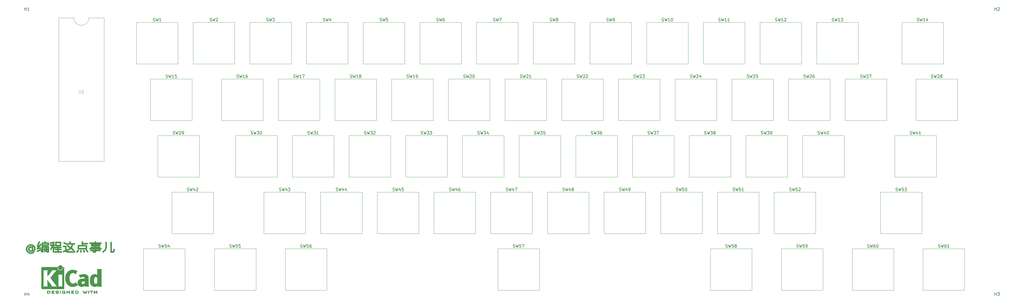
<source format=gbr>
%TF.GenerationSoftware,KiCad,Pcbnew,8.0.7*%
%TF.CreationDate,2024-12-25T15:12:27+08:00*%
%TF.ProjectId,keyboard,6b657962-6f61-4726-942e-6b696361645f,rev?*%
%TF.SameCoordinates,Original*%
%TF.FileFunction,Legend,Top*%
%TF.FilePolarity,Positive*%
%FSLAX46Y46*%
G04 Gerber Fmt 4.6, Leading zero omitted, Abs format (unit mm)*
G04 Created by KiCad (PCBNEW 8.0.7) date 2024-12-25 15:12:27*
%MOMM*%
%LPD*%
G01*
G04 APERTURE LIST*
%ADD10C,0.500000*%
%ADD11C,0.150000*%
%ADD12C,0.100000*%
%ADD13C,0.120000*%
%ADD14C,0.010000*%
G04 APERTURE END LIST*
D10*
X46900375Y-119178285D02*
X46757518Y-119035428D01*
X46757518Y-119035428D02*
X46471804Y-118892571D01*
X46471804Y-118892571D02*
X46186089Y-118892571D01*
X46186089Y-118892571D02*
X45900375Y-119035428D01*
X45900375Y-119035428D02*
X45757518Y-119178285D01*
X45757518Y-119178285D02*
X45614661Y-119464000D01*
X45614661Y-119464000D02*
X45614661Y-119749714D01*
X45614661Y-119749714D02*
X45757518Y-120035428D01*
X45757518Y-120035428D02*
X45900375Y-120178285D01*
X45900375Y-120178285D02*
X46186089Y-120321142D01*
X46186089Y-120321142D02*
X46471804Y-120321142D01*
X46471804Y-120321142D02*
X46757518Y-120178285D01*
X46757518Y-120178285D02*
X46900375Y-120035428D01*
X46900375Y-118892571D02*
X46900375Y-120035428D01*
X46900375Y-120035428D02*
X47043232Y-120178285D01*
X47043232Y-120178285D02*
X47186089Y-120178285D01*
X47186089Y-120178285D02*
X47471804Y-120035428D01*
X47471804Y-120035428D02*
X47614661Y-119749714D01*
X47614661Y-119749714D02*
X47614661Y-119035428D01*
X47614661Y-119035428D02*
X47328947Y-118606857D01*
X47328947Y-118606857D02*
X46900375Y-118321142D01*
X46900375Y-118321142D02*
X46328947Y-118178285D01*
X46328947Y-118178285D02*
X45757518Y-118321142D01*
X45757518Y-118321142D02*
X45328947Y-118606857D01*
X45328947Y-118606857D02*
X45043232Y-119035428D01*
X45043232Y-119035428D02*
X44900375Y-119606857D01*
X44900375Y-119606857D02*
X45043232Y-120178285D01*
X45043232Y-120178285D02*
X45328947Y-120606857D01*
X45328947Y-120606857D02*
X45757518Y-120892571D01*
X45757518Y-120892571D02*
X46328947Y-121035428D01*
X46328947Y-121035428D02*
X46900375Y-120892571D01*
X46900375Y-120892571D02*
X47328947Y-120606857D01*
X50186090Y-118321142D02*
X52186090Y-118321142D01*
X50328947Y-119749714D02*
X52186090Y-119749714D01*
X50186090Y-117606857D02*
X50186090Y-119321142D01*
X50186090Y-119321142D02*
X50328947Y-120606857D01*
X51043232Y-118892571D02*
X51043232Y-120464000D01*
X51614661Y-118892571D02*
X51614661Y-120464000D01*
X50186090Y-117606857D02*
X52186090Y-117606857D01*
X52186090Y-117606857D02*
X52186090Y-118321142D01*
X49186090Y-118749714D02*
X48471804Y-119464000D01*
X51043232Y-117178285D02*
X51328947Y-117606857D01*
X49186090Y-117178285D02*
X48614661Y-118606857D01*
X49614661Y-119892571D02*
X48471804Y-120321142D01*
X50328947Y-118892571D02*
X52186090Y-118892571D01*
X52186090Y-118892571D02*
X52186090Y-120606857D01*
X52186090Y-120606857D02*
X51900375Y-120606857D01*
X49614661Y-119321142D02*
X48471804Y-119464000D01*
X50186090Y-118749714D02*
X49900375Y-120464000D01*
X49614661Y-118035428D02*
X49328947Y-118606857D01*
X49328947Y-118606857D02*
X48471804Y-118606857D01*
X52900375Y-118321142D02*
X54328946Y-118321142D01*
X54757518Y-118464000D02*
X56328946Y-118464000D01*
X54471803Y-119035428D02*
X56471803Y-119035428D01*
X54614661Y-119749714D02*
X56471803Y-119749714D01*
X54328946Y-120606857D02*
X56614661Y-120606857D01*
X53900375Y-117464000D02*
X53900375Y-120606857D01*
X54757518Y-117321142D02*
X54757518Y-118464000D01*
X55471803Y-119035428D02*
X55471803Y-120464000D01*
X54757518Y-117321142D02*
X56328946Y-117321142D01*
X56328946Y-117321142D02*
X56328946Y-118464000D01*
X53757518Y-118749714D02*
X54328946Y-119321142D01*
X53757518Y-118178285D02*
X53043232Y-119749714D01*
X54186089Y-117321142D02*
X52900375Y-117606857D01*
X58328946Y-117892571D02*
X61043232Y-117892571D01*
X58614660Y-120606857D02*
X61043232Y-120606857D01*
X58614660Y-118464000D02*
X59043232Y-118606857D01*
X57471803Y-117464000D02*
X58043232Y-117892571D01*
X60043232Y-119464000D02*
X60757517Y-120035428D01*
X59471803Y-117178285D02*
X59614660Y-117749714D01*
X57328946Y-118749714D02*
X58043232Y-118749714D01*
X58043232Y-118749714D02*
X58043232Y-120178285D01*
X58043232Y-120178285D02*
X57328946Y-120464000D01*
X59186089Y-118892571D02*
X59757517Y-119178285D01*
X59757517Y-119178285D02*
X60186089Y-119464000D01*
X60471803Y-117892571D02*
X60043232Y-118892571D01*
X60043232Y-118892571D02*
X59328946Y-119606857D01*
X59328946Y-119606857D02*
X58328946Y-120035428D01*
X57900374Y-120321142D02*
X58614660Y-120464000D01*
X58614660Y-120464000D02*
X59471803Y-120606857D01*
X63614660Y-117749714D02*
X65328945Y-117749714D01*
X62328945Y-119464000D02*
X65043231Y-119464000D01*
X62328945Y-118464000D02*
X62328945Y-119464000D01*
X63186088Y-120035428D02*
X63186088Y-120606857D01*
X63614660Y-117178285D02*
X63614660Y-118464000D01*
X62328945Y-118464000D02*
X65043231Y-118464000D01*
X65043231Y-118464000D02*
X65043231Y-119464000D01*
X64900374Y-119892571D02*
X65471803Y-120464000D01*
X62328945Y-120035428D02*
X61757517Y-120606857D01*
X64043231Y-120035428D02*
X64328945Y-120606857D01*
X66186088Y-117606857D02*
X69900374Y-117606857D01*
X66757516Y-118464000D02*
X69471802Y-118464000D01*
X66186088Y-119464000D02*
X69900374Y-119464000D01*
X66471802Y-120035428D02*
X69471802Y-120035428D01*
X66757516Y-118035428D02*
X66757516Y-118464000D01*
X66757516Y-118035428D02*
X69471802Y-118035428D01*
X69471802Y-118035428D02*
X69471802Y-118464000D01*
X66614659Y-119035428D02*
X69471802Y-119035428D01*
X69471802Y-119035428D02*
X69471802Y-120178285D01*
X68043231Y-117178285D02*
X68043231Y-120606857D01*
X68043231Y-120606857D02*
X67328945Y-120606857D01*
X73186087Y-120606857D02*
X74186087Y-120606857D01*
X73328945Y-117321142D02*
X73328945Y-120606857D01*
X71328945Y-119892571D02*
X70614659Y-120606857D01*
X74328945Y-119749714D02*
X74186087Y-120606857D01*
X71614659Y-117321142D02*
X71614659Y-119035428D01*
X71614659Y-119035428D02*
X71328945Y-119892571D01*
D11*
X348900976Y-61875200D02*
X349043833Y-61922819D01*
X349043833Y-61922819D02*
X349281928Y-61922819D01*
X349281928Y-61922819D02*
X349377166Y-61875200D01*
X349377166Y-61875200D02*
X349424785Y-61827580D01*
X349424785Y-61827580D02*
X349472404Y-61732342D01*
X349472404Y-61732342D02*
X349472404Y-61637104D01*
X349472404Y-61637104D02*
X349424785Y-61541866D01*
X349424785Y-61541866D02*
X349377166Y-61494247D01*
X349377166Y-61494247D02*
X349281928Y-61446628D01*
X349281928Y-61446628D02*
X349091452Y-61399009D01*
X349091452Y-61399009D02*
X348996214Y-61351390D01*
X348996214Y-61351390D02*
X348948595Y-61303771D01*
X348948595Y-61303771D02*
X348900976Y-61208533D01*
X348900976Y-61208533D02*
X348900976Y-61113295D01*
X348900976Y-61113295D02*
X348948595Y-61018057D01*
X348948595Y-61018057D02*
X348996214Y-60970438D01*
X348996214Y-60970438D02*
X349091452Y-60922819D01*
X349091452Y-60922819D02*
X349329547Y-60922819D01*
X349329547Y-60922819D02*
X349472404Y-60970438D01*
X349805738Y-60922819D02*
X350043833Y-61922819D01*
X350043833Y-61922819D02*
X350234309Y-61208533D01*
X350234309Y-61208533D02*
X350424785Y-61922819D01*
X350424785Y-61922819D02*
X350662881Y-60922819D01*
X350996214Y-61018057D02*
X351043833Y-60970438D01*
X351043833Y-60970438D02*
X351139071Y-60922819D01*
X351139071Y-60922819D02*
X351377166Y-60922819D01*
X351377166Y-60922819D02*
X351472404Y-60970438D01*
X351472404Y-60970438D02*
X351520023Y-61018057D01*
X351520023Y-61018057D02*
X351567642Y-61113295D01*
X351567642Y-61113295D02*
X351567642Y-61208533D01*
X351567642Y-61208533D02*
X351520023Y-61351390D01*
X351520023Y-61351390D02*
X350948595Y-61922819D01*
X350948595Y-61922819D02*
X351567642Y-61922819D01*
X352139071Y-61351390D02*
X352043833Y-61303771D01*
X352043833Y-61303771D02*
X351996214Y-61256152D01*
X351996214Y-61256152D02*
X351948595Y-61160914D01*
X351948595Y-61160914D02*
X351948595Y-61113295D01*
X351948595Y-61113295D02*
X351996214Y-61018057D01*
X351996214Y-61018057D02*
X352043833Y-60970438D01*
X352043833Y-60970438D02*
X352139071Y-60922819D01*
X352139071Y-60922819D02*
X352329547Y-60922819D01*
X352329547Y-60922819D02*
X352424785Y-60970438D01*
X352424785Y-60970438D02*
X352472404Y-61018057D01*
X352472404Y-61018057D02*
X352520023Y-61113295D01*
X352520023Y-61113295D02*
X352520023Y-61160914D01*
X352520023Y-61160914D02*
X352472404Y-61256152D01*
X352472404Y-61256152D02*
X352424785Y-61303771D01*
X352424785Y-61303771D02*
X352329547Y-61351390D01*
X352329547Y-61351390D02*
X352139071Y-61351390D01*
X352139071Y-61351390D02*
X352043833Y-61399009D01*
X352043833Y-61399009D02*
X351996214Y-61446628D01*
X351996214Y-61446628D02*
X351948595Y-61541866D01*
X351948595Y-61541866D02*
X351948595Y-61732342D01*
X351948595Y-61732342D02*
X351996214Y-61827580D01*
X351996214Y-61827580D02*
X352043833Y-61875200D01*
X352043833Y-61875200D02*
X352139071Y-61922819D01*
X352139071Y-61922819D02*
X352329547Y-61922819D01*
X352329547Y-61922819D02*
X352424785Y-61875200D01*
X352424785Y-61875200D02*
X352472404Y-61827580D01*
X352472404Y-61827580D02*
X352520023Y-61732342D01*
X352520023Y-61732342D02*
X352520023Y-61541866D01*
X352520023Y-61541866D02*
X352472404Y-61446628D01*
X352472404Y-61446628D02*
X352424785Y-61399009D01*
X352424785Y-61399009D02*
X352329547Y-61351390D01*
X244125976Y-99975200D02*
X244268833Y-100022819D01*
X244268833Y-100022819D02*
X244506928Y-100022819D01*
X244506928Y-100022819D02*
X244602166Y-99975200D01*
X244602166Y-99975200D02*
X244649785Y-99927580D01*
X244649785Y-99927580D02*
X244697404Y-99832342D01*
X244697404Y-99832342D02*
X244697404Y-99737104D01*
X244697404Y-99737104D02*
X244649785Y-99641866D01*
X244649785Y-99641866D02*
X244602166Y-99594247D01*
X244602166Y-99594247D02*
X244506928Y-99546628D01*
X244506928Y-99546628D02*
X244316452Y-99499009D01*
X244316452Y-99499009D02*
X244221214Y-99451390D01*
X244221214Y-99451390D02*
X244173595Y-99403771D01*
X244173595Y-99403771D02*
X244125976Y-99308533D01*
X244125976Y-99308533D02*
X244125976Y-99213295D01*
X244125976Y-99213295D02*
X244173595Y-99118057D01*
X244173595Y-99118057D02*
X244221214Y-99070438D01*
X244221214Y-99070438D02*
X244316452Y-99022819D01*
X244316452Y-99022819D02*
X244554547Y-99022819D01*
X244554547Y-99022819D02*
X244697404Y-99070438D01*
X245030738Y-99022819D02*
X245268833Y-100022819D01*
X245268833Y-100022819D02*
X245459309Y-99308533D01*
X245459309Y-99308533D02*
X245649785Y-100022819D01*
X245649785Y-100022819D02*
X245887881Y-99022819D01*
X246697404Y-99356152D02*
X246697404Y-100022819D01*
X246459309Y-98975200D02*
X246221214Y-99689485D01*
X246221214Y-99689485D02*
X246840261Y-99689485D01*
X247268833Y-100022819D02*
X247459309Y-100022819D01*
X247459309Y-100022819D02*
X247554547Y-99975200D01*
X247554547Y-99975200D02*
X247602166Y-99927580D01*
X247602166Y-99927580D02*
X247697404Y-99784723D01*
X247697404Y-99784723D02*
X247745023Y-99594247D01*
X247745023Y-99594247D02*
X247745023Y-99213295D01*
X247745023Y-99213295D02*
X247697404Y-99118057D01*
X247697404Y-99118057D02*
X247649785Y-99070438D01*
X247649785Y-99070438D02*
X247554547Y-99022819D01*
X247554547Y-99022819D02*
X247364071Y-99022819D01*
X247364071Y-99022819D02*
X247268833Y-99070438D01*
X247268833Y-99070438D02*
X247221214Y-99118057D01*
X247221214Y-99118057D02*
X247173595Y-99213295D01*
X247173595Y-99213295D02*
X247173595Y-99451390D01*
X247173595Y-99451390D02*
X247221214Y-99546628D01*
X247221214Y-99546628D02*
X247268833Y-99594247D01*
X247268833Y-99594247D02*
X247364071Y-99641866D01*
X247364071Y-99641866D02*
X247554547Y-99641866D01*
X247554547Y-99641866D02*
X247649785Y-99594247D01*
X247649785Y-99594247D02*
X247697404Y-99546628D01*
X247697404Y-99546628D02*
X247745023Y-99451390D01*
X191738476Y-61875200D02*
X191881333Y-61922819D01*
X191881333Y-61922819D02*
X192119428Y-61922819D01*
X192119428Y-61922819D02*
X192214666Y-61875200D01*
X192214666Y-61875200D02*
X192262285Y-61827580D01*
X192262285Y-61827580D02*
X192309904Y-61732342D01*
X192309904Y-61732342D02*
X192309904Y-61637104D01*
X192309904Y-61637104D02*
X192262285Y-61541866D01*
X192262285Y-61541866D02*
X192214666Y-61494247D01*
X192214666Y-61494247D02*
X192119428Y-61446628D01*
X192119428Y-61446628D02*
X191928952Y-61399009D01*
X191928952Y-61399009D02*
X191833714Y-61351390D01*
X191833714Y-61351390D02*
X191786095Y-61303771D01*
X191786095Y-61303771D02*
X191738476Y-61208533D01*
X191738476Y-61208533D02*
X191738476Y-61113295D01*
X191738476Y-61113295D02*
X191786095Y-61018057D01*
X191786095Y-61018057D02*
X191833714Y-60970438D01*
X191833714Y-60970438D02*
X191928952Y-60922819D01*
X191928952Y-60922819D02*
X192167047Y-60922819D01*
X192167047Y-60922819D02*
X192309904Y-60970438D01*
X192643238Y-60922819D02*
X192881333Y-61922819D01*
X192881333Y-61922819D02*
X193071809Y-61208533D01*
X193071809Y-61208533D02*
X193262285Y-61922819D01*
X193262285Y-61922819D02*
X193500381Y-60922819D01*
X193833714Y-61018057D02*
X193881333Y-60970438D01*
X193881333Y-60970438D02*
X193976571Y-60922819D01*
X193976571Y-60922819D02*
X194214666Y-60922819D01*
X194214666Y-60922819D02*
X194309904Y-60970438D01*
X194309904Y-60970438D02*
X194357523Y-61018057D01*
X194357523Y-61018057D02*
X194405142Y-61113295D01*
X194405142Y-61113295D02*
X194405142Y-61208533D01*
X194405142Y-61208533D02*
X194357523Y-61351390D01*
X194357523Y-61351390D02*
X193786095Y-61922819D01*
X193786095Y-61922819D02*
X194405142Y-61922819D01*
X195024190Y-60922819D02*
X195119428Y-60922819D01*
X195119428Y-60922819D02*
X195214666Y-60970438D01*
X195214666Y-60970438D02*
X195262285Y-61018057D01*
X195262285Y-61018057D02*
X195309904Y-61113295D01*
X195309904Y-61113295D02*
X195357523Y-61303771D01*
X195357523Y-61303771D02*
X195357523Y-61541866D01*
X195357523Y-61541866D02*
X195309904Y-61732342D01*
X195309904Y-61732342D02*
X195262285Y-61827580D01*
X195262285Y-61827580D02*
X195214666Y-61875200D01*
X195214666Y-61875200D02*
X195119428Y-61922819D01*
X195119428Y-61922819D02*
X195024190Y-61922819D01*
X195024190Y-61922819D02*
X194928952Y-61875200D01*
X194928952Y-61875200D02*
X194881333Y-61827580D01*
X194881333Y-61827580D02*
X194833714Y-61732342D01*
X194833714Y-61732342D02*
X194786095Y-61541866D01*
X194786095Y-61541866D02*
X194786095Y-61303771D01*
X194786095Y-61303771D02*
X194833714Y-61113295D01*
X194833714Y-61113295D02*
X194881333Y-61018057D01*
X194881333Y-61018057D02*
X194928952Y-60970438D01*
X194928952Y-60970438D02*
X195024190Y-60922819D01*
X303657226Y-119025200D02*
X303800083Y-119072819D01*
X303800083Y-119072819D02*
X304038178Y-119072819D01*
X304038178Y-119072819D02*
X304133416Y-119025200D01*
X304133416Y-119025200D02*
X304181035Y-118977580D01*
X304181035Y-118977580D02*
X304228654Y-118882342D01*
X304228654Y-118882342D02*
X304228654Y-118787104D01*
X304228654Y-118787104D02*
X304181035Y-118691866D01*
X304181035Y-118691866D02*
X304133416Y-118644247D01*
X304133416Y-118644247D02*
X304038178Y-118596628D01*
X304038178Y-118596628D02*
X303847702Y-118549009D01*
X303847702Y-118549009D02*
X303752464Y-118501390D01*
X303752464Y-118501390D02*
X303704845Y-118453771D01*
X303704845Y-118453771D02*
X303657226Y-118358533D01*
X303657226Y-118358533D02*
X303657226Y-118263295D01*
X303657226Y-118263295D02*
X303704845Y-118168057D01*
X303704845Y-118168057D02*
X303752464Y-118120438D01*
X303752464Y-118120438D02*
X303847702Y-118072819D01*
X303847702Y-118072819D02*
X304085797Y-118072819D01*
X304085797Y-118072819D02*
X304228654Y-118120438D01*
X304561988Y-118072819D02*
X304800083Y-119072819D01*
X304800083Y-119072819D02*
X304990559Y-118358533D01*
X304990559Y-118358533D02*
X305181035Y-119072819D01*
X305181035Y-119072819D02*
X305419131Y-118072819D01*
X306276273Y-118072819D02*
X305800083Y-118072819D01*
X305800083Y-118072819D02*
X305752464Y-118549009D01*
X305752464Y-118549009D02*
X305800083Y-118501390D01*
X305800083Y-118501390D02*
X305895321Y-118453771D01*
X305895321Y-118453771D02*
X306133416Y-118453771D01*
X306133416Y-118453771D02*
X306228654Y-118501390D01*
X306228654Y-118501390D02*
X306276273Y-118549009D01*
X306276273Y-118549009D02*
X306323892Y-118644247D01*
X306323892Y-118644247D02*
X306323892Y-118882342D01*
X306323892Y-118882342D02*
X306276273Y-118977580D01*
X306276273Y-118977580D02*
X306228654Y-119025200D01*
X306228654Y-119025200D02*
X306133416Y-119072819D01*
X306133416Y-119072819D02*
X305895321Y-119072819D01*
X305895321Y-119072819D02*
X305800083Y-119025200D01*
X305800083Y-119025200D02*
X305752464Y-118977580D01*
X306800083Y-119072819D02*
X306990559Y-119072819D01*
X306990559Y-119072819D02*
X307085797Y-119025200D01*
X307085797Y-119025200D02*
X307133416Y-118977580D01*
X307133416Y-118977580D02*
X307228654Y-118834723D01*
X307228654Y-118834723D02*
X307276273Y-118644247D01*
X307276273Y-118644247D02*
X307276273Y-118263295D01*
X307276273Y-118263295D02*
X307228654Y-118168057D01*
X307228654Y-118168057D02*
X307181035Y-118120438D01*
X307181035Y-118120438D02*
X307085797Y-118072819D01*
X307085797Y-118072819D02*
X306895321Y-118072819D01*
X306895321Y-118072819D02*
X306800083Y-118120438D01*
X306800083Y-118120438D02*
X306752464Y-118168057D01*
X306752464Y-118168057D02*
X306704845Y-118263295D01*
X306704845Y-118263295D02*
X306704845Y-118501390D01*
X306704845Y-118501390D02*
X306752464Y-118596628D01*
X306752464Y-118596628D02*
X306800083Y-118644247D01*
X306800083Y-118644247D02*
X306895321Y-118691866D01*
X306895321Y-118691866D02*
X307085797Y-118691866D01*
X307085797Y-118691866D02*
X307181035Y-118644247D01*
X307181035Y-118644247D02*
X307228654Y-118596628D01*
X307228654Y-118596628D02*
X307276273Y-118501390D01*
X87439667Y-42825200D02*
X87582524Y-42872819D01*
X87582524Y-42872819D02*
X87820619Y-42872819D01*
X87820619Y-42872819D02*
X87915857Y-42825200D01*
X87915857Y-42825200D02*
X87963476Y-42777580D01*
X87963476Y-42777580D02*
X88011095Y-42682342D01*
X88011095Y-42682342D02*
X88011095Y-42587104D01*
X88011095Y-42587104D02*
X87963476Y-42491866D01*
X87963476Y-42491866D02*
X87915857Y-42444247D01*
X87915857Y-42444247D02*
X87820619Y-42396628D01*
X87820619Y-42396628D02*
X87630143Y-42349009D01*
X87630143Y-42349009D02*
X87534905Y-42301390D01*
X87534905Y-42301390D02*
X87487286Y-42253771D01*
X87487286Y-42253771D02*
X87439667Y-42158533D01*
X87439667Y-42158533D02*
X87439667Y-42063295D01*
X87439667Y-42063295D02*
X87487286Y-41968057D01*
X87487286Y-41968057D02*
X87534905Y-41920438D01*
X87534905Y-41920438D02*
X87630143Y-41872819D01*
X87630143Y-41872819D02*
X87868238Y-41872819D01*
X87868238Y-41872819D02*
X88011095Y-41920438D01*
X88344429Y-41872819D02*
X88582524Y-42872819D01*
X88582524Y-42872819D02*
X88773000Y-42158533D01*
X88773000Y-42158533D02*
X88963476Y-42872819D01*
X88963476Y-42872819D02*
X89201572Y-41872819D01*
X90106333Y-42872819D02*
X89534905Y-42872819D01*
X89820619Y-42872819D02*
X89820619Y-41872819D01*
X89820619Y-41872819D02*
X89725381Y-42015676D01*
X89725381Y-42015676D02*
X89630143Y-42110914D01*
X89630143Y-42110914D02*
X89534905Y-42158533D01*
X210788476Y-61875200D02*
X210931333Y-61922819D01*
X210931333Y-61922819D02*
X211169428Y-61922819D01*
X211169428Y-61922819D02*
X211264666Y-61875200D01*
X211264666Y-61875200D02*
X211312285Y-61827580D01*
X211312285Y-61827580D02*
X211359904Y-61732342D01*
X211359904Y-61732342D02*
X211359904Y-61637104D01*
X211359904Y-61637104D02*
X211312285Y-61541866D01*
X211312285Y-61541866D02*
X211264666Y-61494247D01*
X211264666Y-61494247D02*
X211169428Y-61446628D01*
X211169428Y-61446628D02*
X210978952Y-61399009D01*
X210978952Y-61399009D02*
X210883714Y-61351390D01*
X210883714Y-61351390D02*
X210836095Y-61303771D01*
X210836095Y-61303771D02*
X210788476Y-61208533D01*
X210788476Y-61208533D02*
X210788476Y-61113295D01*
X210788476Y-61113295D02*
X210836095Y-61018057D01*
X210836095Y-61018057D02*
X210883714Y-60970438D01*
X210883714Y-60970438D02*
X210978952Y-60922819D01*
X210978952Y-60922819D02*
X211217047Y-60922819D01*
X211217047Y-60922819D02*
X211359904Y-60970438D01*
X211693238Y-60922819D02*
X211931333Y-61922819D01*
X211931333Y-61922819D02*
X212121809Y-61208533D01*
X212121809Y-61208533D02*
X212312285Y-61922819D01*
X212312285Y-61922819D02*
X212550381Y-60922819D01*
X212883714Y-61018057D02*
X212931333Y-60970438D01*
X212931333Y-60970438D02*
X213026571Y-60922819D01*
X213026571Y-60922819D02*
X213264666Y-60922819D01*
X213264666Y-60922819D02*
X213359904Y-60970438D01*
X213359904Y-60970438D02*
X213407523Y-61018057D01*
X213407523Y-61018057D02*
X213455142Y-61113295D01*
X213455142Y-61113295D02*
X213455142Y-61208533D01*
X213455142Y-61208533D02*
X213407523Y-61351390D01*
X213407523Y-61351390D02*
X212836095Y-61922819D01*
X212836095Y-61922819D02*
X213455142Y-61922819D01*
X214407523Y-61922819D02*
X213836095Y-61922819D01*
X214121809Y-61922819D02*
X214121809Y-60922819D01*
X214121809Y-60922819D02*
X214026571Y-61065676D01*
X214026571Y-61065676D02*
X213931333Y-61160914D01*
X213931333Y-61160914D02*
X213836095Y-61208533D01*
X370238095Y-39254819D02*
X370238095Y-38254819D01*
X370238095Y-38731009D02*
X370809523Y-38731009D01*
X370809523Y-39254819D02*
X370809523Y-38254819D01*
X371238095Y-38350057D02*
X371285714Y-38302438D01*
X371285714Y-38302438D02*
X371380952Y-38254819D01*
X371380952Y-38254819D02*
X371619047Y-38254819D01*
X371619047Y-38254819D02*
X371714285Y-38302438D01*
X371714285Y-38302438D02*
X371761904Y-38350057D01*
X371761904Y-38350057D02*
X371809523Y-38445295D01*
X371809523Y-38445295D02*
X371809523Y-38540533D01*
X371809523Y-38540533D02*
X371761904Y-38683390D01*
X371761904Y-38683390D02*
X371190476Y-39254819D01*
X371190476Y-39254819D02*
X371809523Y-39254819D01*
D12*
X62516095Y-66084419D02*
X62516095Y-66893942D01*
X62516095Y-66893942D02*
X62563714Y-66989180D01*
X62563714Y-66989180D02*
X62611333Y-67036800D01*
X62611333Y-67036800D02*
X62706571Y-67084419D01*
X62706571Y-67084419D02*
X62897047Y-67084419D01*
X62897047Y-67084419D02*
X62992285Y-67036800D01*
X62992285Y-67036800D02*
X63039904Y-66989180D01*
X63039904Y-66989180D02*
X63087523Y-66893942D01*
X63087523Y-66893942D02*
X63087523Y-66084419D01*
X64087523Y-67084419D02*
X63516095Y-67084419D01*
X63801809Y-67084419D02*
X63801809Y-66084419D01*
X63801809Y-66084419D02*
X63706571Y-66227276D01*
X63706571Y-66227276D02*
X63611333Y-66322514D01*
X63611333Y-66322514D02*
X63516095Y-66370133D01*
D11*
X167925976Y-99975200D02*
X168068833Y-100022819D01*
X168068833Y-100022819D02*
X168306928Y-100022819D01*
X168306928Y-100022819D02*
X168402166Y-99975200D01*
X168402166Y-99975200D02*
X168449785Y-99927580D01*
X168449785Y-99927580D02*
X168497404Y-99832342D01*
X168497404Y-99832342D02*
X168497404Y-99737104D01*
X168497404Y-99737104D02*
X168449785Y-99641866D01*
X168449785Y-99641866D02*
X168402166Y-99594247D01*
X168402166Y-99594247D02*
X168306928Y-99546628D01*
X168306928Y-99546628D02*
X168116452Y-99499009D01*
X168116452Y-99499009D02*
X168021214Y-99451390D01*
X168021214Y-99451390D02*
X167973595Y-99403771D01*
X167973595Y-99403771D02*
X167925976Y-99308533D01*
X167925976Y-99308533D02*
X167925976Y-99213295D01*
X167925976Y-99213295D02*
X167973595Y-99118057D01*
X167973595Y-99118057D02*
X168021214Y-99070438D01*
X168021214Y-99070438D02*
X168116452Y-99022819D01*
X168116452Y-99022819D02*
X168354547Y-99022819D01*
X168354547Y-99022819D02*
X168497404Y-99070438D01*
X168830738Y-99022819D02*
X169068833Y-100022819D01*
X169068833Y-100022819D02*
X169259309Y-99308533D01*
X169259309Y-99308533D02*
X169449785Y-100022819D01*
X169449785Y-100022819D02*
X169687881Y-99022819D01*
X170497404Y-99356152D02*
X170497404Y-100022819D01*
X170259309Y-98975200D02*
X170021214Y-99689485D01*
X170021214Y-99689485D02*
X170640261Y-99689485D01*
X171497404Y-99022819D02*
X171021214Y-99022819D01*
X171021214Y-99022819D02*
X170973595Y-99499009D01*
X170973595Y-99499009D02*
X171021214Y-99451390D01*
X171021214Y-99451390D02*
X171116452Y-99403771D01*
X171116452Y-99403771D02*
X171354547Y-99403771D01*
X171354547Y-99403771D02*
X171449785Y-99451390D01*
X171449785Y-99451390D02*
X171497404Y-99499009D01*
X171497404Y-99499009D02*
X171545023Y-99594247D01*
X171545023Y-99594247D02*
X171545023Y-99832342D01*
X171545023Y-99832342D02*
X171497404Y-99927580D01*
X171497404Y-99927580D02*
X171449785Y-99975200D01*
X171449785Y-99975200D02*
X171354547Y-100022819D01*
X171354547Y-100022819D02*
X171116452Y-100022819D01*
X171116452Y-100022819D02*
X171021214Y-99975200D01*
X171021214Y-99975200D02*
X170973595Y-99927580D01*
X182689667Y-42825200D02*
X182832524Y-42872819D01*
X182832524Y-42872819D02*
X183070619Y-42872819D01*
X183070619Y-42872819D02*
X183165857Y-42825200D01*
X183165857Y-42825200D02*
X183213476Y-42777580D01*
X183213476Y-42777580D02*
X183261095Y-42682342D01*
X183261095Y-42682342D02*
X183261095Y-42587104D01*
X183261095Y-42587104D02*
X183213476Y-42491866D01*
X183213476Y-42491866D02*
X183165857Y-42444247D01*
X183165857Y-42444247D02*
X183070619Y-42396628D01*
X183070619Y-42396628D02*
X182880143Y-42349009D01*
X182880143Y-42349009D02*
X182784905Y-42301390D01*
X182784905Y-42301390D02*
X182737286Y-42253771D01*
X182737286Y-42253771D02*
X182689667Y-42158533D01*
X182689667Y-42158533D02*
X182689667Y-42063295D01*
X182689667Y-42063295D02*
X182737286Y-41968057D01*
X182737286Y-41968057D02*
X182784905Y-41920438D01*
X182784905Y-41920438D02*
X182880143Y-41872819D01*
X182880143Y-41872819D02*
X183118238Y-41872819D01*
X183118238Y-41872819D02*
X183261095Y-41920438D01*
X183594429Y-41872819D02*
X183832524Y-42872819D01*
X183832524Y-42872819D02*
X184023000Y-42158533D01*
X184023000Y-42158533D02*
X184213476Y-42872819D01*
X184213476Y-42872819D02*
X184451572Y-41872819D01*
X185261095Y-41872819D02*
X185070619Y-41872819D01*
X185070619Y-41872819D02*
X184975381Y-41920438D01*
X184975381Y-41920438D02*
X184927762Y-41968057D01*
X184927762Y-41968057D02*
X184832524Y-42110914D01*
X184832524Y-42110914D02*
X184784905Y-42301390D01*
X184784905Y-42301390D02*
X184784905Y-42682342D01*
X184784905Y-42682342D02*
X184832524Y-42777580D01*
X184832524Y-42777580D02*
X184880143Y-42825200D01*
X184880143Y-42825200D02*
X184975381Y-42872819D01*
X184975381Y-42872819D02*
X185165857Y-42872819D01*
X185165857Y-42872819D02*
X185261095Y-42825200D01*
X185261095Y-42825200D02*
X185308714Y-42777580D01*
X185308714Y-42777580D02*
X185356333Y-42682342D01*
X185356333Y-42682342D02*
X185356333Y-42444247D01*
X185356333Y-42444247D02*
X185308714Y-42349009D01*
X185308714Y-42349009D02*
X185261095Y-42301390D01*
X185261095Y-42301390D02*
X185165857Y-42253771D01*
X185165857Y-42253771D02*
X184975381Y-42253771D01*
X184975381Y-42253771D02*
X184880143Y-42301390D01*
X184880143Y-42301390D02*
X184832524Y-42349009D01*
X184832524Y-42349009D02*
X184784905Y-42444247D01*
X98869726Y-99975200D02*
X99012583Y-100022819D01*
X99012583Y-100022819D02*
X99250678Y-100022819D01*
X99250678Y-100022819D02*
X99345916Y-99975200D01*
X99345916Y-99975200D02*
X99393535Y-99927580D01*
X99393535Y-99927580D02*
X99441154Y-99832342D01*
X99441154Y-99832342D02*
X99441154Y-99737104D01*
X99441154Y-99737104D02*
X99393535Y-99641866D01*
X99393535Y-99641866D02*
X99345916Y-99594247D01*
X99345916Y-99594247D02*
X99250678Y-99546628D01*
X99250678Y-99546628D02*
X99060202Y-99499009D01*
X99060202Y-99499009D02*
X98964964Y-99451390D01*
X98964964Y-99451390D02*
X98917345Y-99403771D01*
X98917345Y-99403771D02*
X98869726Y-99308533D01*
X98869726Y-99308533D02*
X98869726Y-99213295D01*
X98869726Y-99213295D02*
X98917345Y-99118057D01*
X98917345Y-99118057D02*
X98964964Y-99070438D01*
X98964964Y-99070438D02*
X99060202Y-99022819D01*
X99060202Y-99022819D02*
X99298297Y-99022819D01*
X99298297Y-99022819D02*
X99441154Y-99070438D01*
X99774488Y-99022819D02*
X100012583Y-100022819D01*
X100012583Y-100022819D02*
X100203059Y-99308533D01*
X100203059Y-99308533D02*
X100393535Y-100022819D01*
X100393535Y-100022819D02*
X100631631Y-99022819D01*
X101441154Y-99356152D02*
X101441154Y-100022819D01*
X101203059Y-98975200D02*
X100964964Y-99689485D01*
X100964964Y-99689485D02*
X101584011Y-99689485D01*
X101917345Y-99118057D02*
X101964964Y-99070438D01*
X101964964Y-99070438D02*
X102060202Y-99022819D01*
X102060202Y-99022819D02*
X102298297Y-99022819D01*
X102298297Y-99022819D02*
X102393535Y-99070438D01*
X102393535Y-99070438D02*
X102441154Y-99118057D01*
X102441154Y-99118057D02*
X102488773Y-99213295D01*
X102488773Y-99213295D02*
X102488773Y-99308533D01*
X102488773Y-99308533D02*
X102441154Y-99451390D01*
X102441154Y-99451390D02*
X101869726Y-100022819D01*
X101869726Y-100022819D02*
X102488773Y-100022819D01*
X91725976Y-61875200D02*
X91868833Y-61922819D01*
X91868833Y-61922819D02*
X92106928Y-61922819D01*
X92106928Y-61922819D02*
X92202166Y-61875200D01*
X92202166Y-61875200D02*
X92249785Y-61827580D01*
X92249785Y-61827580D02*
X92297404Y-61732342D01*
X92297404Y-61732342D02*
X92297404Y-61637104D01*
X92297404Y-61637104D02*
X92249785Y-61541866D01*
X92249785Y-61541866D02*
X92202166Y-61494247D01*
X92202166Y-61494247D02*
X92106928Y-61446628D01*
X92106928Y-61446628D02*
X91916452Y-61399009D01*
X91916452Y-61399009D02*
X91821214Y-61351390D01*
X91821214Y-61351390D02*
X91773595Y-61303771D01*
X91773595Y-61303771D02*
X91725976Y-61208533D01*
X91725976Y-61208533D02*
X91725976Y-61113295D01*
X91725976Y-61113295D02*
X91773595Y-61018057D01*
X91773595Y-61018057D02*
X91821214Y-60970438D01*
X91821214Y-60970438D02*
X91916452Y-60922819D01*
X91916452Y-60922819D02*
X92154547Y-60922819D01*
X92154547Y-60922819D02*
X92297404Y-60970438D01*
X92630738Y-60922819D02*
X92868833Y-61922819D01*
X92868833Y-61922819D02*
X93059309Y-61208533D01*
X93059309Y-61208533D02*
X93249785Y-61922819D01*
X93249785Y-61922819D02*
X93487881Y-60922819D01*
X94392642Y-61922819D02*
X93821214Y-61922819D01*
X94106928Y-61922819D02*
X94106928Y-60922819D01*
X94106928Y-60922819D02*
X94011690Y-61065676D01*
X94011690Y-61065676D02*
X93916452Y-61160914D01*
X93916452Y-61160914D02*
X93821214Y-61208533D01*
X95297404Y-60922819D02*
X94821214Y-60922819D01*
X94821214Y-60922819D02*
X94773595Y-61399009D01*
X94773595Y-61399009D02*
X94821214Y-61351390D01*
X94821214Y-61351390D02*
X94916452Y-61303771D01*
X94916452Y-61303771D02*
X95154547Y-61303771D01*
X95154547Y-61303771D02*
X95249785Y-61351390D01*
X95249785Y-61351390D02*
X95297404Y-61399009D01*
X95297404Y-61399009D02*
X95345023Y-61494247D01*
X95345023Y-61494247D02*
X95345023Y-61732342D01*
X95345023Y-61732342D02*
X95297404Y-61827580D01*
X95297404Y-61827580D02*
X95249785Y-61875200D01*
X95249785Y-61875200D02*
X95154547Y-61922819D01*
X95154547Y-61922819D02*
X94916452Y-61922819D01*
X94916452Y-61922819D02*
X94821214Y-61875200D01*
X94821214Y-61875200D02*
X94773595Y-61827580D01*
X267938476Y-61875200D02*
X268081333Y-61922819D01*
X268081333Y-61922819D02*
X268319428Y-61922819D01*
X268319428Y-61922819D02*
X268414666Y-61875200D01*
X268414666Y-61875200D02*
X268462285Y-61827580D01*
X268462285Y-61827580D02*
X268509904Y-61732342D01*
X268509904Y-61732342D02*
X268509904Y-61637104D01*
X268509904Y-61637104D02*
X268462285Y-61541866D01*
X268462285Y-61541866D02*
X268414666Y-61494247D01*
X268414666Y-61494247D02*
X268319428Y-61446628D01*
X268319428Y-61446628D02*
X268128952Y-61399009D01*
X268128952Y-61399009D02*
X268033714Y-61351390D01*
X268033714Y-61351390D02*
X267986095Y-61303771D01*
X267986095Y-61303771D02*
X267938476Y-61208533D01*
X267938476Y-61208533D02*
X267938476Y-61113295D01*
X267938476Y-61113295D02*
X267986095Y-61018057D01*
X267986095Y-61018057D02*
X268033714Y-60970438D01*
X268033714Y-60970438D02*
X268128952Y-60922819D01*
X268128952Y-60922819D02*
X268367047Y-60922819D01*
X268367047Y-60922819D02*
X268509904Y-60970438D01*
X268843238Y-60922819D02*
X269081333Y-61922819D01*
X269081333Y-61922819D02*
X269271809Y-61208533D01*
X269271809Y-61208533D02*
X269462285Y-61922819D01*
X269462285Y-61922819D02*
X269700381Y-60922819D01*
X270033714Y-61018057D02*
X270081333Y-60970438D01*
X270081333Y-60970438D02*
X270176571Y-60922819D01*
X270176571Y-60922819D02*
X270414666Y-60922819D01*
X270414666Y-60922819D02*
X270509904Y-60970438D01*
X270509904Y-60970438D02*
X270557523Y-61018057D01*
X270557523Y-61018057D02*
X270605142Y-61113295D01*
X270605142Y-61113295D02*
X270605142Y-61208533D01*
X270605142Y-61208533D02*
X270557523Y-61351390D01*
X270557523Y-61351390D02*
X269986095Y-61922819D01*
X269986095Y-61922819D02*
X270605142Y-61922819D01*
X271462285Y-61256152D02*
X271462285Y-61922819D01*
X271224190Y-60875200D02*
X270986095Y-61589485D01*
X270986095Y-61589485D02*
X271605142Y-61589485D01*
X263175976Y-99975200D02*
X263318833Y-100022819D01*
X263318833Y-100022819D02*
X263556928Y-100022819D01*
X263556928Y-100022819D02*
X263652166Y-99975200D01*
X263652166Y-99975200D02*
X263699785Y-99927580D01*
X263699785Y-99927580D02*
X263747404Y-99832342D01*
X263747404Y-99832342D02*
X263747404Y-99737104D01*
X263747404Y-99737104D02*
X263699785Y-99641866D01*
X263699785Y-99641866D02*
X263652166Y-99594247D01*
X263652166Y-99594247D02*
X263556928Y-99546628D01*
X263556928Y-99546628D02*
X263366452Y-99499009D01*
X263366452Y-99499009D02*
X263271214Y-99451390D01*
X263271214Y-99451390D02*
X263223595Y-99403771D01*
X263223595Y-99403771D02*
X263175976Y-99308533D01*
X263175976Y-99308533D02*
X263175976Y-99213295D01*
X263175976Y-99213295D02*
X263223595Y-99118057D01*
X263223595Y-99118057D02*
X263271214Y-99070438D01*
X263271214Y-99070438D02*
X263366452Y-99022819D01*
X263366452Y-99022819D02*
X263604547Y-99022819D01*
X263604547Y-99022819D02*
X263747404Y-99070438D01*
X264080738Y-99022819D02*
X264318833Y-100022819D01*
X264318833Y-100022819D02*
X264509309Y-99308533D01*
X264509309Y-99308533D02*
X264699785Y-100022819D01*
X264699785Y-100022819D02*
X264937881Y-99022819D01*
X265795023Y-99022819D02*
X265318833Y-99022819D01*
X265318833Y-99022819D02*
X265271214Y-99499009D01*
X265271214Y-99499009D02*
X265318833Y-99451390D01*
X265318833Y-99451390D02*
X265414071Y-99403771D01*
X265414071Y-99403771D02*
X265652166Y-99403771D01*
X265652166Y-99403771D02*
X265747404Y-99451390D01*
X265747404Y-99451390D02*
X265795023Y-99499009D01*
X265795023Y-99499009D02*
X265842642Y-99594247D01*
X265842642Y-99594247D02*
X265842642Y-99832342D01*
X265842642Y-99832342D02*
X265795023Y-99927580D01*
X265795023Y-99927580D02*
X265747404Y-99975200D01*
X265747404Y-99975200D02*
X265652166Y-100022819D01*
X265652166Y-100022819D02*
X265414071Y-100022819D01*
X265414071Y-100022819D02*
X265318833Y-99975200D01*
X265318833Y-99975200D02*
X265271214Y-99927580D01*
X266461690Y-99022819D02*
X266556928Y-99022819D01*
X266556928Y-99022819D02*
X266652166Y-99070438D01*
X266652166Y-99070438D02*
X266699785Y-99118057D01*
X266699785Y-99118057D02*
X266747404Y-99213295D01*
X266747404Y-99213295D02*
X266795023Y-99403771D01*
X266795023Y-99403771D02*
X266795023Y-99641866D01*
X266795023Y-99641866D02*
X266747404Y-99832342D01*
X266747404Y-99832342D02*
X266699785Y-99927580D01*
X266699785Y-99927580D02*
X266652166Y-99975200D01*
X266652166Y-99975200D02*
X266556928Y-100022819D01*
X266556928Y-100022819D02*
X266461690Y-100022819D01*
X266461690Y-100022819D02*
X266366452Y-99975200D01*
X266366452Y-99975200D02*
X266318833Y-99927580D01*
X266318833Y-99927580D02*
X266271214Y-99832342D01*
X266271214Y-99832342D02*
X266223595Y-99641866D01*
X266223595Y-99641866D02*
X266223595Y-99403771D01*
X266223595Y-99403771D02*
X266271214Y-99213295D01*
X266271214Y-99213295D02*
X266318833Y-99118057D01*
X266318833Y-99118057D02*
X266366452Y-99070438D01*
X266366452Y-99070438D02*
X266461690Y-99022819D01*
X341757226Y-80925200D02*
X341900083Y-80972819D01*
X341900083Y-80972819D02*
X342138178Y-80972819D01*
X342138178Y-80972819D02*
X342233416Y-80925200D01*
X342233416Y-80925200D02*
X342281035Y-80877580D01*
X342281035Y-80877580D02*
X342328654Y-80782342D01*
X342328654Y-80782342D02*
X342328654Y-80687104D01*
X342328654Y-80687104D02*
X342281035Y-80591866D01*
X342281035Y-80591866D02*
X342233416Y-80544247D01*
X342233416Y-80544247D02*
X342138178Y-80496628D01*
X342138178Y-80496628D02*
X341947702Y-80449009D01*
X341947702Y-80449009D02*
X341852464Y-80401390D01*
X341852464Y-80401390D02*
X341804845Y-80353771D01*
X341804845Y-80353771D02*
X341757226Y-80258533D01*
X341757226Y-80258533D02*
X341757226Y-80163295D01*
X341757226Y-80163295D02*
X341804845Y-80068057D01*
X341804845Y-80068057D02*
X341852464Y-80020438D01*
X341852464Y-80020438D02*
X341947702Y-79972819D01*
X341947702Y-79972819D02*
X342185797Y-79972819D01*
X342185797Y-79972819D02*
X342328654Y-80020438D01*
X342661988Y-79972819D02*
X342900083Y-80972819D01*
X342900083Y-80972819D02*
X343090559Y-80258533D01*
X343090559Y-80258533D02*
X343281035Y-80972819D01*
X343281035Y-80972819D02*
X343519131Y-79972819D01*
X344328654Y-80306152D02*
X344328654Y-80972819D01*
X344090559Y-79925200D02*
X343852464Y-80639485D01*
X343852464Y-80639485D02*
X344471511Y-80639485D01*
X345376273Y-80972819D02*
X344804845Y-80972819D01*
X345090559Y-80972819D02*
X345090559Y-79972819D01*
X345090559Y-79972819D02*
X344995321Y-80115676D01*
X344995321Y-80115676D02*
X344900083Y-80210914D01*
X344900083Y-80210914D02*
X344804845Y-80258533D01*
X277463476Y-42825200D02*
X277606333Y-42872819D01*
X277606333Y-42872819D02*
X277844428Y-42872819D01*
X277844428Y-42872819D02*
X277939666Y-42825200D01*
X277939666Y-42825200D02*
X277987285Y-42777580D01*
X277987285Y-42777580D02*
X278034904Y-42682342D01*
X278034904Y-42682342D02*
X278034904Y-42587104D01*
X278034904Y-42587104D02*
X277987285Y-42491866D01*
X277987285Y-42491866D02*
X277939666Y-42444247D01*
X277939666Y-42444247D02*
X277844428Y-42396628D01*
X277844428Y-42396628D02*
X277653952Y-42349009D01*
X277653952Y-42349009D02*
X277558714Y-42301390D01*
X277558714Y-42301390D02*
X277511095Y-42253771D01*
X277511095Y-42253771D02*
X277463476Y-42158533D01*
X277463476Y-42158533D02*
X277463476Y-42063295D01*
X277463476Y-42063295D02*
X277511095Y-41968057D01*
X277511095Y-41968057D02*
X277558714Y-41920438D01*
X277558714Y-41920438D02*
X277653952Y-41872819D01*
X277653952Y-41872819D02*
X277892047Y-41872819D01*
X277892047Y-41872819D02*
X278034904Y-41920438D01*
X278368238Y-41872819D02*
X278606333Y-42872819D01*
X278606333Y-42872819D02*
X278796809Y-42158533D01*
X278796809Y-42158533D02*
X278987285Y-42872819D01*
X278987285Y-42872819D02*
X279225381Y-41872819D01*
X280130142Y-42872819D02*
X279558714Y-42872819D01*
X279844428Y-42872819D02*
X279844428Y-41872819D01*
X279844428Y-41872819D02*
X279749190Y-42015676D01*
X279749190Y-42015676D02*
X279653952Y-42110914D01*
X279653952Y-42110914D02*
X279558714Y-42158533D01*
X281082523Y-42872819D02*
X280511095Y-42872819D01*
X280796809Y-42872819D02*
X280796809Y-41872819D01*
X280796809Y-41872819D02*
X280701571Y-42015676D01*
X280701571Y-42015676D02*
X280606333Y-42110914D01*
X280606333Y-42110914D02*
X280511095Y-42158533D01*
X125539667Y-42825200D02*
X125682524Y-42872819D01*
X125682524Y-42872819D02*
X125920619Y-42872819D01*
X125920619Y-42872819D02*
X126015857Y-42825200D01*
X126015857Y-42825200D02*
X126063476Y-42777580D01*
X126063476Y-42777580D02*
X126111095Y-42682342D01*
X126111095Y-42682342D02*
X126111095Y-42587104D01*
X126111095Y-42587104D02*
X126063476Y-42491866D01*
X126063476Y-42491866D02*
X126015857Y-42444247D01*
X126015857Y-42444247D02*
X125920619Y-42396628D01*
X125920619Y-42396628D02*
X125730143Y-42349009D01*
X125730143Y-42349009D02*
X125634905Y-42301390D01*
X125634905Y-42301390D02*
X125587286Y-42253771D01*
X125587286Y-42253771D02*
X125539667Y-42158533D01*
X125539667Y-42158533D02*
X125539667Y-42063295D01*
X125539667Y-42063295D02*
X125587286Y-41968057D01*
X125587286Y-41968057D02*
X125634905Y-41920438D01*
X125634905Y-41920438D02*
X125730143Y-41872819D01*
X125730143Y-41872819D02*
X125968238Y-41872819D01*
X125968238Y-41872819D02*
X126111095Y-41920438D01*
X126444429Y-41872819D02*
X126682524Y-42872819D01*
X126682524Y-42872819D02*
X126873000Y-42158533D01*
X126873000Y-42158533D02*
X127063476Y-42872819D01*
X127063476Y-42872819D02*
X127301572Y-41872819D01*
X127587286Y-41872819D02*
X128206333Y-41872819D01*
X128206333Y-41872819D02*
X127873000Y-42253771D01*
X127873000Y-42253771D02*
X128015857Y-42253771D01*
X128015857Y-42253771D02*
X128111095Y-42301390D01*
X128111095Y-42301390D02*
X128158714Y-42349009D01*
X128158714Y-42349009D02*
X128206333Y-42444247D01*
X128206333Y-42444247D02*
X128206333Y-42682342D01*
X128206333Y-42682342D02*
X128158714Y-42777580D01*
X128158714Y-42777580D02*
X128111095Y-42825200D01*
X128111095Y-42825200D02*
X128015857Y-42872819D01*
X128015857Y-42872819D02*
X127730143Y-42872819D01*
X127730143Y-42872819D02*
X127634905Y-42825200D01*
X127634905Y-42825200D02*
X127587286Y-42777580D01*
X336994726Y-99975200D02*
X337137583Y-100022819D01*
X337137583Y-100022819D02*
X337375678Y-100022819D01*
X337375678Y-100022819D02*
X337470916Y-99975200D01*
X337470916Y-99975200D02*
X337518535Y-99927580D01*
X337518535Y-99927580D02*
X337566154Y-99832342D01*
X337566154Y-99832342D02*
X337566154Y-99737104D01*
X337566154Y-99737104D02*
X337518535Y-99641866D01*
X337518535Y-99641866D02*
X337470916Y-99594247D01*
X337470916Y-99594247D02*
X337375678Y-99546628D01*
X337375678Y-99546628D02*
X337185202Y-99499009D01*
X337185202Y-99499009D02*
X337089964Y-99451390D01*
X337089964Y-99451390D02*
X337042345Y-99403771D01*
X337042345Y-99403771D02*
X336994726Y-99308533D01*
X336994726Y-99308533D02*
X336994726Y-99213295D01*
X336994726Y-99213295D02*
X337042345Y-99118057D01*
X337042345Y-99118057D02*
X337089964Y-99070438D01*
X337089964Y-99070438D02*
X337185202Y-99022819D01*
X337185202Y-99022819D02*
X337423297Y-99022819D01*
X337423297Y-99022819D02*
X337566154Y-99070438D01*
X337899488Y-99022819D02*
X338137583Y-100022819D01*
X338137583Y-100022819D02*
X338328059Y-99308533D01*
X338328059Y-99308533D02*
X338518535Y-100022819D01*
X338518535Y-100022819D02*
X338756631Y-99022819D01*
X339613773Y-99022819D02*
X339137583Y-99022819D01*
X339137583Y-99022819D02*
X339089964Y-99499009D01*
X339089964Y-99499009D02*
X339137583Y-99451390D01*
X339137583Y-99451390D02*
X339232821Y-99403771D01*
X339232821Y-99403771D02*
X339470916Y-99403771D01*
X339470916Y-99403771D02*
X339566154Y-99451390D01*
X339566154Y-99451390D02*
X339613773Y-99499009D01*
X339613773Y-99499009D02*
X339661392Y-99594247D01*
X339661392Y-99594247D02*
X339661392Y-99832342D01*
X339661392Y-99832342D02*
X339613773Y-99927580D01*
X339613773Y-99927580D02*
X339566154Y-99975200D01*
X339566154Y-99975200D02*
X339470916Y-100022819D01*
X339470916Y-100022819D02*
X339232821Y-100022819D01*
X339232821Y-100022819D02*
X339137583Y-99975200D01*
X339137583Y-99975200D02*
X339089964Y-99927580D01*
X339994726Y-99022819D02*
X340613773Y-99022819D01*
X340613773Y-99022819D02*
X340280440Y-99403771D01*
X340280440Y-99403771D02*
X340423297Y-99403771D01*
X340423297Y-99403771D02*
X340518535Y-99451390D01*
X340518535Y-99451390D02*
X340566154Y-99499009D01*
X340566154Y-99499009D02*
X340613773Y-99594247D01*
X340613773Y-99594247D02*
X340613773Y-99832342D01*
X340613773Y-99832342D02*
X340566154Y-99927580D01*
X340566154Y-99927580D02*
X340518535Y-99975200D01*
X340518535Y-99975200D02*
X340423297Y-100022819D01*
X340423297Y-100022819D02*
X340137583Y-100022819D01*
X340137583Y-100022819D02*
X340042345Y-99975200D01*
X340042345Y-99975200D02*
X339994726Y-99927580D01*
X106489667Y-42825200D02*
X106632524Y-42872819D01*
X106632524Y-42872819D02*
X106870619Y-42872819D01*
X106870619Y-42872819D02*
X106965857Y-42825200D01*
X106965857Y-42825200D02*
X107013476Y-42777580D01*
X107013476Y-42777580D02*
X107061095Y-42682342D01*
X107061095Y-42682342D02*
X107061095Y-42587104D01*
X107061095Y-42587104D02*
X107013476Y-42491866D01*
X107013476Y-42491866D02*
X106965857Y-42444247D01*
X106965857Y-42444247D02*
X106870619Y-42396628D01*
X106870619Y-42396628D02*
X106680143Y-42349009D01*
X106680143Y-42349009D02*
X106584905Y-42301390D01*
X106584905Y-42301390D02*
X106537286Y-42253771D01*
X106537286Y-42253771D02*
X106489667Y-42158533D01*
X106489667Y-42158533D02*
X106489667Y-42063295D01*
X106489667Y-42063295D02*
X106537286Y-41968057D01*
X106537286Y-41968057D02*
X106584905Y-41920438D01*
X106584905Y-41920438D02*
X106680143Y-41872819D01*
X106680143Y-41872819D02*
X106918238Y-41872819D01*
X106918238Y-41872819D02*
X107061095Y-41920438D01*
X107394429Y-41872819D02*
X107632524Y-42872819D01*
X107632524Y-42872819D02*
X107823000Y-42158533D01*
X107823000Y-42158533D02*
X108013476Y-42872819D01*
X108013476Y-42872819D02*
X108251572Y-41872819D01*
X108584905Y-41968057D02*
X108632524Y-41920438D01*
X108632524Y-41920438D02*
X108727762Y-41872819D01*
X108727762Y-41872819D02*
X108965857Y-41872819D01*
X108965857Y-41872819D02*
X109061095Y-41920438D01*
X109061095Y-41920438D02*
X109108714Y-41968057D01*
X109108714Y-41968057D02*
X109156333Y-42063295D01*
X109156333Y-42063295D02*
X109156333Y-42158533D01*
X109156333Y-42158533D02*
X109108714Y-42301390D01*
X109108714Y-42301390D02*
X108537286Y-42872819D01*
X108537286Y-42872819D02*
X109156333Y-42872819D01*
X44238095Y-39254819D02*
X44238095Y-38254819D01*
X44238095Y-38731009D02*
X44809523Y-38731009D01*
X44809523Y-39254819D02*
X44809523Y-38254819D01*
X45809523Y-39254819D02*
X45238095Y-39254819D01*
X45523809Y-39254819D02*
X45523809Y-38254819D01*
X45523809Y-38254819D02*
X45428571Y-38397676D01*
X45428571Y-38397676D02*
X45333333Y-38492914D01*
X45333333Y-38492914D02*
X45238095Y-38540533D01*
X272700976Y-80925200D02*
X272843833Y-80972819D01*
X272843833Y-80972819D02*
X273081928Y-80972819D01*
X273081928Y-80972819D02*
X273177166Y-80925200D01*
X273177166Y-80925200D02*
X273224785Y-80877580D01*
X273224785Y-80877580D02*
X273272404Y-80782342D01*
X273272404Y-80782342D02*
X273272404Y-80687104D01*
X273272404Y-80687104D02*
X273224785Y-80591866D01*
X273224785Y-80591866D02*
X273177166Y-80544247D01*
X273177166Y-80544247D02*
X273081928Y-80496628D01*
X273081928Y-80496628D02*
X272891452Y-80449009D01*
X272891452Y-80449009D02*
X272796214Y-80401390D01*
X272796214Y-80401390D02*
X272748595Y-80353771D01*
X272748595Y-80353771D02*
X272700976Y-80258533D01*
X272700976Y-80258533D02*
X272700976Y-80163295D01*
X272700976Y-80163295D02*
X272748595Y-80068057D01*
X272748595Y-80068057D02*
X272796214Y-80020438D01*
X272796214Y-80020438D02*
X272891452Y-79972819D01*
X272891452Y-79972819D02*
X273129547Y-79972819D01*
X273129547Y-79972819D02*
X273272404Y-80020438D01*
X273605738Y-79972819D02*
X273843833Y-80972819D01*
X273843833Y-80972819D02*
X274034309Y-80258533D01*
X274034309Y-80258533D02*
X274224785Y-80972819D01*
X274224785Y-80972819D02*
X274462881Y-79972819D01*
X274748595Y-79972819D02*
X275367642Y-79972819D01*
X275367642Y-79972819D02*
X275034309Y-80353771D01*
X275034309Y-80353771D02*
X275177166Y-80353771D01*
X275177166Y-80353771D02*
X275272404Y-80401390D01*
X275272404Y-80401390D02*
X275320023Y-80449009D01*
X275320023Y-80449009D02*
X275367642Y-80544247D01*
X275367642Y-80544247D02*
X275367642Y-80782342D01*
X275367642Y-80782342D02*
X275320023Y-80877580D01*
X275320023Y-80877580D02*
X275272404Y-80925200D01*
X275272404Y-80925200D02*
X275177166Y-80972819D01*
X275177166Y-80972819D02*
X274891452Y-80972819D01*
X274891452Y-80972819D02*
X274796214Y-80925200D01*
X274796214Y-80925200D02*
X274748595Y-80877580D01*
X275939071Y-80401390D02*
X275843833Y-80353771D01*
X275843833Y-80353771D02*
X275796214Y-80306152D01*
X275796214Y-80306152D02*
X275748595Y-80210914D01*
X275748595Y-80210914D02*
X275748595Y-80163295D01*
X275748595Y-80163295D02*
X275796214Y-80068057D01*
X275796214Y-80068057D02*
X275843833Y-80020438D01*
X275843833Y-80020438D02*
X275939071Y-79972819D01*
X275939071Y-79972819D02*
X276129547Y-79972819D01*
X276129547Y-79972819D02*
X276224785Y-80020438D01*
X276224785Y-80020438D02*
X276272404Y-80068057D01*
X276272404Y-80068057D02*
X276320023Y-80163295D01*
X276320023Y-80163295D02*
X276320023Y-80210914D01*
X276320023Y-80210914D02*
X276272404Y-80306152D01*
X276272404Y-80306152D02*
X276224785Y-80353771D01*
X276224785Y-80353771D02*
X276129547Y-80401390D01*
X276129547Y-80401390D02*
X275939071Y-80401390D01*
X275939071Y-80401390D02*
X275843833Y-80449009D01*
X275843833Y-80449009D02*
X275796214Y-80496628D01*
X275796214Y-80496628D02*
X275748595Y-80591866D01*
X275748595Y-80591866D02*
X275748595Y-80782342D01*
X275748595Y-80782342D02*
X275796214Y-80877580D01*
X275796214Y-80877580D02*
X275843833Y-80925200D01*
X275843833Y-80925200D02*
X275939071Y-80972819D01*
X275939071Y-80972819D02*
X276129547Y-80972819D01*
X276129547Y-80972819D02*
X276224785Y-80925200D01*
X276224785Y-80925200D02*
X276272404Y-80877580D01*
X276272404Y-80877580D02*
X276320023Y-80782342D01*
X276320023Y-80782342D02*
X276320023Y-80591866D01*
X276320023Y-80591866D02*
X276272404Y-80496628D01*
X276272404Y-80496628D02*
X276224785Y-80449009D01*
X276224785Y-80449009D02*
X276129547Y-80401390D01*
X306038476Y-61875200D02*
X306181333Y-61922819D01*
X306181333Y-61922819D02*
X306419428Y-61922819D01*
X306419428Y-61922819D02*
X306514666Y-61875200D01*
X306514666Y-61875200D02*
X306562285Y-61827580D01*
X306562285Y-61827580D02*
X306609904Y-61732342D01*
X306609904Y-61732342D02*
X306609904Y-61637104D01*
X306609904Y-61637104D02*
X306562285Y-61541866D01*
X306562285Y-61541866D02*
X306514666Y-61494247D01*
X306514666Y-61494247D02*
X306419428Y-61446628D01*
X306419428Y-61446628D02*
X306228952Y-61399009D01*
X306228952Y-61399009D02*
X306133714Y-61351390D01*
X306133714Y-61351390D02*
X306086095Y-61303771D01*
X306086095Y-61303771D02*
X306038476Y-61208533D01*
X306038476Y-61208533D02*
X306038476Y-61113295D01*
X306038476Y-61113295D02*
X306086095Y-61018057D01*
X306086095Y-61018057D02*
X306133714Y-60970438D01*
X306133714Y-60970438D02*
X306228952Y-60922819D01*
X306228952Y-60922819D02*
X306467047Y-60922819D01*
X306467047Y-60922819D02*
X306609904Y-60970438D01*
X306943238Y-60922819D02*
X307181333Y-61922819D01*
X307181333Y-61922819D02*
X307371809Y-61208533D01*
X307371809Y-61208533D02*
X307562285Y-61922819D01*
X307562285Y-61922819D02*
X307800381Y-60922819D01*
X308133714Y-61018057D02*
X308181333Y-60970438D01*
X308181333Y-60970438D02*
X308276571Y-60922819D01*
X308276571Y-60922819D02*
X308514666Y-60922819D01*
X308514666Y-60922819D02*
X308609904Y-60970438D01*
X308609904Y-60970438D02*
X308657523Y-61018057D01*
X308657523Y-61018057D02*
X308705142Y-61113295D01*
X308705142Y-61113295D02*
X308705142Y-61208533D01*
X308705142Y-61208533D02*
X308657523Y-61351390D01*
X308657523Y-61351390D02*
X308086095Y-61922819D01*
X308086095Y-61922819D02*
X308705142Y-61922819D01*
X309562285Y-60922819D02*
X309371809Y-60922819D01*
X309371809Y-60922819D02*
X309276571Y-60970438D01*
X309276571Y-60970438D02*
X309228952Y-61018057D01*
X309228952Y-61018057D02*
X309133714Y-61160914D01*
X309133714Y-61160914D02*
X309086095Y-61351390D01*
X309086095Y-61351390D02*
X309086095Y-61732342D01*
X309086095Y-61732342D02*
X309133714Y-61827580D01*
X309133714Y-61827580D02*
X309181333Y-61875200D01*
X309181333Y-61875200D02*
X309276571Y-61922819D01*
X309276571Y-61922819D02*
X309467047Y-61922819D01*
X309467047Y-61922819D02*
X309562285Y-61875200D01*
X309562285Y-61875200D02*
X309609904Y-61827580D01*
X309609904Y-61827580D02*
X309657523Y-61732342D01*
X309657523Y-61732342D02*
X309657523Y-61494247D01*
X309657523Y-61494247D02*
X309609904Y-61399009D01*
X309609904Y-61399009D02*
X309562285Y-61351390D01*
X309562285Y-61351390D02*
X309467047Y-61303771D01*
X309467047Y-61303771D02*
X309276571Y-61303771D01*
X309276571Y-61303771D02*
X309181333Y-61351390D01*
X309181333Y-61351390D02*
X309133714Y-61399009D01*
X309133714Y-61399009D02*
X309086095Y-61494247D01*
X258413476Y-42825200D02*
X258556333Y-42872819D01*
X258556333Y-42872819D02*
X258794428Y-42872819D01*
X258794428Y-42872819D02*
X258889666Y-42825200D01*
X258889666Y-42825200D02*
X258937285Y-42777580D01*
X258937285Y-42777580D02*
X258984904Y-42682342D01*
X258984904Y-42682342D02*
X258984904Y-42587104D01*
X258984904Y-42587104D02*
X258937285Y-42491866D01*
X258937285Y-42491866D02*
X258889666Y-42444247D01*
X258889666Y-42444247D02*
X258794428Y-42396628D01*
X258794428Y-42396628D02*
X258603952Y-42349009D01*
X258603952Y-42349009D02*
X258508714Y-42301390D01*
X258508714Y-42301390D02*
X258461095Y-42253771D01*
X258461095Y-42253771D02*
X258413476Y-42158533D01*
X258413476Y-42158533D02*
X258413476Y-42063295D01*
X258413476Y-42063295D02*
X258461095Y-41968057D01*
X258461095Y-41968057D02*
X258508714Y-41920438D01*
X258508714Y-41920438D02*
X258603952Y-41872819D01*
X258603952Y-41872819D02*
X258842047Y-41872819D01*
X258842047Y-41872819D02*
X258984904Y-41920438D01*
X259318238Y-41872819D02*
X259556333Y-42872819D01*
X259556333Y-42872819D02*
X259746809Y-42158533D01*
X259746809Y-42158533D02*
X259937285Y-42872819D01*
X259937285Y-42872819D02*
X260175381Y-41872819D01*
X261080142Y-42872819D02*
X260508714Y-42872819D01*
X260794428Y-42872819D02*
X260794428Y-41872819D01*
X260794428Y-41872819D02*
X260699190Y-42015676D01*
X260699190Y-42015676D02*
X260603952Y-42110914D01*
X260603952Y-42110914D02*
X260508714Y-42158533D01*
X261699190Y-41872819D02*
X261794428Y-41872819D01*
X261794428Y-41872819D02*
X261889666Y-41920438D01*
X261889666Y-41920438D02*
X261937285Y-41968057D01*
X261937285Y-41968057D02*
X261984904Y-42063295D01*
X261984904Y-42063295D02*
X262032523Y-42253771D01*
X262032523Y-42253771D02*
X262032523Y-42491866D01*
X262032523Y-42491866D02*
X261984904Y-42682342D01*
X261984904Y-42682342D02*
X261937285Y-42777580D01*
X261937285Y-42777580D02*
X261889666Y-42825200D01*
X261889666Y-42825200D02*
X261794428Y-42872819D01*
X261794428Y-42872819D02*
X261699190Y-42872819D01*
X261699190Y-42872819D02*
X261603952Y-42825200D01*
X261603952Y-42825200D02*
X261556333Y-42777580D01*
X261556333Y-42777580D02*
X261508714Y-42682342D01*
X261508714Y-42682342D02*
X261461095Y-42491866D01*
X261461095Y-42491866D02*
X261461095Y-42253771D01*
X261461095Y-42253771D02*
X261508714Y-42063295D01*
X261508714Y-42063295D02*
X261556333Y-41968057D01*
X261556333Y-41968057D02*
X261603952Y-41920438D01*
X261603952Y-41920438D02*
X261699190Y-41872819D01*
X120300976Y-80925200D02*
X120443833Y-80972819D01*
X120443833Y-80972819D02*
X120681928Y-80972819D01*
X120681928Y-80972819D02*
X120777166Y-80925200D01*
X120777166Y-80925200D02*
X120824785Y-80877580D01*
X120824785Y-80877580D02*
X120872404Y-80782342D01*
X120872404Y-80782342D02*
X120872404Y-80687104D01*
X120872404Y-80687104D02*
X120824785Y-80591866D01*
X120824785Y-80591866D02*
X120777166Y-80544247D01*
X120777166Y-80544247D02*
X120681928Y-80496628D01*
X120681928Y-80496628D02*
X120491452Y-80449009D01*
X120491452Y-80449009D02*
X120396214Y-80401390D01*
X120396214Y-80401390D02*
X120348595Y-80353771D01*
X120348595Y-80353771D02*
X120300976Y-80258533D01*
X120300976Y-80258533D02*
X120300976Y-80163295D01*
X120300976Y-80163295D02*
X120348595Y-80068057D01*
X120348595Y-80068057D02*
X120396214Y-80020438D01*
X120396214Y-80020438D02*
X120491452Y-79972819D01*
X120491452Y-79972819D02*
X120729547Y-79972819D01*
X120729547Y-79972819D02*
X120872404Y-80020438D01*
X121205738Y-79972819D02*
X121443833Y-80972819D01*
X121443833Y-80972819D02*
X121634309Y-80258533D01*
X121634309Y-80258533D02*
X121824785Y-80972819D01*
X121824785Y-80972819D02*
X122062881Y-79972819D01*
X122348595Y-79972819D02*
X122967642Y-79972819D01*
X122967642Y-79972819D02*
X122634309Y-80353771D01*
X122634309Y-80353771D02*
X122777166Y-80353771D01*
X122777166Y-80353771D02*
X122872404Y-80401390D01*
X122872404Y-80401390D02*
X122920023Y-80449009D01*
X122920023Y-80449009D02*
X122967642Y-80544247D01*
X122967642Y-80544247D02*
X122967642Y-80782342D01*
X122967642Y-80782342D02*
X122920023Y-80877580D01*
X122920023Y-80877580D02*
X122872404Y-80925200D01*
X122872404Y-80925200D02*
X122777166Y-80972819D01*
X122777166Y-80972819D02*
X122491452Y-80972819D01*
X122491452Y-80972819D02*
X122396214Y-80925200D01*
X122396214Y-80925200D02*
X122348595Y-80877580D01*
X123586690Y-79972819D02*
X123681928Y-79972819D01*
X123681928Y-79972819D02*
X123777166Y-80020438D01*
X123777166Y-80020438D02*
X123824785Y-80068057D01*
X123824785Y-80068057D02*
X123872404Y-80163295D01*
X123872404Y-80163295D02*
X123920023Y-80353771D01*
X123920023Y-80353771D02*
X123920023Y-80591866D01*
X123920023Y-80591866D02*
X123872404Y-80782342D01*
X123872404Y-80782342D02*
X123824785Y-80877580D01*
X123824785Y-80877580D02*
X123777166Y-80925200D01*
X123777166Y-80925200D02*
X123681928Y-80972819D01*
X123681928Y-80972819D02*
X123586690Y-80972819D01*
X123586690Y-80972819D02*
X123491452Y-80925200D01*
X123491452Y-80925200D02*
X123443833Y-80877580D01*
X123443833Y-80877580D02*
X123396214Y-80782342D01*
X123396214Y-80782342D02*
X123348595Y-80591866D01*
X123348595Y-80591866D02*
X123348595Y-80353771D01*
X123348595Y-80353771D02*
X123396214Y-80163295D01*
X123396214Y-80163295D02*
X123443833Y-80068057D01*
X123443833Y-80068057D02*
X123491452Y-80020438D01*
X123491452Y-80020438D02*
X123586690Y-79972819D01*
X129825976Y-99975200D02*
X129968833Y-100022819D01*
X129968833Y-100022819D02*
X130206928Y-100022819D01*
X130206928Y-100022819D02*
X130302166Y-99975200D01*
X130302166Y-99975200D02*
X130349785Y-99927580D01*
X130349785Y-99927580D02*
X130397404Y-99832342D01*
X130397404Y-99832342D02*
X130397404Y-99737104D01*
X130397404Y-99737104D02*
X130349785Y-99641866D01*
X130349785Y-99641866D02*
X130302166Y-99594247D01*
X130302166Y-99594247D02*
X130206928Y-99546628D01*
X130206928Y-99546628D02*
X130016452Y-99499009D01*
X130016452Y-99499009D02*
X129921214Y-99451390D01*
X129921214Y-99451390D02*
X129873595Y-99403771D01*
X129873595Y-99403771D02*
X129825976Y-99308533D01*
X129825976Y-99308533D02*
X129825976Y-99213295D01*
X129825976Y-99213295D02*
X129873595Y-99118057D01*
X129873595Y-99118057D02*
X129921214Y-99070438D01*
X129921214Y-99070438D02*
X130016452Y-99022819D01*
X130016452Y-99022819D02*
X130254547Y-99022819D01*
X130254547Y-99022819D02*
X130397404Y-99070438D01*
X130730738Y-99022819D02*
X130968833Y-100022819D01*
X130968833Y-100022819D02*
X131159309Y-99308533D01*
X131159309Y-99308533D02*
X131349785Y-100022819D01*
X131349785Y-100022819D02*
X131587881Y-99022819D01*
X132397404Y-99356152D02*
X132397404Y-100022819D01*
X132159309Y-98975200D02*
X131921214Y-99689485D01*
X131921214Y-99689485D02*
X132540261Y-99689485D01*
X132825976Y-99022819D02*
X133445023Y-99022819D01*
X133445023Y-99022819D02*
X133111690Y-99403771D01*
X133111690Y-99403771D02*
X133254547Y-99403771D01*
X133254547Y-99403771D02*
X133349785Y-99451390D01*
X133349785Y-99451390D02*
X133397404Y-99499009D01*
X133397404Y-99499009D02*
X133445023Y-99594247D01*
X133445023Y-99594247D02*
X133445023Y-99832342D01*
X133445023Y-99832342D02*
X133397404Y-99927580D01*
X133397404Y-99927580D02*
X133349785Y-99975200D01*
X133349785Y-99975200D02*
X133254547Y-100022819D01*
X133254547Y-100022819D02*
X132968833Y-100022819D01*
X132968833Y-100022819D02*
X132873595Y-99975200D01*
X132873595Y-99975200D02*
X132825976Y-99927580D01*
X327469726Y-119025200D02*
X327612583Y-119072819D01*
X327612583Y-119072819D02*
X327850678Y-119072819D01*
X327850678Y-119072819D02*
X327945916Y-119025200D01*
X327945916Y-119025200D02*
X327993535Y-118977580D01*
X327993535Y-118977580D02*
X328041154Y-118882342D01*
X328041154Y-118882342D02*
X328041154Y-118787104D01*
X328041154Y-118787104D02*
X327993535Y-118691866D01*
X327993535Y-118691866D02*
X327945916Y-118644247D01*
X327945916Y-118644247D02*
X327850678Y-118596628D01*
X327850678Y-118596628D02*
X327660202Y-118549009D01*
X327660202Y-118549009D02*
X327564964Y-118501390D01*
X327564964Y-118501390D02*
X327517345Y-118453771D01*
X327517345Y-118453771D02*
X327469726Y-118358533D01*
X327469726Y-118358533D02*
X327469726Y-118263295D01*
X327469726Y-118263295D02*
X327517345Y-118168057D01*
X327517345Y-118168057D02*
X327564964Y-118120438D01*
X327564964Y-118120438D02*
X327660202Y-118072819D01*
X327660202Y-118072819D02*
X327898297Y-118072819D01*
X327898297Y-118072819D02*
X328041154Y-118120438D01*
X328374488Y-118072819D02*
X328612583Y-119072819D01*
X328612583Y-119072819D02*
X328803059Y-118358533D01*
X328803059Y-118358533D02*
X328993535Y-119072819D01*
X328993535Y-119072819D02*
X329231631Y-118072819D01*
X330041154Y-118072819D02*
X329850678Y-118072819D01*
X329850678Y-118072819D02*
X329755440Y-118120438D01*
X329755440Y-118120438D02*
X329707821Y-118168057D01*
X329707821Y-118168057D02*
X329612583Y-118310914D01*
X329612583Y-118310914D02*
X329564964Y-118501390D01*
X329564964Y-118501390D02*
X329564964Y-118882342D01*
X329564964Y-118882342D02*
X329612583Y-118977580D01*
X329612583Y-118977580D02*
X329660202Y-119025200D01*
X329660202Y-119025200D02*
X329755440Y-119072819D01*
X329755440Y-119072819D02*
X329945916Y-119072819D01*
X329945916Y-119072819D02*
X330041154Y-119025200D01*
X330041154Y-119025200D02*
X330088773Y-118977580D01*
X330088773Y-118977580D02*
X330136392Y-118882342D01*
X330136392Y-118882342D02*
X330136392Y-118644247D01*
X330136392Y-118644247D02*
X330088773Y-118549009D01*
X330088773Y-118549009D02*
X330041154Y-118501390D01*
X330041154Y-118501390D02*
X329945916Y-118453771D01*
X329945916Y-118453771D02*
X329755440Y-118453771D01*
X329755440Y-118453771D02*
X329660202Y-118501390D01*
X329660202Y-118501390D02*
X329612583Y-118549009D01*
X329612583Y-118549009D02*
X329564964Y-118644247D01*
X330755440Y-118072819D02*
X330850678Y-118072819D01*
X330850678Y-118072819D02*
X330945916Y-118120438D01*
X330945916Y-118120438D02*
X330993535Y-118168057D01*
X330993535Y-118168057D02*
X331041154Y-118263295D01*
X331041154Y-118263295D02*
X331088773Y-118453771D01*
X331088773Y-118453771D02*
X331088773Y-118691866D01*
X331088773Y-118691866D02*
X331041154Y-118882342D01*
X331041154Y-118882342D02*
X330993535Y-118977580D01*
X330993535Y-118977580D02*
X330945916Y-119025200D01*
X330945916Y-119025200D02*
X330850678Y-119072819D01*
X330850678Y-119072819D02*
X330755440Y-119072819D01*
X330755440Y-119072819D02*
X330660202Y-119025200D01*
X330660202Y-119025200D02*
X330612583Y-118977580D01*
X330612583Y-118977580D02*
X330564964Y-118882342D01*
X330564964Y-118882342D02*
X330517345Y-118691866D01*
X330517345Y-118691866D02*
X330517345Y-118453771D01*
X330517345Y-118453771D02*
X330564964Y-118263295D01*
X330564964Y-118263295D02*
X330612583Y-118168057D01*
X330612583Y-118168057D02*
X330660202Y-118120438D01*
X330660202Y-118120438D02*
X330755440Y-118072819D01*
X158400976Y-80925200D02*
X158543833Y-80972819D01*
X158543833Y-80972819D02*
X158781928Y-80972819D01*
X158781928Y-80972819D02*
X158877166Y-80925200D01*
X158877166Y-80925200D02*
X158924785Y-80877580D01*
X158924785Y-80877580D02*
X158972404Y-80782342D01*
X158972404Y-80782342D02*
X158972404Y-80687104D01*
X158972404Y-80687104D02*
X158924785Y-80591866D01*
X158924785Y-80591866D02*
X158877166Y-80544247D01*
X158877166Y-80544247D02*
X158781928Y-80496628D01*
X158781928Y-80496628D02*
X158591452Y-80449009D01*
X158591452Y-80449009D02*
X158496214Y-80401390D01*
X158496214Y-80401390D02*
X158448595Y-80353771D01*
X158448595Y-80353771D02*
X158400976Y-80258533D01*
X158400976Y-80258533D02*
X158400976Y-80163295D01*
X158400976Y-80163295D02*
X158448595Y-80068057D01*
X158448595Y-80068057D02*
X158496214Y-80020438D01*
X158496214Y-80020438D02*
X158591452Y-79972819D01*
X158591452Y-79972819D02*
X158829547Y-79972819D01*
X158829547Y-79972819D02*
X158972404Y-80020438D01*
X159305738Y-79972819D02*
X159543833Y-80972819D01*
X159543833Y-80972819D02*
X159734309Y-80258533D01*
X159734309Y-80258533D02*
X159924785Y-80972819D01*
X159924785Y-80972819D02*
X160162881Y-79972819D01*
X160448595Y-79972819D02*
X161067642Y-79972819D01*
X161067642Y-79972819D02*
X160734309Y-80353771D01*
X160734309Y-80353771D02*
X160877166Y-80353771D01*
X160877166Y-80353771D02*
X160972404Y-80401390D01*
X160972404Y-80401390D02*
X161020023Y-80449009D01*
X161020023Y-80449009D02*
X161067642Y-80544247D01*
X161067642Y-80544247D02*
X161067642Y-80782342D01*
X161067642Y-80782342D02*
X161020023Y-80877580D01*
X161020023Y-80877580D02*
X160972404Y-80925200D01*
X160972404Y-80925200D02*
X160877166Y-80972819D01*
X160877166Y-80972819D02*
X160591452Y-80972819D01*
X160591452Y-80972819D02*
X160496214Y-80925200D01*
X160496214Y-80925200D02*
X160448595Y-80877580D01*
X161448595Y-80068057D02*
X161496214Y-80020438D01*
X161496214Y-80020438D02*
X161591452Y-79972819D01*
X161591452Y-79972819D02*
X161829547Y-79972819D01*
X161829547Y-79972819D02*
X161924785Y-80020438D01*
X161924785Y-80020438D02*
X161972404Y-80068057D01*
X161972404Y-80068057D02*
X162020023Y-80163295D01*
X162020023Y-80163295D02*
X162020023Y-80258533D01*
X162020023Y-80258533D02*
X161972404Y-80401390D01*
X161972404Y-80401390D02*
X161400976Y-80972819D01*
X161400976Y-80972819D02*
X162020023Y-80972819D01*
X177450976Y-80925200D02*
X177593833Y-80972819D01*
X177593833Y-80972819D02*
X177831928Y-80972819D01*
X177831928Y-80972819D02*
X177927166Y-80925200D01*
X177927166Y-80925200D02*
X177974785Y-80877580D01*
X177974785Y-80877580D02*
X178022404Y-80782342D01*
X178022404Y-80782342D02*
X178022404Y-80687104D01*
X178022404Y-80687104D02*
X177974785Y-80591866D01*
X177974785Y-80591866D02*
X177927166Y-80544247D01*
X177927166Y-80544247D02*
X177831928Y-80496628D01*
X177831928Y-80496628D02*
X177641452Y-80449009D01*
X177641452Y-80449009D02*
X177546214Y-80401390D01*
X177546214Y-80401390D02*
X177498595Y-80353771D01*
X177498595Y-80353771D02*
X177450976Y-80258533D01*
X177450976Y-80258533D02*
X177450976Y-80163295D01*
X177450976Y-80163295D02*
X177498595Y-80068057D01*
X177498595Y-80068057D02*
X177546214Y-80020438D01*
X177546214Y-80020438D02*
X177641452Y-79972819D01*
X177641452Y-79972819D02*
X177879547Y-79972819D01*
X177879547Y-79972819D02*
X178022404Y-80020438D01*
X178355738Y-79972819D02*
X178593833Y-80972819D01*
X178593833Y-80972819D02*
X178784309Y-80258533D01*
X178784309Y-80258533D02*
X178974785Y-80972819D01*
X178974785Y-80972819D02*
X179212881Y-79972819D01*
X179498595Y-79972819D02*
X180117642Y-79972819D01*
X180117642Y-79972819D02*
X179784309Y-80353771D01*
X179784309Y-80353771D02*
X179927166Y-80353771D01*
X179927166Y-80353771D02*
X180022404Y-80401390D01*
X180022404Y-80401390D02*
X180070023Y-80449009D01*
X180070023Y-80449009D02*
X180117642Y-80544247D01*
X180117642Y-80544247D02*
X180117642Y-80782342D01*
X180117642Y-80782342D02*
X180070023Y-80877580D01*
X180070023Y-80877580D02*
X180022404Y-80925200D01*
X180022404Y-80925200D02*
X179927166Y-80972819D01*
X179927166Y-80972819D02*
X179641452Y-80972819D01*
X179641452Y-80972819D02*
X179546214Y-80925200D01*
X179546214Y-80925200D02*
X179498595Y-80877580D01*
X180450976Y-79972819D02*
X181070023Y-79972819D01*
X181070023Y-79972819D02*
X180736690Y-80353771D01*
X180736690Y-80353771D02*
X180879547Y-80353771D01*
X180879547Y-80353771D02*
X180974785Y-80401390D01*
X180974785Y-80401390D02*
X181022404Y-80449009D01*
X181022404Y-80449009D02*
X181070023Y-80544247D01*
X181070023Y-80544247D02*
X181070023Y-80782342D01*
X181070023Y-80782342D02*
X181022404Y-80877580D01*
X181022404Y-80877580D02*
X180974785Y-80925200D01*
X180974785Y-80925200D02*
X180879547Y-80972819D01*
X180879547Y-80972819D02*
X180593833Y-80972819D01*
X180593833Y-80972819D02*
X180498595Y-80925200D01*
X180498595Y-80925200D02*
X180450976Y-80877580D01*
X229838476Y-61875200D02*
X229981333Y-61922819D01*
X229981333Y-61922819D02*
X230219428Y-61922819D01*
X230219428Y-61922819D02*
X230314666Y-61875200D01*
X230314666Y-61875200D02*
X230362285Y-61827580D01*
X230362285Y-61827580D02*
X230409904Y-61732342D01*
X230409904Y-61732342D02*
X230409904Y-61637104D01*
X230409904Y-61637104D02*
X230362285Y-61541866D01*
X230362285Y-61541866D02*
X230314666Y-61494247D01*
X230314666Y-61494247D02*
X230219428Y-61446628D01*
X230219428Y-61446628D02*
X230028952Y-61399009D01*
X230028952Y-61399009D02*
X229933714Y-61351390D01*
X229933714Y-61351390D02*
X229886095Y-61303771D01*
X229886095Y-61303771D02*
X229838476Y-61208533D01*
X229838476Y-61208533D02*
X229838476Y-61113295D01*
X229838476Y-61113295D02*
X229886095Y-61018057D01*
X229886095Y-61018057D02*
X229933714Y-60970438D01*
X229933714Y-60970438D02*
X230028952Y-60922819D01*
X230028952Y-60922819D02*
X230267047Y-60922819D01*
X230267047Y-60922819D02*
X230409904Y-60970438D01*
X230743238Y-60922819D02*
X230981333Y-61922819D01*
X230981333Y-61922819D02*
X231171809Y-61208533D01*
X231171809Y-61208533D02*
X231362285Y-61922819D01*
X231362285Y-61922819D02*
X231600381Y-60922819D01*
X231933714Y-61018057D02*
X231981333Y-60970438D01*
X231981333Y-60970438D02*
X232076571Y-60922819D01*
X232076571Y-60922819D02*
X232314666Y-60922819D01*
X232314666Y-60922819D02*
X232409904Y-60970438D01*
X232409904Y-60970438D02*
X232457523Y-61018057D01*
X232457523Y-61018057D02*
X232505142Y-61113295D01*
X232505142Y-61113295D02*
X232505142Y-61208533D01*
X232505142Y-61208533D02*
X232457523Y-61351390D01*
X232457523Y-61351390D02*
X231886095Y-61922819D01*
X231886095Y-61922819D02*
X232505142Y-61922819D01*
X232886095Y-61018057D02*
X232933714Y-60970438D01*
X232933714Y-60970438D02*
X233028952Y-60922819D01*
X233028952Y-60922819D02*
X233267047Y-60922819D01*
X233267047Y-60922819D02*
X233362285Y-60970438D01*
X233362285Y-60970438D02*
X233409904Y-61018057D01*
X233409904Y-61018057D02*
X233457523Y-61113295D01*
X233457523Y-61113295D02*
X233457523Y-61208533D01*
X233457523Y-61208533D02*
X233409904Y-61351390D01*
X233409904Y-61351390D02*
X232838476Y-61922819D01*
X232838476Y-61922819D02*
X233457523Y-61922819D01*
X325088476Y-61875200D02*
X325231333Y-61922819D01*
X325231333Y-61922819D02*
X325469428Y-61922819D01*
X325469428Y-61922819D02*
X325564666Y-61875200D01*
X325564666Y-61875200D02*
X325612285Y-61827580D01*
X325612285Y-61827580D02*
X325659904Y-61732342D01*
X325659904Y-61732342D02*
X325659904Y-61637104D01*
X325659904Y-61637104D02*
X325612285Y-61541866D01*
X325612285Y-61541866D02*
X325564666Y-61494247D01*
X325564666Y-61494247D02*
X325469428Y-61446628D01*
X325469428Y-61446628D02*
X325278952Y-61399009D01*
X325278952Y-61399009D02*
X325183714Y-61351390D01*
X325183714Y-61351390D02*
X325136095Y-61303771D01*
X325136095Y-61303771D02*
X325088476Y-61208533D01*
X325088476Y-61208533D02*
X325088476Y-61113295D01*
X325088476Y-61113295D02*
X325136095Y-61018057D01*
X325136095Y-61018057D02*
X325183714Y-60970438D01*
X325183714Y-60970438D02*
X325278952Y-60922819D01*
X325278952Y-60922819D02*
X325517047Y-60922819D01*
X325517047Y-60922819D02*
X325659904Y-60970438D01*
X325993238Y-60922819D02*
X326231333Y-61922819D01*
X326231333Y-61922819D02*
X326421809Y-61208533D01*
X326421809Y-61208533D02*
X326612285Y-61922819D01*
X326612285Y-61922819D02*
X326850381Y-60922819D01*
X327183714Y-61018057D02*
X327231333Y-60970438D01*
X327231333Y-60970438D02*
X327326571Y-60922819D01*
X327326571Y-60922819D02*
X327564666Y-60922819D01*
X327564666Y-60922819D02*
X327659904Y-60970438D01*
X327659904Y-60970438D02*
X327707523Y-61018057D01*
X327707523Y-61018057D02*
X327755142Y-61113295D01*
X327755142Y-61113295D02*
X327755142Y-61208533D01*
X327755142Y-61208533D02*
X327707523Y-61351390D01*
X327707523Y-61351390D02*
X327136095Y-61922819D01*
X327136095Y-61922819D02*
X327755142Y-61922819D01*
X328088476Y-60922819D02*
X328755142Y-60922819D01*
X328755142Y-60922819D02*
X328326571Y-61922819D01*
X136969726Y-119025200D02*
X137112583Y-119072819D01*
X137112583Y-119072819D02*
X137350678Y-119072819D01*
X137350678Y-119072819D02*
X137445916Y-119025200D01*
X137445916Y-119025200D02*
X137493535Y-118977580D01*
X137493535Y-118977580D02*
X137541154Y-118882342D01*
X137541154Y-118882342D02*
X137541154Y-118787104D01*
X137541154Y-118787104D02*
X137493535Y-118691866D01*
X137493535Y-118691866D02*
X137445916Y-118644247D01*
X137445916Y-118644247D02*
X137350678Y-118596628D01*
X137350678Y-118596628D02*
X137160202Y-118549009D01*
X137160202Y-118549009D02*
X137064964Y-118501390D01*
X137064964Y-118501390D02*
X137017345Y-118453771D01*
X137017345Y-118453771D02*
X136969726Y-118358533D01*
X136969726Y-118358533D02*
X136969726Y-118263295D01*
X136969726Y-118263295D02*
X137017345Y-118168057D01*
X137017345Y-118168057D02*
X137064964Y-118120438D01*
X137064964Y-118120438D02*
X137160202Y-118072819D01*
X137160202Y-118072819D02*
X137398297Y-118072819D01*
X137398297Y-118072819D02*
X137541154Y-118120438D01*
X137874488Y-118072819D02*
X138112583Y-119072819D01*
X138112583Y-119072819D02*
X138303059Y-118358533D01*
X138303059Y-118358533D02*
X138493535Y-119072819D01*
X138493535Y-119072819D02*
X138731631Y-118072819D01*
X139588773Y-118072819D02*
X139112583Y-118072819D01*
X139112583Y-118072819D02*
X139064964Y-118549009D01*
X139064964Y-118549009D02*
X139112583Y-118501390D01*
X139112583Y-118501390D02*
X139207821Y-118453771D01*
X139207821Y-118453771D02*
X139445916Y-118453771D01*
X139445916Y-118453771D02*
X139541154Y-118501390D01*
X139541154Y-118501390D02*
X139588773Y-118549009D01*
X139588773Y-118549009D02*
X139636392Y-118644247D01*
X139636392Y-118644247D02*
X139636392Y-118882342D01*
X139636392Y-118882342D02*
X139588773Y-118977580D01*
X139588773Y-118977580D02*
X139541154Y-119025200D01*
X139541154Y-119025200D02*
X139445916Y-119072819D01*
X139445916Y-119072819D02*
X139207821Y-119072819D01*
X139207821Y-119072819D02*
X139112583Y-119025200D01*
X139112583Y-119025200D02*
X139064964Y-118977580D01*
X140493535Y-118072819D02*
X140303059Y-118072819D01*
X140303059Y-118072819D02*
X140207821Y-118120438D01*
X140207821Y-118120438D02*
X140160202Y-118168057D01*
X140160202Y-118168057D02*
X140064964Y-118310914D01*
X140064964Y-118310914D02*
X140017345Y-118501390D01*
X140017345Y-118501390D02*
X140017345Y-118882342D01*
X140017345Y-118882342D02*
X140064964Y-118977580D01*
X140064964Y-118977580D02*
X140112583Y-119025200D01*
X140112583Y-119025200D02*
X140207821Y-119072819D01*
X140207821Y-119072819D02*
X140398297Y-119072819D01*
X140398297Y-119072819D02*
X140493535Y-119025200D01*
X140493535Y-119025200D02*
X140541154Y-118977580D01*
X140541154Y-118977580D02*
X140588773Y-118882342D01*
X140588773Y-118882342D02*
X140588773Y-118644247D01*
X140588773Y-118644247D02*
X140541154Y-118549009D01*
X140541154Y-118549009D02*
X140493535Y-118501390D01*
X140493535Y-118501390D02*
X140398297Y-118453771D01*
X140398297Y-118453771D02*
X140207821Y-118453771D01*
X140207821Y-118453771D02*
X140112583Y-118501390D01*
X140112583Y-118501390D02*
X140064964Y-118549009D01*
X140064964Y-118549009D02*
X140017345Y-118644247D01*
X163639667Y-42825200D02*
X163782524Y-42872819D01*
X163782524Y-42872819D02*
X164020619Y-42872819D01*
X164020619Y-42872819D02*
X164115857Y-42825200D01*
X164115857Y-42825200D02*
X164163476Y-42777580D01*
X164163476Y-42777580D02*
X164211095Y-42682342D01*
X164211095Y-42682342D02*
X164211095Y-42587104D01*
X164211095Y-42587104D02*
X164163476Y-42491866D01*
X164163476Y-42491866D02*
X164115857Y-42444247D01*
X164115857Y-42444247D02*
X164020619Y-42396628D01*
X164020619Y-42396628D02*
X163830143Y-42349009D01*
X163830143Y-42349009D02*
X163734905Y-42301390D01*
X163734905Y-42301390D02*
X163687286Y-42253771D01*
X163687286Y-42253771D02*
X163639667Y-42158533D01*
X163639667Y-42158533D02*
X163639667Y-42063295D01*
X163639667Y-42063295D02*
X163687286Y-41968057D01*
X163687286Y-41968057D02*
X163734905Y-41920438D01*
X163734905Y-41920438D02*
X163830143Y-41872819D01*
X163830143Y-41872819D02*
X164068238Y-41872819D01*
X164068238Y-41872819D02*
X164211095Y-41920438D01*
X164544429Y-41872819D02*
X164782524Y-42872819D01*
X164782524Y-42872819D02*
X164973000Y-42158533D01*
X164973000Y-42158533D02*
X165163476Y-42872819D01*
X165163476Y-42872819D02*
X165401572Y-41872819D01*
X166258714Y-41872819D02*
X165782524Y-41872819D01*
X165782524Y-41872819D02*
X165734905Y-42349009D01*
X165734905Y-42349009D02*
X165782524Y-42301390D01*
X165782524Y-42301390D02*
X165877762Y-42253771D01*
X165877762Y-42253771D02*
X166115857Y-42253771D01*
X166115857Y-42253771D02*
X166211095Y-42301390D01*
X166211095Y-42301390D02*
X166258714Y-42349009D01*
X166258714Y-42349009D02*
X166306333Y-42444247D01*
X166306333Y-42444247D02*
X166306333Y-42682342D01*
X166306333Y-42682342D02*
X166258714Y-42777580D01*
X166258714Y-42777580D02*
X166211095Y-42825200D01*
X166211095Y-42825200D02*
X166115857Y-42872819D01*
X166115857Y-42872819D02*
X165877762Y-42872819D01*
X165877762Y-42872819D02*
X165782524Y-42825200D01*
X165782524Y-42825200D02*
X165734905Y-42777580D01*
X279844726Y-119025200D02*
X279987583Y-119072819D01*
X279987583Y-119072819D02*
X280225678Y-119072819D01*
X280225678Y-119072819D02*
X280320916Y-119025200D01*
X280320916Y-119025200D02*
X280368535Y-118977580D01*
X280368535Y-118977580D02*
X280416154Y-118882342D01*
X280416154Y-118882342D02*
X280416154Y-118787104D01*
X280416154Y-118787104D02*
X280368535Y-118691866D01*
X280368535Y-118691866D02*
X280320916Y-118644247D01*
X280320916Y-118644247D02*
X280225678Y-118596628D01*
X280225678Y-118596628D02*
X280035202Y-118549009D01*
X280035202Y-118549009D02*
X279939964Y-118501390D01*
X279939964Y-118501390D02*
X279892345Y-118453771D01*
X279892345Y-118453771D02*
X279844726Y-118358533D01*
X279844726Y-118358533D02*
X279844726Y-118263295D01*
X279844726Y-118263295D02*
X279892345Y-118168057D01*
X279892345Y-118168057D02*
X279939964Y-118120438D01*
X279939964Y-118120438D02*
X280035202Y-118072819D01*
X280035202Y-118072819D02*
X280273297Y-118072819D01*
X280273297Y-118072819D02*
X280416154Y-118120438D01*
X280749488Y-118072819D02*
X280987583Y-119072819D01*
X280987583Y-119072819D02*
X281178059Y-118358533D01*
X281178059Y-118358533D02*
X281368535Y-119072819D01*
X281368535Y-119072819D02*
X281606631Y-118072819D01*
X282463773Y-118072819D02*
X281987583Y-118072819D01*
X281987583Y-118072819D02*
X281939964Y-118549009D01*
X281939964Y-118549009D02*
X281987583Y-118501390D01*
X281987583Y-118501390D02*
X282082821Y-118453771D01*
X282082821Y-118453771D02*
X282320916Y-118453771D01*
X282320916Y-118453771D02*
X282416154Y-118501390D01*
X282416154Y-118501390D02*
X282463773Y-118549009D01*
X282463773Y-118549009D02*
X282511392Y-118644247D01*
X282511392Y-118644247D02*
X282511392Y-118882342D01*
X282511392Y-118882342D02*
X282463773Y-118977580D01*
X282463773Y-118977580D02*
X282416154Y-119025200D01*
X282416154Y-119025200D02*
X282320916Y-119072819D01*
X282320916Y-119072819D02*
X282082821Y-119072819D01*
X282082821Y-119072819D02*
X281987583Y-119025200D01*
X281987583Y-119025200D02*
X281939964Y-118977580D01*
X283082821Y-118501390D02*
X282987583Y-118453771D01*
X282987583Y-118453771D02*
X282939964Y-118406152D01*
X282939964Y-118406152D02*
X282892345Y-118310914D01*
X282892345Y-118310914D02*
X282892345Y-118263295D01*
X282892345Y-118263295D02*
X282939964Y-118168057D01*
X282939964Y-118168057D02*
X282987583Y-118120438D01*
X282987583Y-118120438D02*
X283082821Y-118072819D01*
X283082821Y-118072819D02*
X283273297Y-118072819D01*
X283273297Y-118072819D02*
X283368535Y-118120438D01*
X283368535Y-118120438D02*
X283416154Y-118168057D01*
X283416154Y-118168057D02*
X283463773Y-118263295D01*
X283463773Y-118263295D02*
X283463773Y-118310914D01*
X283463773Y-118310914D02*
X283416154Y-118406152D01*
X283416154Y-118406152D02*
X283368535Y-118453771D01*
X283368535Y-118453771D02*
X283273297Y-118501390D01*
X283273297Y-118501390D02*
X283082821Y-118501390D01*
X283082821Y-118501390D02*
X282987583Y-118549009D01*
X282987583Y-118549009D02*
X282939964Y-118596628D01*
X282939964Y-118596628D02*
X282892345Y-118691866D01*
X282892345Y-118691866D02*
X282892345Y-118882342D01*
X282892345Y-118882342D02*
X282939964Y-118977580D01*
X282939964Y-118977580D02*
X282987583Y-119025200D01*
X282987583Y-119025200D02*
X283082821Y-119072819D01*
X283082821Y-119072819D02*
X283273297Y-119072819D01*
X283273297Y-119072819D02*
X283368535Y-119025200D01*
X283368535Y-119025200D02*
X283416154Y-118977580D01*
X283416154Y-118977580D02*
X283463773Y-118882342D01*
X283463773Y-118882342D02*
X283463773Y-118691866D01*
X283463773Y-118691866D02*
X283416154Y-118596628D01*
X283416154Y-118596628D02*
X283368535Y-118549009D01*
X283368535Y-118549009D02*
X283273297Y-118501390D01*
X172688476Y-61875200D02*
X172831333Y-61922819D01*
X172831333Y-61922819D02*
X173069428Y-61922819D01*
X173069428Y-61922819D02*
X173164666Y-61875200D01*
X173164666Y-61875200D02*
X173212285Y-61827580D01*
X173212285Y-61827580D02*
X173259904Y-61732342D01*
X173259904Y-61732342D02*
X173259904Y-61637104D01*
X173259904Y-61637104D02*
X173212285Y-61541866D01*
X173212285Y-61541866D02*
X173164666Y-61494247D01*
X173164666Y-61494247D02*
X173069428Y-61446628D01*
X173069428Y-61446628D02*
X172878952Y-61399009D01*
X172878952Y-61399009D02*
X172783714Y-61351390D01*
X172783714Y-61351390D02*
X172736095Y-61303771D01*
X172736095Y-61303771D02*
X172688476Y-61208533D01*
X172688476Y-61208533D02*
X172688476Y-61113295D01*
X172688476Y-61113295D02*
X172736095Y-61018057D01*
X172736095Y-61018057D02*
X172783714Y-60970438D01*
X172783714Y-60970438D02*
X172878952Y-60922819D01*
X172878952Y-60922819D02*
X173117047Y-60922819D01*
X173117047Y-60922819D02*
X173259904Y-60970438D01*
X173593238Y-60922819D02*
X173831333Y-61922819D01*
X173831333Y-61922819D02*
X174021809Y-61208533D01*
X174021809Y-61208533D02*
X174212285Y-61922819D01*
X174212285Y-61922819D02*
X174450381Y-60922819D01*
X175355142Y-61922819D02*
X174783714Y-61922819D01*
X175069428Y-61922819D02*
X175069428Y-60922819D01*
X175069428Y-60922819D02*
X174974190Y-61065676D01*
X174974190Y-61065676D02*
X174878952Y-61160914D01*
X174878952Y-61160914D02*
X174783714Y-61208533D01*
X175831333Y-61922819D02*
X176021809Y-61922819D01*
X176021809Y-61922819D02*
X176117047Y-61875200D01*
X176117047Y-61875200D02*
X176164666Y-61827580D01*
X176164666Y-61827580D02*
X176259904Y-61684723D01*
X176259904Y-61684723D02*
X176307523Y-61494247D01*
X176307523Y-61494247D02*
X176307523Y-61113295D01*
X176307523Y-61113295D02*
X176259904Y-61018057D01*
X176259904Y-61018057D02*
X176212285Y-60970438D01*
X176212285Y-60970438D02*
X176117047Y-60922819D01*
X176117047Y-60922819D02*
X175926571Y-60922819D01*
X175926571Y-60922819D02*
X175831333Y-60970438D01*
X175831333Y-60970438D02*
X175783714Y-61018057D01*
X175783714Y-61018057D02*
X175736095Y-61113295D01*
X175736095Y-61113295D02*
X175736095Y-61351390D01*
X175736095Y-61351390D02*
X175783714Y-61446628D01*
X175783714Y-61446628D02*
X175831333Y-61494247D01*
X175831333Y-61494247D02*
X175926571Y-61541866D01*
X175926571Y-61541866D02*
X176117047Y-61541866D01*
X176117047Y-61541866D02*
X176212285Y-61494247D01*
X176212285Y-61494247D02*
X176259904Y-61446628D01*
X176259904Y-61446628D02*
X176307523Y-61351390D01*
X370238095Y-135254819D02*
X370238095Y-134254819D01*
X370238095Y-134731009D02*
X370809523Y-134731009D01*
X370809523Y-135254819D02*
X370809523Y-134254819D01*
X371190476Y-134254819D02*
X371809523Y-134254819D01*
X371809523Y-134254819D02*
X371476190Y-134635771D01*
X371476190Y-134635771D02*
X371619047Y-134635771D01*
X371619047Y-134635771D02*
X371714285Y-134683390D01*
X371714285Y-134683390D02*
X371761904Y-134731009D01*
X371761904Y-134731009D02*
X371809523Y-134826247D01*
X371809523Y-134826247D02*
X371809523Y-135064342D01*
X371809523Y-135064342D02*
X371761904Y-135159580D01*
X371761904Y-135159580D02*
X371714285Y-135207200D01*
X371714285Y-135207200D02*
X371619047Y-135254819D01*
X371619047Y-135254819D02*
X371333333Y-135254819D01*
X371333333Y-135254819D02*
X371238095Y-135207200D01*
X371238095Y-135207200D02*
X371190476Y-135159580D01*
X234600976Y-80925200D02*
X234743833Y-80972819D01*
X234743833Y-80972819D02*
X234981928Y-80972819D01*
X234981928Y-80972819D02*
X235077166Y-80925200D01*
X235077166Y-80925200D02*
X235124785Y-80877580D01*
X235124785Y-80877580D02*
X235172404Y-80782342D01*
X235172404Y-80782342D02*
X235172404Y-80687104D01*
X235172404Y-80687104D02*
X235124785Y-80591866D01*
X235124785Y-80591866D02*
X235077166Y-80544247D01*
X235077166Y-80544247D02*
X234981928Y-80496628D01*
X234981928Y-80496628D02*
X234791452Y-80449009D01*
X234791452Y-80449009D02*
X234696214Y-80401390D01*
X234696214Y-80401390D02*
X234648595Y-80353771D01*
X234648595Y-80353771D02*
X234600976Y-80258533D01*
X234600976Y-80258533D02*
X234600976Y-80163295D01*
X234600976Y-80163295D02*
X234648595Y-80068057D01*
X234648595Y-80068057D02*
X234696214Y-80020438D01*
X234696214Y-80020438D02*
X234791452Y-79972819D01*
X234791452Y-79972819D02*
X235029547Y-79972819D01*
X235029547Y-79972819D02*
X235172404Y-80020438D01*
X235505738Y-79972819D02*
X235743833Y-80972819D01*
X235743833Y-80972819D02*
X235934309Y-80258533D01*
X235934309Y-80258533D02*
X236124785Y-80972819D01*
X236124785Y-80972819D02*
X236362881Y-79972819D01*
X236648595Y-79972819D02*
X237267642Y-79972819D01*
X237267642Y-79972819D02*
X236934309Y-80353771D01*
X236934309Y-80353771D02*
X237077166Y-80353771D01*
X237077166Y-80353771D02*
X237172404Y-80401390D01*
X237172404Y-80401390D02*
X237220023Y-80449009D01*
X237220023Y-80449009D02*
X237267642Y-80544247D01*
X237267642Y-80544247D02*
X237267642Y-80782342D01*
X237267642Y-80782342D02*
X237220023Y-80877580D01*
X237220023Y-80877580D02*
X237172404Y-80925200D01*
X237172404Y-80925200D02*
X237077166Y-80972819D01*
X237077166Y-80972819D02*
X236791452Y-80972819D01*
X236791452Y-80972819D02*
X236696214Y-80925200D01*
X236696214Y-80925200D02*
X236648595Y-80877580D01*
X238124785Y-79972819D02*
X237934309Y-79972819D01*
X237934309Y-79972819D02*
X237839071Y-80020438D01*
X237839071Y-80020438D02*
X237791452Y-80068057D01*
X237791452Y-80068057D02*
X237696214Y-80210914D01*
X237696214Y-80210914D02*
X237648595Y-80401390D01*
X237648595Y-80401390D02*
X237648595Y-80782342D01*
X237648595Y-80782342D02*
X237696214Y-80877580D01*
X237696214Y-80877580D02*
X237743833Y-80925200D01*
X237743833Y-80925200D02*
X237839071Y-80972819D01*
X237839071Y-80972819D02*
X238029547Y-80972819D01*
X238029547Y-80972819D02*
X238124785Y-80925200D01*
X238124785Y-80925200D02*
X238172404Y-80877580D01*
X238172404Y-80877580D02*
X238220023Y-80782342D01*
X238220023Y-80782342D02*
X238220023Y-80544247D01*
X238220023Y-80544247D02*
X238172404Y-80449009D01*
X238172404Y-80449009D02*
X238124785Y-80401390D01*
X238124785Y-80401390D02*
X238029547Y-80353771D01*
X238029547Y-80353771D02*
X237839071Y-80353771D01*
X237839071Y-80353771D02*
X237743833Y-80401390D01*
X237743833Y-80401390D02*
X237696214Y-80449009D01*
X237696214Y-80449009D02*
X237648595Y-80544247D01*
X310800976Y-80925200D02*
X310943833Y-80972819D01*
X310943833Y-80972819D02*
X311181928Y-80972819D01*
X311181928Y-80972819D02*
X311277166Y-80925200D01*
X311277166Y-80925200D02*
X311324785Y-80877580D01*
X311324785Y-80877580D02*
X311372404Y-80782342D01*
X311372404Y-80782342D02*
X311372404Y-80687104D01*
X311372404Y-80687104D02*
X311324785Y-80591866D01*
X311324785Y-80591866D02*
X311277166Y-80544247D01*
X311277166Y-80544247D02*
X311181928Y-80496628D01*
X311181928Y-80496628D02*
X310991452Y-80449009D01*
X310991452Y-80449009D02*
X310896214Y-80401390D01*
X310896214Y-80401390D02*
X310848595Y-80353771D01*
X310848595Y-80353771D02*
X310800976Y-80258533D01*
X310800976Y-80258533D02*
X310800976Y-80163295D01*
X310800976Y-80163295D02*
X310848595Y-80068057D01*
X310848595Y-80068057D02*
X310896214Y-80020438D01*
X310896214Y-80020438D02*
X310991452Y-79972819D01*
X310991452Y-79972819D02*
X311229547Y-79972819D01*
X311229547Y-79972819D02*
X311372404Y-80020438D01*
X311705738Y-79972819D02*
X311943833Y-80972819D01*
X311943833Y-80972819D02*
X312134309Y-80258533D01*
X312134309Y-80258533D02*
X312324785Y-80972819D01*
X312324785Y-80972819D02*
X312562881Y-79972819D01*
X313372404Y-80306152D02*
X313372404Y-80972819D01*
X313134309Y-79925200D02*
X312896214Y-80639485D01*
X312896214Y-80639485D02*
X313515261Y-80639485D01*
X314086690Y-79972819D02*
X314181928Y-79972819D01*
X314181928Y-79972819D02*
X314277166Y-80020438D01*
X314277166Y-80020438D02*
X314324785Y-80068057D01*
X314324785Y-80068057D02*
X314372404Y-80163295D01*
X314372404Y-80163295D02*
X314420023Y-80353771D01*
X314420023Y-80353771D02*
X314420023Y-80591866D01*
X314420023Y-80591866D02*
X314372404Y-80782342D01*
X314372404Y-80782342D02*
X314324785Y-80877580D01*
X314324785Y-80877580D02*
X314277166Y-80925200D01*
X314277166Y-80925200D02*
X314181928Y-80972819D01*
X314181928Y-80972819D02*
X314086690Y-80972819D01*
X314086690Y-80972819D02*
X313991452Y-80925200D01*
X313991452Y-80925200D02*
X313943833Y-80877580D01*
X313943833Y-80877580D02*
X313896214Y-80782342D01*
X313896214Y-80782342D02*
X313848595Y-80591866D01*
X313848595Y-80591866D02*
X313848595Y-80353771D01*
X313848595Y-80353771D02*
X313896214Y-80163295D01*
X313896214Y-80163295D02*
X313943833Y-80068057D01*
X313943833Y-80068057D02*
X313991452Y-80020438D01*
X313991452Y-80020438D02*
X314086690Y-79972819D01*
X94107226Y-80925200D02*
X94250083Y-80972819D01*
X94250083Y-80972819D02*
X94488178Y-80972819D01*
X94488178Y-80972819D02*
X94583416Y-80925200D01*
X94583416Y-80925200D02*
X94631035Y-80877580D01*
X94631035Y-80877580D02*
X94678654Y-80782342D01*
X94678654Y-80782342D02*
X94678654Y-80687104D01*
X94678654Y-80687104D02*
X94631035Y-80591866D01*
X94631035Y-80591866D02*
X94583416Y-80544247D01*
X94583416Y-80544247D02*
X94488178Y-80496628D01*
X94488178Y-80496628D02*
X94297702Y-80449009D01*
X94297702Y-80449009D02*
X94202464Y-80401390D01*
X94202464Y-80401390D02*
X94154845Y-80353771D01*
X94154845Y-80353771D02*
X94107226Y-80258533D01*
X94107226Y-80258533D02*
X94107226Y-80163295D01*
X94107226Y-80163295D02*
X94154845Y-80068057D01*
X94154845Y-80068057D02*
X94202464Y-80020438D01*
X94202464Y-80020438D02*
X94297702Y-79972819D01*
X94297702Y-79972819D02*
X94535797Y-79972819D01*
X94535797Y-79972819D02*
X94678654Y-80020438D01*
X95011988Y-79972819D02*
X95250083Y-80972819D01*
X95250083Y-80972819D02*
X95440559Y-80258533D01*
X95440559Y-80258533D02*
X95631035Y-80972819D01*
X95631035Y-80972819D02*
X95869131Y-79972819D01*
X96202464Y-80068057D02*
X96250083Y-80020438D01*
X96250083Y-80020438D02*
X96345321Y-79972819D01*
X96345321Y-79972819D02*
X96583416Y-79972819D01*
X96583416Y-79972819D02*
X96678654Y-80020438D01*
X96678654Y-80020438D02*
X96726273Y-80068057D01*
X96726273Y-80068057D02*
X96773892Y-80163295D01*
X96773892Y-80163295D02*
X96773892Y-80258533D01*
X96773892Y-80258533D02*
X96726273Y-80401390D01*
X96726273Y-80401390D02*
X96154845Y-80972819D01*
X96154845Y-80972819D02*
X96773892Y-80972819D01*
X97250083Y-80972819D02*
X97440559Y-80972819D01*
X97440559Y-80972819D02*
X97535797Y-80925200D01*
X97535797Y-80925200D02*
X97583416Y-80877580D01*
X97583416Y-80877580D02*
X97678654Y-80734723D01*
X97678654Y-80734723D02*
X97726273Y-80544247D01*
X97726273Y-80544247D02*
X97726273Y-80163295D01*
X97726273Y-80163295D02*
X97678654Y-80068057D01*
X97678654Y-80068057D02*
X97631035Y-80020438D01*
X97631035Y-80020438D02*
X97535797Y-79972819D01*
X97535797Y-79972819D02*
X97345321Y-79972819D01*
X97345321Y-79972819D02*
X97250083Y-80020438D01*
X97250083Y-80020438D02*
X97202464Y-80068057D01*
X97202464Y-80068057D02*
X97154845Y-80163295D01*
X97154845Y-80163295D02*
X97154845Y-80401390D01*
X97154845Y-80401390D02*
X97202464Y-80496628D01*
X97202464Y-80496628D02*
X97250083Y-80544247D01*
X97250083Y-80544247D02*
X97345321Y-80591866D01*
X97345321Y-80591866D02*
X97535797Y-80591866D01*
X97535797Y-80591866D02*
X97631035Y-80544247D01*
X97631035Y-80544247D02*
X97678654Y-80496628D01*
X97678654Y-80496628D02*
X97726273Y-80401390D01*
X144589667Y-42825200D02*
X144732524Y-42872819D01*
X144732524Y-42872819D02*
X144970619Y-42872819D01*
X144970619Y-42872819D02*
X145065857Y-42825200D01*
X145065857Y-42825200D02*
X145113476Y-42777580D01*
X145113476Y-42777580D02*
X145161095Y-42682342D01*
X145161095Y-42682342D02*
X145161095Y-42587104D01*
X145161095Y-42587104D02*
X145113476Y-42491866D01*
X145113476Y-42491866D02*
X145065857Y-42444247D01*
X145065857Y-42444247D02*
X144970619Y-42396628D01*
X144970619Y-42396628D02*
X144780143Y-42349009D01*
X144780143Y-42349009D02*
X144684905Y-42301390D01*
X144684905Y-42301390D02*
X144637286Y-42253771D01*
X144637286Y-42253771D02*
X144589667Y-42158533D01*
X144589667Y-42158533D02*
X144589667Y-42063295D01*
X144589667Y-42063295D02*
X144637286Y-41968057D01*
X144637286Y-41968057D02*
X144684905Y-41920438D01*
X144684905Y-41920438D02*
X144780143Y-41872819D01*
X144780143Y-41872819D02*
X145018238Y-41872819D01*
X145018238Y-41872819D02*
X145161095Y-41920438D01*
X145494429Y-41872819D02*
X145732524Y-42872819D01*
X145732524Y-42872819D02*
X145923000Y-42158533D01*
X145923000Y-42158533D02*
X146113476Y-42872819D01*
X146113476Y-42872819D02*
X146351572Y-41872819D01*
X147161095Y-42206152D02*
X147161095Y-42872819D01*
X146923000Y-41825200D02*
X146684905Y-42539485D01*
X146684905Y-42539485D02*
X147303952Y-42539485D01*
X186975976Y-99975200D02*
X187118833Y-100022819D01*
X187118833Y-100022819D02*
X187356928Y-100022819D01*
X187356928Y-100022819D02*
X187452166Y-99975200D01*
X187452166Y-99975200D02*
X187499785Y-99927580D01*
X187499785Y-99927580D02*
X187547404Y-99832342D01*
X187547404Y-99832342D02*
X187547404Y-99737104D01*
X187547404Y-99737104D02*
X187499785Y-99641866D01*
X187499785Y-99641866D02*
X187452166Y-99594247D01*
X187452166Y-99594247D02*
X187356928Y-99546628D01*
X187356928Y-99546628D02*
X187166452Y-99499009D01*
X187166452Y-99499009D02*
X187071214Y-99451390D01*
X187071214Y-99451390D02*
X187023595Y-99403771D01*
X187023595Y-99403771D02*
X186975976Y-99308533D01*
X186975976Y-99308533D02*
X186975976Y-99213295D01*
X186975976Y-99213295D02*
X187023595Y-99118057D01*
X187023595Y-99118057D02*
X187071214Y-99070438D01*
X187071214Y-99070438D02*
X187166452Y-99022819D01*
X187166452Y-99022819D02*
X187404547Y-99022819D01*
X187404547Y-99022819D02*
X187547404Y-99070438D01*
X187880738Y-99022819D02*
X188118833Y-100022819D01*
X188118833Y-100022819D02*
X188309309Y-99308533D01*
X188309309Y-99308533D02*
X188499785Y-100022819D01*
X188499785Y-100022819D02*
X188737881Y-99022819D01*
X189547404Y-99356152D02*
X189547404Y-100022819D01*
X189309309Y-98975200D02*
X189071214Y-99689485D01*
X189071214Y-99689485D02*
X189690261Y-99689485D01*
X190499785Y-99022819D02*
X190309309Y-99022819D01*
X190309309Y-99022819D02*
X190214071Y-99070438D01*
X190214071Y-99070438D02*
X190166452Y-99118057D01*
X190166452Y-99118057D02*
X190071214Y-99260914D01*
X190071214Y-99260914D02*
X190023595Y-99451390D01*
X190023595Y-99451390D02*
X190023595Y-99832342D01*
X190023595Y-99832342D02*
X190071214Y-99927580D01*
X190071214Y-99927580D02*
X190118833Y-99975200D01*
X190118833Y-99975200D02*
X190214071Y-100022819D01*
X190214071Y-100022819D02*
X190404547Y-100022819D01*
X190404547Y-100022819D02*
X190499785Y-99975200D01*
X190499785Y-99975200D02*
X190547404Y-99927580D01*
X190547404Y-99927580D02*
X190595023Y-99832342D01*
X190595023Y-99832342D02*
X190595023Y-99594247D01*
X190595023Y-99594247D02*
X190547404Y-99499009D01*
X190547404Y-99499009D02*
X190499785Y-99451390D01*
X190499785Y-99451390D02*
X190404547Y-99403771D01*
X190404547Y-99403771D02*
X190214071Y-99403771D01*
X190214071Y-99403771D02*
X190118833Y-99451390D01*
X190118833Y-99451390D02*
X190071214Y-99499009D01*
X190071214Y-99499009D02*
X190023595Y-99594247D01*
X282225976Y-99975200D02*
X282368833Y-100022819D01*
X282368833Y-100022819D02*
X282606928Y-100022819D01*
X282606928Y-100022819D02*
X282702166Y-99975200D01*
X282702166Y-99975200D02*
X282749785Y-99927580D01*
X282749785Y-99927580D02*
X282797404Y-99832342D01*
X282797404Y-99832342D02*
X282797404Y-99737104D01*
X282797404Y-99737104D02*
X282749785Y-99641866D01*
X282749785Y-99641866D02*
X282702166Y-99594247D01*
X282702166Y-99594247D02*
X282606928Y-99546628D01*
X282606928Y-99546628D02*
X282416452Y-99499009D01*
X282416452Y-99499009D02*
X282321214Y-99451390D01*
X282321214Y-99451390D02*
X282273595Y-99403771D01*
X282273595Y-99403771D02*
X282225976Y-99308533D01*
X282225976Y-99308533D02*
X282225976Y-99213295D01*
X282225976Y-99213295D02*
X282273595Y-99118057D01*
X282273595Y-99118057D02*
X282321214Y-99070438D01*
X282321214Y-99070438D02*
X282416452Y-99022819D01*
X282416452Y-99022819D02*
X282654547Y-99022819D01*
X282654547Y-99022819D02*
X282797404Y-99070438D01*
X283130738Y-99022819D02*
X283368833Y-100022819D01*
X283368833Y-100022819D02*
X283559309Y-99308533D01*
X283559309Y-99308533D02*
X283749785Y-100022819D01*
X283749785Y-100022819D02*
X283987881Y-99022819D01*
X284845023Y-99022819D02*
X284368833Y-99022819D01*
X284368833Y-99022819D02*
X284321214Y-99499009D01*
X284321214Y-99499009D02*
X284368833Y-99451390D01*
X284368833Y-99451390D02*
X284464071Y-99403771D01*
X284464071Y-99403771D02*
X284702166Y-99403771D01*
X284702166Y-99403771D02*
X284797404Y-99451390D01*
X284797404Y-99451390D02*
X284845023Y-99499009D01*
X284845023Y-99499009D02*
X284892642Y-99594247D01*
X284892642Y-99594247D02*
X284892642Y-99832342D01*
X284892642Y-99832342D02*
X284845023Y-99927580D01*
X284845023Y-99927580D02*
X284797404Y-99975200D01*
X284797404Y-99975200D02*
X284702166Y-100022819D01*
X284702166Y-100022819D02*
X284464071Y-100022819D01*
X284464071Y-100022819D02*
X284368833Y-99975200D01*
X284368833Y-99975200D02*
X284321214Y-99927580D01*
X285845023Y-100022819D02*
X285273595Y-100022819D01*
X285559309Y-100022819D02*
X285559309Y-99022819D01*
X285559309Y-99022819D02*
X285464071Y-99165676D01*
X285464071Y-99165676D02*
X285368833Y-99260914D01*
X285368833Y-99260914D02*
X285273595Y-99308533D01*
X89344726Y-119025200D02*
X89487583Y-119072819D01*
X89487583Y-119072819D02*
X89725678Y-119072819D01*
X89725678Y-119072819D02*
X89820916Y-119025200D01*
X89820916Y-119025200D02*
X89868535Y-118977580D01*
X89868535Y-118977580D02*
X89916154Y-118882342D01*
X89916154Y-118882342D02*
X89916154Y-118787104D01*
X89916154Y-118787104D02*
X89868535Y-118691866D01*
X89868535Y-118691866D02*
X89820916Y-118644247D01*
X89820916Y-118644247D02*
X89725678Y-118596628D01*
X89725678Y-118596628D02*
X89535202Y-118549009D01*
X89535202Y-118549009D02*
X89439964Y-118501390D01*
X89439964Y-118501390D02*
X89392345Y-118453771D01*
X89392345Y-118453771D02*
X89344726Y-118358533D01*
X89344726Y-118358533D02*
X89344726Y-118263295D01*
X89344726Y-118263295D02*
X89392345Y-118168057D01*
X89392345Y-118168057D02*
X89439964Y-118120438D01*
X89439964Y-118120438D02*
X89535202Y-118072819D01*
X89535202Y-118072819D02*
X89773297Y-118072819D01*
X89773297Y-118072819D02*
X89916154Y-118120438D01*
X90249488Y-118072819D02*
X90487583Y-119072819D01*
X90487583Y-119072819D02*
X90678059Y-118358533D01*
X90678059Y-118358533D02*
X90868535Y-119072819D01*
X90868535Y-119072819D02*
X91106631Y-118072819D01*
X91963773Y-118072819D02*
X91487583Y-118072819D01*
X91487583Y-118072819D02*
X91439964Y-118549009D01*
X91439964Y-118549009D02*
X91487583Y-118501390D01*
X91487583Y-118501390D02*
X91582821Y-118453771D01*
X91582821Y-118453771D02*
X91820916Y-118453771D01*
X91820916Y-118453771D02*
X91916154Y-118501390D01*
X91916154Y-118501390D02*
X91963773Y-118549009D01*
X91963773Y-118549009D02*
X92011392Y-118644247D01*
X92011392Y-118644247D02*
X92011392Y-118882342D01*
X92011392Y-118882342D02*
X91963773Y-118977580D01*
X91963773Y-118977580D02*
X91916154Y-119025200D01*
X91916154Y-119025200D02*
X91820916Y-119072819D01*
X91820916Y-119072819D02*
X91582821Y-119072819D01*
X91582821Y-119072819D02*
X91487583Y-119025200D01*
X91487583Y-119025200D02*
X91439964Y-118977580D01*
X92868535Y-118406152D02*
X92868535Y-119072819D01*
X92630440Y-118025200D02*
X92392345Y-118739485D01*
X92392345Y-118739485D02*
X93011392Y-118739485D01*
X220789667Y-42825200D02*
X220932524Y-42872819D01*
X220932524Y-42872819D02*
X221170619Y-42872819D01*
X221170619Y-42872819D02*
X221265857Y-42825200D01*
X221265857Y-42825200D02*
X221313476Y-42777580D01*
X221313476Y-42777580D02*
X221361095Y-42682342D01*
X221361095Y-42682342D02*
X221361095Y-42587104D01*
X221361095Y-42587104D02*
X221313476Y-42491866D01*
X221313476Y-42491866D02*
X221265857Y-42444247D01*
X221265857Y-42444247D02*
X221170619Y-42396628D01*
X221170619Y-42396628D02*
X220980143Y-42349009D01*
X220980143Y-42349009D02*
X220884905Y-42301390D01*
X220884905Y-42301390D02*
X220837286Y-42253771D01*
X220837286Y-42253771D02*
X220789667Y-42158533D01*
X220789667Y-42158533D02*
X220789667Y-42063295D01*
X220789667Y-42063295D02*
X220837286Y-41968057D01*
X220837286Y-41968057D02*
X220884905Y-41920438D01*
X220884905Y-41920438D02*
X220980143Y-41872819D01*
X220980143Y-41872819D02*
X221218238Y-41872819D01*
X221218238Y-41872819D02*
X221361095Y-41920438D01*
X221694429Y-41872819D02*
X221932524Y-42872819D01*
X221932524Y-42872819D02*
X222123000Y-42158533D01*
X222123000Y-42158533D02*
X222313476Y-42872819D01*
X222313476Y-42872819D02*
X222551572Y-41872819D01*
X223075381Y-42301390D02*
X222980143Y-42253771D01*
X222980143Y-42253771D02*
X222932524Y-42206152D01*
X222932524Y-42206152D02*
X222884905Y-42110914D01*
X222884905Y-42110914D02*
X222884905Y-42063295D01*
X222884905Y-42063295D02*
X222932524Y-41968057D01*
X222932524Y-41968057D02*
X222980143Y-41920438D01*
X222980143Y-41920438D02*
X223075381Y-41872819D01*
X223075381Y-41872819D02*
X223265857Y-41872819D01*
X223265857Y-41872819D02*
X223361095Y-41920438D01*
X223361095Y-41920438D02*
X223408714Y-41968057D01*
X223408714Y-41968057D02*
X223456333Y-42063295D01*
X223456333Y-42063295D02*
X223456333Y-42110914D01*
X223456333Y-42110914D02*
X223408714Y-42206152D01*
X223408714Y-42206152D02*
X223361095Y-42253771D01*
X223361095Y-42253771D02*
X223265857Y-42301390D01*
X223265857Y-42301390D02*
X223075381Y-42301390D01*
X223075381Y-42301390D02*
X222980143Y-42349009D01*
X222980143Y-42349009D02*
X222932524Y-42396628D01*
X222932524Y-42396628D02*
X222884905Y-42491866D01*
X222884905Y-42491866D02*
X222884905Y-42682342D01*
X222884905Y-42682342D02*
X222932524Y-42777580D01*
X222932524Y-42777580D02*
X222980143Y-42825200D01*
X222980143Y-42825200D02*
X223075381Y-42872819D01*
X223075381Y-42872819D02*
X223265857Y-42872819D01*
X223265857Y-42872819D02*
X223361095Y-42825200D01*
X223361095Y-42825200D02*
X223408714Y-42777580D01*
X223408714Y-42777580D02*
X223456333Y-42682342D01*
X223456333Y-42682342D02*
X223456333Y-42491866D01*
X223456333Y-42491866D02*
X223408714Y-42396628D01*
X223408714Y-42396628D02*
X223361095Y-42349009D01*
X223361095Y-42349009D02*
X223265857Y-42301390D01*
X286988476Y-61875200D02*
X287131333Y-61922819D01*
X287131333Y-61922819D02*
X287369428Y-61922819D01*
X287369428Y-61922819D02*
X287464666Y-61875200D01*
X287464666Y-61875200D02*
X287512285Y-61827580D01*
X287512285Y-61827580D02*
X287559904Y-61732342D01*
X287559904Y-61732342D02*
X287559904Y-61637104D01*
X287559904Y-61637104D02*
X287512285Y-61541866D01*
X287512285Y-61541866D02*
X287464666Y-61494247D01*
X287464666Y-61494247D02*
X287369428Y-61446628D01*
X287369428Y-61446628D02*
X287178952Y-61399009D01*
X287178952Y-61399009D02*
X287083714Y-61351390D01*
X287083714Y-61351390D02*
X287036095Y-61303771D01*
X287036095Y-61303771D02*
X286988476Y-61208533D01*
X286988476Y-61208533D02*
X286988476Y-61113295D01*
X286988476Y-61113295D02*
X287036095Y-61018057D01*
X287036095Y-61018057D02*
X287083714Y-60970438D01*
X287083714Y-60970438D02*
X287178952Y-60922819D01*
X287178952Y-60922819D02*
X287417047Y-60922819D01*
X287417047Y-60922819D02*
X287559904Y-60970438D01*
X287893238Y-60922819D02*
X288131333Y-61922819D01*
X288131333Y-61922819D02*
X288321809Y-61208533D01*
X288321809Y-61208533D02*
X288512285Y-61922819D01*
X288512285Y-61922819D02*
X288750381Y-60922819D01*
X289083714Y-61018057D02*
X289131333Y-60970438D01*
X289131333Y-60970438D02*
X289226571Y-60922819D01*
X289226571Y-60922819D02*
X289464666Y-60922819D01*
X289464666Y-60922819D02*
X289559904Y-60970438D01*
X289559904Y-60970438D02*
X289607523Y-61018057D01*
X289607523Y-61018057D02*
X289655142Y-61113295D01*
X289655142Y-61113295D02*
X289655142Y-61208533D01*
X289655142Y-61208533D02*
X289607523Y-61351390D01*
X289607523Y-61351390D02*
X289036095Y-61922819D01*
X289036095Y-61922819D02*
X289655142Y-61922819D01*
X290559904Y-60922819D02*
X290083714Y-60922819D01*
X290083714Y-60922819D02*
X290036095Y-61399009D01*
X290036095Y-61399009D02*
X290083714Y-61351390D01*
X290083714Y-61351390D02*
X290178952Y-61303771D01*
X290178952Y-61303771D02*
X290417047Y-61303771D01*
X290417047Y-61303771D02*
X290512285Y-61351390D01*
X290512285Y-61351390D02*
X290559904Y-61399009D01*
X290559904Y-61399009D02*
X290607523Y-61494247D01*
X290607523Y-61494247D02*
X290607523Y-61732342D01*
X290607523Y-61732342D02*
X290559904Y-61827580D01*
X290559904Y-61827580D02*
X290512285Y-61875200D01*
X290512285Y-61875200D02*
X290417047Y-61922819D01*
X290417047Y-61922819D02*
X290178952Y-61922819D01*
X290178952Y-61922819D02*
X290083714Y-61875200D01*
X290083714Y-61875200D02*
X290036095Y-61827580D01*
X115538476Y-61875200D02*
X115681333Y-61922819D01*
X115681333Y-61922819D02*
X115919428Y-61922819D01*
X115919428Y-61922819D02*
X116014666Y-61875200D01*
X116014666Y-61875200D02*
X116062285Y-61827580D01*
X116062285Y-61827580D02*
X116109904Y-61732342D01*
X116109904Y-61732342D02*
X116109904Y-61637104D01*
X116109904Y-61637104D02*
X116062285Y-61541866D01*
X116062285Y-61541866D02*
X116014666Y-61494247D01*
X116014666Y-61494247D02*
X115919428Y-61446628D01*
X115919428Y-61446628D02*
X115728952Y-61399009D01*
X115728952Y-61399009D02*
X115633714Y-61351390D01*
X115633714Y-61351390D02*
X115586095Y-61303771D01*
X115586095Y-61303771D02*
X115538476Y-61208533D01*
X115538476Y-61208533D02*
X115538476Y-61113295D01*
X115538476Y-61113295D02*
X115586095Y-61018057D01*
X115586095Y-61018057D02*
X115633714Y-60970438D01*
X115633714Y-60970438D02*
X115728952Y-60922819D01*
X115728952Y-60922819D02*
X115967047Y-60922819D01*
X115967047Y-60922819D02*
X116109904Y-60970438D01*
X116443238Y-60922819D02*
X116681333Y-61922819D01*
X116681333Y-61922819D02*
X116871809Y-61208533D01*
X116871809Y-61208533D02*
X117062285Y-61922819D01*
X117062285Y-61922819D02*
X117300381Y-60922819D01*
X118205142Y-61922819D02*
X117633714Y-61922819D01*
X117919428Y-61922819D02*
X117919428Y-60922819D01*
X117919428Y-60922819D02*
X117824190Y-61065676D01*
X117824190Y-61065676D02*
X117728952Y-61160914D01*
X117728952Y-61160914D02*
X117633714Y-61208533D01*
X119062285Y-60922819D02*
X118871809Y-60922819D01*
X118871809Y-60922819D02*
X118776571Y-60970438D01*
X118776571Y-60970438D02*
X118728952Y-61018057D01*
X118728952Y-61018057D02*
X118633714Y-61160914D01*
X118633714Y-61160914D02*
X118586095Y-61351390D01*
X118586095Y-61351390D02*
X118586095Y-61732342D01*
X118586095Y-61732342D02*
X118633714Y-61827580D01*
X118633714Y-61827580D02*
X118681333Y-61875200D01*
X118681333Y-61875200D02*
X118776571Y-61922819D01*
X118776571Y-61922819D02*
X118967047Y-61922819D01*
X118967047Y-61922819D02*
X119062285Y-61875200D01*
X119062285Y-61875200D02*
X119109904Y-61827580D01*
X119109904Y-61827580D02*
X119157523Y-61732342D01*
X119157523Y-61732342D02*
X119157523Y-61494247D01*
X119157523Y-61494247D02*
X119109904Y-61399009D01*
X119109904Y-61399009D02*
X119062285Y-61351390D01*
X119062285Y-61351390D02*
X118967047Y-61303771D01*
X118967047Y-61303771D02*
X118776571Y-61303771D01*
X118776571Y-61303771D02*
X118681333Y-61351390D01*
X118681333Y-61351390D02*
X118633714Y-61399009D01*
X118633714Y-61399009D02*
X118586095Y-61494247D01*
X208407226Y-119025200D02*
X208550083Y-119072819D01*
X208550083Y-119072819D02*
X208788178Y-119072819D01*
X208788178Y-119072819D02*
X208883416Y-119025200D01*
X208883416Y-119025200D02*
X208931035Y-118977580D01*
X208931035Y-118977580D02*
X208978654Y-118882342D01*
X208978654Y-118882342D02*
X208978654Y-118787104D01*
X208978654Y-118787104D02*
X208931035Y-118691866D01*
X208931035Y-118691866D02*
X208883416Y-118644247D01*
X208883416Y-118644247D02*
X208788178Y-118596628D01*
X208788178Y-118596628D02*
X208597702Y-118549009D01*
X208597702Y-118549009D02*
X208502464Y-118501390D01*
X208502464Y-118501390D02*
X208454845Y-118453771D01*
X208454845Y-118453771D02*
X208407226Y-118358533D01*
X208407226Y-118358533D02*
X208407226Y-118263295D01*
X208407226Y-118263295D02*
X208454845Y-118168057D01*
X208454845Y-118168057D02*
X208502464Y-118120438D01*
X208502464Y-118120438D02*
X208597702Y-118072819D01*
X208597702Y-118072819D02*
X208835797Y-118072819D01*
X208835797Y-118072819D02*
X208978654Y-118120438D01*
X209311988Y-118072819D02*
X209550083Y-119072819D01*
X209550083Y-119072819D02*
X209740559Y-118358533D01*
X209740559Y-118358533D02*
X209931035Y-119072819D01*
X209931035Y-119072819D02*
X210169131Y-118072819D01*
X211026273Y-118072819D02*
X210550083Y-118072819D01*
X210550083Y-118072819D02*
X210502464Y-118549009D01*
X210502464Y-118549009D02*
X210550083Y-118501390D01*
X210550083Y-118501390D02*
X210645321Y-118453771D01*
X210645321Y-118453771D02*
X210883416Y-118453771D01*
X210883416Y-118453771D02*
X210978654Y-118501390D01*
X210978654Y-118501390D02*
X211026273Y-118549009D01*
X211026273Y-118549009D02*
X211073892Y-118644247D01*
X211073892Y-118644247D02*
X211073892Y-118882342D01*
X211073892Y-118882342D02*
X211026273Y-118977580D01*
X211026273Y-118977580D02*
X210978654Y-119025200D01*
X210978654Y-119025200D02*
X210883416Y-119072819D01*
X210883416Y-119072819D02*
X210645321Y-119072819D01*
X210645321Y-119072819D02*
X210550083Y-119025200D01*
X210550083Y-119025200D02*
X210502464Y-118977580D01*
X211407226Y-118072819D02*
X212073892Y-118072819D01*
X212073892Y-118072819D02*
X211645321Y-119072819D01*
X206025976Y-99975200D02*
X206168833Y-100022819D01*
X206168833Y-100022819D02*
X206406928Y-100022819D01*
X206406928Y-100022819D02*
X206502166Y-99975200D01*
X206502166Y-99975200D02*
X206549785Y-99927580D01*
X206549785Y-99927580D02*
X206597404Y-99832342D01*
X206597404Y-99832342D02*
X206597404Y-99737104D01*
X206597404Y-99737104D02*
X206549785Y-99641866D01*
X206549785Y-99641866D02*
X206502166Y-99594247D01*
X206502166Y-99594247D02*
X206406928Y-99546628D01*
X206406928Y-99546628D02*
X206216452Y-99499009D01*
X206216452Y-99499009D02*
X206121214Y-99451390D01*
X206121214Y-99451390D02*
X206073595Y-99403771D01*
X206073595Y-99403771D02*
X206025976Y-99308533D01*
X206025976Y-99308533D02*
X206025976Y-99213295D01*
X206025976Y-99213295D02*
X206073595Y-99118057D01*
X206073595Y-99118057D02*
X206121214Y-99070438D01*
X206121214Y-99070438D02*
X206216452Y-99022819D01*
X206216452Y-99022819D02*
X206454547Y-99022819D01*
X206454547Y-99022819D02*
X206597404Y-99070438D01*
X206930738Y-99022819D02*
X207168833Y-100022819D01*
X207168833Y-100022819D02*
X207359309Y-99308533D01*
X207359309Y-99308533D02*
X207549785Y-100022819D01*
X207549785Y-100022819D02*
X207787881Y-99022819D01*
X208597404Y-99356152D02*
X208597404Y-100022819D01*
X208359309Y-98975200D02*
X208121214Y-99689485D01*
X208121214Y-99689485D02*
X208740261Y-99689485D01*
X209025976Y-99022819D02*
X209692642Y-99022819D01*
X209692642Y-99022819D02*
X209264071Y-100022819D01*
X44238095Y-135254819D02*
X44238095Y-134254819D01*
X44238095Y-134731009D02*
X44809523Y-134731009D01*
X44809523Y-135254819D02*
X44809523Y-134254819D01*
X45714285Y-134588152D02*
X45714285Y-135254819D01*
X45476190Y-134207200D02*
X45238095Y-134921485D01*
X45238095Y-134921485D02*
X45857142Y-134921485D01*
X239839667Y-42825200D02*
X239982524Y-42872819D01*
X239982524Y-42872819D02*
X240220619Y-42872819D01*
X240220619Y-42872819D02*
X240315857Y-42825200D01*
X240315857Y-42825200D02*
X240363476Y-42777580D01*
X240363476Y-42777580D02*
X240411095Y-42682342D01*
X240411095Y-42682342D02*
X240411095Y-42587104D01*
X240411095Y-42587104D02*
X240363476Y-42491866D01*
X240363476Y-42491866D02*
X240315857Y-42444247D01*
X240315857Y-42444247D02*
X240220619Y-42396628D01*
X240220619Y-42396628D02*
X240030143Y-42349009D01*
X240030143Y-42349009D02*
X239934905Y-42301390D01*
X239934905Y-42301390D02*
X239887286Y-42253771D01*
X239887286Y-42253771D02*
X239839667Y-42158533D01*
X239839667Y-42158533D02*
X239839667Y-42063295D01*
X239839667Y-42063295D02*
X239887286Y-41968057D01*
X239887286Y-41968057D02*
X239934905Y-41920438D01*
X239934905Y-41920438D02*
X240030143Y-41872819D01*
X240030143Y-41872819D02*
X240268238Y-41872819D01*
X240268238Y-41872819D02*
X240411095Y-41920438D01*
X240744429Y-41872819D02*
X240982524Y-42872819D01*
X240982524Y-42872819D02*
X241173000Y-42158533D01*
X241173000Y-42158533D02*
X241363476Y-42872819D01*
X241363476Y-42872819D02*
X241601572Y-41872819D01*
X242030143Y-42872819D02*
X242220619Y-42872819D01*
X242220619Y-42872819D02*
X242315857Y-42825200D01*
X242315857Y-42825200D02*
X242363476Y-42777580D01*
X242363476Y-42777580D02*
X242458714Y-42634723D01*
X242458714Y-42634723D02*
X242506333Y-42444247D01*
X242506333Y-42444247D02*
X242506333Y-42063295D01*
X242506333Y-42063295D02*
X242458714Y-41968057D01*
X242458714Y-41968057D02*
X242411095Y-41920438D01*
X242411095Y-41920438D02*
X242315857Y-41872819D01*
X242315857Y-41872819D02*
X242125381Y-41872819D01*
X242125381Y-41872819D02*
X242030143Y-41920438D01*
X242030143Y-41920438D02*
X241982524Y-41968057D01*
X241982524Y-41968057D02*
X241934905Y-42063295D01*
X241934905Y-42063295D02*
X241934905Y-42301390D01*
X241934905Y-42301390D02*
X241982524Y-42396628D01*
X241982524Y-42396628D02*
X242030143Y-42444247D01*
X242030143Y-42444247D02*
X242125381Y-42491866D01*
X242125381Y-42491866D02*
X242315857Y-42491866D01*
X242315857Y-42491866D02*
X242411095Y-42444247D01*
X242411095Y-42444247D02*
X242458714Y-42396628D01*
X242458714Y-42396628D02*
X242506333Y-42301390D01*
X148875976Y-99975200D02*
X149018833Y-100022819D01*
X149018833Y-100022819D02*
X149256928Y-100022819D01*
X149256928Y-100022819D02*
X149352166Y-99975200D01*
X149352166Y-99975200D02*
X149399785Y-99927580D01*
X149399785Y-99927580D02*
X149447404Y-99832342D01*
X149447404Y-99832342D02*
X149447404Y-99737104D01*
X149447404Y-99737104D02*
X149399785Y-99641866D01*
X149399785Y-99641866D02*
X149352166Y-99594247D01*
X149352166Y-99594247D02*
X149256928Y-99546628D01*
X149256928Y-99546628D02*
X149066452Y-99499009D01*
X149066452Y-99499009D02*
X148971214Y-99451390D01*
X148971214Y-99451390D02*
X148923595Y-99403771D01*
X148923595Y-99403771D02*
X148875976Y-99308533D01*
X148875976Y-99308533D02*
X148875976Y-99213295D01*
X148875976Y-99213295D02*
X148923595Y-99118057D01*
X148923595Y-99118057D02*
X148971214Y-99070438D01*
X148971214Y-99070438D02*
X149066452Y-99022819D01*
X149066452Y-99022819D02*
X149304547Y-99022819D01*
X149304547Y-99022819D02*
X149447404Y-99070438D01*
X149780738Y-99022819D02*
X150018833Y-100022819D01*
X150018833Y-100022819D02*
X150209309Y-99308533D01*
X150209309Y-99308533D02*
X150399785Y-100022819D01*
X150399785Y-100022819D02*
X150637881Y-99022819D01*
X151447404Y-99356152D02*
X151447404Y-100022819D01*
X151209309Y-98975200D02*
X150971214Y-99689485D01*
X150971214Y-99689485D02*
X151590261Y-99689485D01*
X152399785Y-99356152D02*
X152399785Y-100022819D01*
X152161690Y-98975200D02*
X151923595Y-99689485D01*
X151923595Y-99689485D02*
X152542642Y-99689485D01*
X201739667Y-42825200D02*
X201882524Y-42872819D01*
X201882524Y-42872819D02*
X202120619Y-42872819D01*
X202120619Y-42872819D02*
X202215857Y-42825200D01*
X202215857Y-42825200D02*
X202263476Y-42777580D01*
X202263476Y-42777580D02*
X202311095Y-42682342D01*
X202311095Y-42682342D02*
X202311095Y-42587104D01*
X202311095Y-42587104D02*
X202263476Y-42491866D01*
X202263476Y-42491866D02*
X202215857Y-42444247D01*
X202215857Y-42444247D02*
X202120619Y-42396628D01*
X202120619Y-42396628D02*
X201930143Y-42349009D01*
X201930143Y-42349009D02*
X201834905Y-42301390D01*
X201834905Y-42301390D02*
X201787286Y-42253771D01*
X201787286Y-42253771D02*
X201739667Y-42158533D01*
X201739667Y-42158533D02*
X201739667Y-42063295D01*
X201739667Y-42063295D02*
X201787286Y-41968057D01*
X201787286Y-41968057D02*
X201834905Y-41920438D01*
X201834905Y-41920438D02*
X201930143Y-41872819D01*
X201930143Y-41872819D02*
X202168238Y-41872819D01*
X202168238Y-41872819D02*
X202311095Y-41920438D01*
X202644429Y-41872819D02*
X202882524Y-42872819D01*
X202882524Y-42872819D02*
X203073000Y-42158533D01*
X203073000Y-42158533D02*
X203263476Y-42872819D01*
X203263476Y-42872819D02*
X203501572Y-41872819D01*
X203787286Y-41872819D02*
X204453952Y-41872819D01*
X204453952Y-41872819D02*
X204025381Y-42872819D01*
X139350976Y-80925200D02*
X139493833Y-80972819D01*
X139493833Y-80972819D02*
X139731928Y-80972819D01*
X139731928Y-80972819D02*
X139827166Y-80925200D01*
X139827166Y-80925200D02*
X139874785Y-80877580D01*
X139874785Y-80877580D02*
X139922404Y-80782342D01*
X139922404Y-80782342D02*
X139922404Y-80687104D01*
X139922404Y-80687104D02*
X139874785Y-80591866D01*
X139874785Y-80591866D02*
X139827166Y-80544247D01*
X139827166Y-80544247D02*
X139731928Y-80496628D01*
X139731928Y-80496628D02*
X139541452Y-80449009D01*
X139541452Y-80449009D02*
X139446214Y-80401390D01*
X139446214Y-80401390D02*
X139398595Y-80353771D01*
X139398595Y-80353771D02*
X139350976Y-80258533D01*
X139350976Y-80258533D02*
X139350976Y-80163295D01*
X139350976Y-80163295D02*
X139398595Y-80068057D01*
X139398595Y-80068057D02*
X139446214Y-80020438D01*
X139446214Y-80020438D02*
X139541452Y-79972819D01*
X139541452Y-79972819D02*
X139779547Y-79972819D01*
X139779547Y-79972819D02*
X139922404Y-80020438D01*
X140255738Y-79972819D02*
X140493833Y-80972819D01*
X140493833Y-80972819D02*
X140684309Y-80258533D01*
X140684309Y-80258533D02*
X140874785Y-80972819D01*
X140874785Y-80972819D02*
X141112881Y-79972819D01*
X141398595Y-79972819D02*
X142017642Y-79972819D01*
X142017642Y-79972819D02*
X141684309Y-80353771D01*
X141684309Y-80353771D02*
X141827166Y-80353771D01*
X141827166Y-80353771D02*
X141922404Y-80401390D01*
X141922404Y-80401390D02*
X141970023Y-80449009D01*
X141970023Y-80449009D02*
X142017642Y-80544247D01*
X142017642Y-80544247D02*
X142017642Y-80782342D01*
X142017642Y-80782342D02*
X141970023Y-80877580D01*
X141970023Y-80877580D02*
X141922404Y-80925200D01*
X141922404Y-80925200D02*
X141827166Y-80972819D01*
X141827166Y-80972819D02*
X141541452Y-80972819D01*
X141541452Y-80972819D02*
X141446214Y-80925200D01*
X141446214Y-80925200D02*
X141398595Y-80877580D01*
X142970023Y-80972819D02*
X142398595Y-80972819D01*
X142684309Y-80972819D02*
X142684309Y-79972819D01*
X142684309Y-79972819D02*
X142589071Y-80115676D01*
X142589071Y-80115676D02*
X142493833Y-80210914D01*
X142493833Y-80210914D02*
X142398595Y-80258533D01*
X113157226Y-119025200D02*
X113300083Y-119072819D01*
X113300083Y-119072819D02*
X113538178Y-119072819D01*
X113538178Y-119072819D02*
X113633416Y-119025200D01*
X113633416Y-119025200D02*
X113681035Y-118977580D01*
X113681035Y-118977580D02*
X113728654Y-118882342D01*
X113728654Y-118882342D02*
X113728654Y-118787104D01*
X113728654Y-118787104D02*
X113681035Y-118691866D01*
X113681035Y-118691866D02*
X113633416Y-118644247D01*
X113633416Y-118644247D02*
X113538178Y-118596628D01*
X113538178Y-118596628D02*
X113347702Y-118549009D01*
X113347702Y-118549009D02*
X113252464Y-118501390D01*
X113252464Y-118501390D02*
X113204845Y-118453771D01*
X113204845Y-118453771D02*
X113157226Y-118358533D01*
X113157226Y-118358533D02*
X113157226Y-118263295D01*
X113157226Y-118263295D02*
X113204845Y-118168057D01*
X113204845Y-118168057D02*
X113252464Y-118120438D01*
X113252464Y-118120438D02*
X113347702Y-118072819D01*
X113347702Y-118072819D02*
X113585797Y-118072819D01*
X113585797Y-118072819D02*
X113728654Y-118120438D01*
X114061988Y-118072819D02*
X114300083Y-119072819D01*
X114300083Y-119072819D02*
X114490559Y-118358533D01*
X114490559Y-118358533D02*
X114681035Y-119072819D01*
X114681035Y-119072819D02*
X114919131Y-118072819D01*
X115776273Y-118072819D02*
X115300083Y-118072819D01*
X115300083Y-118072819D02*
X115252464Y-118549009D01*
X115252464Y-118549009D02*
X115300083Y-118501390D01*
X115300083Y-118501390D02*
X115395321Y-118453771D01*
X115395321Y-118453771D02*
X115633416Y-118453771D01*
X115633416Y-118453771D02*
X115728654Y-118501390D01*
X115728654Y-118501390D02*
X115776273Y-118549009D01*
X115776273Y-118549009D02*
X115823892Y-118644247D01*
X115823892Y-118644247D02*
X115823892Y-118882342D01*
X115823892Y-118882342D02*
X115776273Y-118977580D01*
X115776273Y-118977580D02*
X115728654Y-119025200D01*
X115728654Y-119025200D02*
X115633416Y-119072819D01*
X115633416Y-119072819D02*
X115395321Y-119072819D01*
X115395321Y-119072819D02*
X115300083Y-119025200D01*
X115300083Y-119025200D02*
X115252464Y-118977580D01*
X116728654Y-118072819D02*
X116252464Y-118072819D01*
X116252464Y-118072819D02*
X116204845Y-118549009D01*
X116204845Y-118549009D02*
X116252464Y-118501390D01*
X116252464Y-118501390D02*
X116347702Y-118453771D01*
X116347702Y-118453771D02*
X116585797Y-118453771D01*
X116585797Y-118453771D02*
X116681035Y-118501390D01*
X116681035Y-118501390D02*
X116728654Y-118549009D01*
X116728654Y-118549009D02*
X116776273Y-118644247D01*
X116776273Y-118644247D02*
X116776273Y-118882342D01*
X116776273Y-118882342D02*
X116728654Y-118977580D01*
X116728654Y-118977580D02*
X116681035Y-119025200D01*
X116681035Y-119025200D02*
X116585797Y-119072819D01*
X116585797Y-119072819D02*
X116347702Y-119072819D01*
X116347702Y-119072819D02*
X116252464Y-119025200D01*
X116252464Y-119025200D02*
X116204845Y-118977580D01*
X351282226Y-119025200D02*
X351425083Y-119072819D01*
X351425083Y-119072819D02*
X351663178Y-119072819D01*
X351663178Y-119072819D02*
X351758416Y-119025200D01*
X351758416Y-119025200D02*
X351806035Y-118977580D01*
X351806035Y-118977580D02*
X351853654Y-118882342D01*
X351853654Y-118882342D02*
X351853654Y-118787104D01*
X351853654Y-118787104D02*
X351806035Y-118691866D01*
X351806035Y-118691866D02*
X351758416Y-118644247D01*
X351758416Y-118644247D02*
X351663178Y-118596628D01*
X351663178Y-118596628D02*
X351472702Y-118549009D01*
X351472702Y-118549009D02*
X351377464Y-118501390D01*
X351377464Y-118501390D02*
X351329845Y-118453771D01*
X351329845Y-118453771D02*
X351282226Y-118358533D01*
X351282226Y-118358533D02*
X351282226Y-118263295D01*
X351282226Y-118263295D02*
X351329845Y-118168057D01*
X351329845Y-118168057D02*
X351377464Y-118120438D01*
X351377464Y-118120438D02*
X351472702Y-118072819D01*
X351472702Y-118072819D02*
X351710797Y-118072819D01*
X351710797Y-118072819D02*
X351853654Y-118120438D01*
X352186988Y-118072819D02*
X352425083Y-119072819D01*
X352425083Y-119072819D02*
X352615559Y-118358533D01*
X352615559Y-118358533D02*
X352806035Y-119072819D01*
X352806035Y-119072819D02*
X353044131Y-118072819D01*
X353853654Y-118072819D02*
X353663178Y-118072819D01*
X353663178Y-118072819D02*
X353567940Y-118120438D01*
X353567940Y-118120438D02*
X353520321Y-118168057D01*
X353520321Y-118168057D02*
X353425083Y-118310914D01*
X353425083Y-118310914D02*
X353377464Y-118501390D01*
X353377464Y-118501390D02*
X353377464Y-118882342D01*
X353377464Y-118882342D02*
X353425083Y-118977580D01*
X353425083Y-118977580D02*
X353472702Y-119025200D01*
X353472702Y-119025200D02*
X353567940Y-119072819D01*
X353567940Y-119072819D02*
X353758416Y-119072819D01*
X353758416Y-119072819D02*
X353853654Y-119025200D01*
X353853654Y-119025200D02*
X353901273Y-118977580D01*
X353901273Y-118977580D02*
X353948892Y-118882342D01*
X353948892Y-118882342D02*
X353948892Y-118644247D01*
X353948892Y-118644247D02*
X353901273Y-118549009D01*
X353901273Y-118549009D02*
X353853654Y-118501390D01*
X353853654Y-118501390D02*
X353758416Y-118453771D01*
X353758416Y-118453771D02*
X353567940Y-118453771D01*
X353567940Y-118453771D02*
X353472702Y-118501390D01*
X353472702Y-118501390D02*
X353425083Y-118549009D01*
X353425083Y-118549009D02*
X353377464Y-118644247D01*
X354901273Y-119072819D02*
X354329845Y-119072819D01*
X354615559Y-119072819D02*
X354615559Y-118072819D01*
X354615559Y-118072819D02*
X354520321Y-118215676D01*
X354520321Y-118215676D02*
X354425083Y-118310914D01*
X354425083Y-118310914D02*
X354329845Y-118358533D01*
X315563476Y-42825200D02*
X315706333Y-42872819D01*
X315706333Y-42872819D02*
X315944428Y-42872819D01*
X315944428Y-42872819D02*
X316039666Y-42825200D01*
X316039666Y-42825200D02*
X316087285Y-42777580D01*
X316087285Y-42777580D02*
X316134904Y-42682342D01*
X316134904Y-42682342D02*
X316134904Y-42587104D01*
X316134904Y-42587104D02*
X316087285Y-42491866D01*
X316087285Y-42491866D02*
X316039666Y-42444247D01*
X316039666Y-42444247D02*
X315944428Y-42396628D01*
X315944428Y-42396628D02*
X315753952Y-42349009D01*
X315753952Y-42349009D02*
X315658714Y-42301390D01*
X315658714Y-42301390D02*
X315611095Y-42253771D01*
X315611095Y-42253771D02*
X315563476Y-42158533D01*
X315563476Y-42158533D02*
X315563476Y-42063295D01*
X315563476Y-42063295D02*
X315611095Y-41968057D01*
X315611095Y-41968057D02*
X315658714Y-41920438D01*
X315658714Y-41920438D02*
X315753952Y-41872819D01*
X315753952Y-41872819D02*
X315992047Y-41872819D01*
X315992047Y-41872819D02*
X316134904Y-41920438D01*
X316468238Y-41872819D02*
X316706333Y-42872819D01*
X316706333Y-42872819D02*
X316896809Y-42158533D01*
X316896809Y-42158533D02*
X317087285Y-42872819D01*
X317087285Y-42872819D02*
X317325381Y-41872819D01*
X318230142Y-42872819D02*
X317658714Y-42872819D01*
X317944428Y-42872819D02*
X317944428Y-41872819D01*
X317944428Y-41872819D02*
X317849190Y-42015676D01*
X317849190Y-42015676D02*
X317753952Y-42110914D01*
X317753952Y-42110914D02*
X317658714Y-42158533D01*
X318563476Y-41872819D02*
X319182523Y-41872819D01*
X319182523Y-41872819D02*
X318849190Y-42253771D01*
X318849190Y-42253771D02*
X318992047Y-42253771D01*
X318992047Y-42253771D02*
X319087285Y-42301390D01*
X319087285Y-42301390D02*
X319134904Y-42349009D01*
X319134904Y-42349009D02*
X319182523Y-42444247D01*
X319182523Y-42444247D02*
X319182523Y-42682342D01*
X319182523Y-42682342D02*
X319134904Y-42777580D01*
X319134904Y-42777580D02*
X319087285Y-42825200D01*
X319087285Y-42825200D02*
X318992047Y-42872819D01*
X318992047Y-42872819D02*
X318706333Y-42872819D01*
X318706333Y-42872819D02*
X318611095Y-42825200D01*
X318611095Y-42825200D02*
X318563476Y-42777580D01*
X296513476Y-42825200D02*
X296656333Y-42872819D01*
X296656333Y-42872819D02*
X296894428Y-42872819D01*
X296894428Y-42872819D02*
X296989666Y-42825200D01*
X296989666Y-42825200D02*
X297037285Y-42777580D01*
X297037285Y-42777580D02*
X297084904Y-42682342D01*
X297084904Y-42682342D02*
X297084904Y-42587104D01*
X297084904Y-42587104D02*
X297037285Y-42491866D01*
X297037285Y-42491866D02*
X296989666Y-42444247D01*
X296989666Y-42444247D02*
X296894428Y-42396628D01*
X296894428Y-42396628D02*
X296703952Y-42349009D01*
X296703952Y-42349009D02*
X296608714Y-42301390D01*
X296608714Y-42301390D02*
X296561095Y-42253771D01*
X296561095Y-42253771D02*
X296513476Y-42158533D01*
X296513476Y-42158533D02*
X296513476Y-42063295D01*
X296513476Y-42063295D02*
X296561095Y-41968057D01*
X296561095Y-41968057D02*
X296608714Y-41920438D01*
X296608714Y-41920438D02*
X296703952Y-41872819D01*
X296703952Y-41872819D02*
X296942047Y-41872819D01*
X296942047Y-41872819D02*
X297084904Y-41920438D01*
X297418238Y-41872819D02*
X297656333Y-42872819D01*
X297656333Y-42872819D02*
X297846809Y-42158533D01*
X297846809Y-42158533D02*
X298037285Y-42872819D01*
X298037285Y-42872819D02*
X298275381Y-41872819D01*
X299180142Y-42872819D02*
X298608714Y-42872819D01*
X298894428Y-42872819D02*
X298894428Y-41872819D01*
X298894428Y-41872819D02*
X298799190Y-42015676D01*
X298799190Y-42015676D02*
X298703952Y-42110914D01*
X298703952Y-42110914D02*
X298608714Y-42158533D01*
X299561095Y-41968057D02*
X299608714Y-41920438D01*
X299608714Y-41920438D02*
X299703952Y-41872819D01*
X299703952Y-41872819D02*
X299942047Y-41872819D01*
X299942047Y-41872819D02*
X300037285Y-41920438D01*
X300037285Y-41920438D02*
X300084904Y-41968057D01*
X300084904Y-41968057D02*
X300132523Y-42063295D01*
X300132523Y-42063295D02*
X300132523Y-42158533D01*
X300132523Y-42158533D02*
X300084904Y-42301390D01*
X300084904Y-42301390D02*
X299513476Y-42872819D01*
X299513476Y-42872819D02*
X300132523Y-42872819D01*
X225075976Y-99975200D02*
X225218833Y-100022819D01*
X225218833Y-100022819D02*
X225456928Y-100022819D01*
X225456928Y-100022819D02*
X225552166Y-99975200D01*
X225552166Y-99975200D02*
X225599785Y-99927580D01*
X225599785Y-99927580D02*
X225647404Y-99832342D01*
X225647404Y-99832342D02*
X225647404Y-99737104D01*
X225647404Y-99737104D02*
X225599785Y-99641866D01*
X225599785Y-99641866D02*
X225552166Y-99594247D01*
X225552166Y-99594247D02*
X225456928Y-99546628D01*
X225456928Y-99546628D02*
X225266452Y-99499009D01*
X225266452Y-99499009D02*
X225171214Y-99451390D01*
X225171214Y-99451390D02*
X225123595Y-99403771D01*
X225123595Y-99403771D02*
X225075976Y-99308533D01*
X225075976Y-99308533D02*
X225075976Y-99213295D01*
X225075976Y-99213295D02*
X225123595Y-99118057D01*
X225123595Y-99118057D02*
X225171214Y-99070438D01*
X225171214Y-99070438D02*
X225266452Y-99022819D01*
X225266452Y-99022819D02*
X225504547Y-99022819D01*
X225504547Y-99022819D02*
X225647404Y-99070438D01*
X225980738Y-99022819D02*
X226218833Y-100022819D01*
X226218833Y-100022819D02*
X226409309Y-99308533D01*
X226409309Y-99308533D02*
X226599785Y-100022819D01*
X226599785Y-100022819D02*
X226837881Y-99022819D01*
X227647404Y-99356152D02*
X227647404Y-100022819D01*
X227409309Y-98975200D02*
X227171214Y-99689485D01*
X227171214Y-99689485D02*
X227790261Y-99689485D01*
X228314071Y-99451390D02*
X228218833Y-99403771D01*
X228218833Y-99403771D02*
X228171214Y-99356152D01*
X228171214Y-99356152D02*
X228123595Y-99260914D01*
X228123595Y-99260914D02*
X228123595Y-99213295D01*
X228123595Y-99213295D02*
X228171214Y-99118057D01*
X228171214Y-99118057D02*
X228218833Y-99070438D01*
X228218833Y-99070438D02*
X228314071Y-99022819D01*
X228314071Y-99022819D02*
X228504547Y-99022819D01*
X228504547Y-99022819D02*
X228599785Y-99070438D01*
X228599785Y-99070438D02*
X228647404Y-99118057D01*
X228647404Y-99118057D02*
X228695023Y-99213295D01*
X228695023Y-99213295D02*
X228695023Y-99260914D01*
X228695023Y-99260914D02*
X228647404Y-99356152D01*
X228647404Y-99356152D02*
X228599785Y-99403771D01*
X228599785Y-99403771D02*
X228504547Y-99451390D01*
X228504547Y-99451390D02*
X228314071Y-99451390D01*
X228314071Y-99451390D02*
X228218833Y-99499009D01*
X228218833Y-99499009D02*
X228171214Y-99546628D01*
X228171214Y-99546628D02*
X228123595Y-99641866D01*
X228123595Y-99641866D02*
X228123595Y-99832342D01*
X228123595Y-99832342D02*
X228171214Y-99927580D01*
X228171214Y-99927580D02*
X228218833Y-99975200D01*
X228218833Y-99975200D02*
X228314071Y-100022819D01*
X228314071Y-100022819D02*
X228504547Y-100022819D01*
X228504547Y-100022819D02*
X228599785Y-99975200D01*
X228599785Y-99975200D02*
X228647404Y-99927580D01*
X228647404Y-99927580D02*
X228695023Y-99832342D01*
X228695023Y-99832342D02*
X228695023Y-99641866D01*
X228695023Y-99641866D02*
X228647404Y-99546628D01*
X228647404Y-99546628D02*
X228599785Y-99499009D01*
X228599785Y-99499009D02*
X228504547Y-99451390D01*
X134588476Y-61875200D02*
X134731333Y-61922819D01*
X134731333Y-61922819D02*
X134969428Y-61922819D01*
X134969428Y-61922819D02*
X135064666Y-61875200D01*
X135064666Y-61875200D02*
X135112285Y-61827580D01*
X135112285Y-61827580D02*
X135159904Y-61732342D01*
X135159904Y-61732342D02*
X135159904Y-61637104D01*
X135159904Y-61637104D02*
X135112285Y-61541866D01*
X135112285Y-61541866D02*
X135064666Y-61494247D01*
X135064666Y-61494247D02*
X134969428Y-61446628D01*
X134969428Y-61446628D02*
X134778952Y-61399009D01*
X134778952Y-61399009D02*
X134683714Y-61351390D01*
X134683714Y-61351390D02*
X134636095Y-61303771D01*
X134636095Y-61303771D02*
X134588476Y-61208533D01*
X134588476Y-61208533D02*
X134588476Y-61113295D01*
X134588476Y-61113295D02*
X134636095Y-61018057D01*
X134636095Y-61018057D02*
X134683714Y-60970438D01*
X134683714Y-60970438D02*
X134778952Y-60922819D01*
X134778952Y-60922819D02*
X135017047Y-60922819D01*
X135017047Y-60922819D02*
X135159904Y-60970438D01*
X135493238Y-60922819D02*
X135731333Y-61922819D01*
X135731333Y-61922819D02*
X135921809Y-61208533D01*
X135921809Y-61208533D02*
X136112285Y-61922819D01*
X136112285Y-61922819D02*
X136350381Y-60922819D01*
X137255142Y-61922819D02*
X136683714Y-61922819D01*
X136969428Y-61922819D02*
X136969428Y-60922819D01*
X136969428Y-60922819D02*
X136874190Y-61065676D01*
X136874190Y-61065676D02*
X136778952Y-61160914D01*
X136778952Y-61160914D02*
X136683714Y-61208533D01*
X137588476Y-60922819D02*
X138255142Y-60922819D01*
X138255142Y-60922819D02*
X137826571Y-61922819D01*
X248888476Y-61875200D02*
X249031333Y-61922819D01*
X249031333Y-61922819D02*
X249269428Y-61922819D01*
X249269428Y-61922819D02*
X249364666Y-61875200D01*
X249364666Y-61875200D02*
X249412285Y-61827580D01*
X249412285Y-61827580D02*
X249459904Y-61732342D01*
X249459904Y-61732342D02*
X249459904Y-61637104D01*
X249459904Y-61637104D02*
X249412285Y-61541866D01*
X249412285Y-61541866D02*
X249364666Y-61494247D01*
X249364666Y-61494247D02*
X249269428Y-61446628D01*
X249269428Y-61446628D02*
X249078952Y-61399009D01*
X249078952Y-61399009D02*
X248983714Y-61351390D01*
X248983714Y-61351390D02*
X248936095Y-61303771D01*
X248936095Y-61303771D02*
X248888476Y-61208533D01*
X248888476Y-61208533D02*
X248888476Y-61113295D01*
X248888476Y-61113295D02*
X248936095Y-61018057D01*
X248936095Y-61018057D02*
X248983714Y-60970438D01*
X248983714Y-60970438D02*
X249078952Y-60922819D01*
X249078952Y-60922819D02*
X249317047Y-60922819D01*
X249317047Y-60922819D02*
X249459904Y-60970438D01*
X249793238Y-60922819D02*
X250031333Y-61922819D01*
X250031333Y-61922819D02*
X250221809Y-61208533D01*
X250221809Y-61208533D02*
X250412285Y-61922819D01*
X250412285Y-61922819D02*
X250650381Y-60922819D01*
X250983714Y-61018057D02*
X251031333Y-60970438D01*
X251031333Y-60970438D02*
X251126571Y-60922819D01*
X251126571Y-60922819D02*
X251364666Y-60922819D01*
X251364666Y-60922819D02*
X251459904Y-60970438D01*
X251459904Y-60970438D02*
X251507523Y-61018057D01*
X251507523Y-61018057D02*
X251555142Y-61113295D01*
X251555142Y-61113295D02*
X251555142Y-61208533D01*
X251555142Y-61208533D02*
X251507523Y-61351390D01*
X251507523Y-61351390D02*
X250936095Y-61922819D01*
X250936095Y-61922819D02*
X251555142Y-61922819D01*
X251888476Y-60922819D02*
X252507523Y-60922819D01*
X252507523Y-60922819D02*
X252174190Y-61303771D01*
X252174190Y-61303771D02*
X252317047Y-61303771D01*
X252317047Y-61303771D02*
X252412285Y-61351390D01*
X252412285Y-61351390D02*
X252459904Y-61399009D01*
X252459904Y-61399009D02*
X252507523Y-61494247D01*
X252507523Y-61494247D02*
X252507523Y-61732342D01*
X252507523Y-61732342D02*
X252459904Y-61827580D01*
X252459904Y-61827580D02*
X252412285Y-61875200D01*
X252412285Y-61875200D02*
X252317047Y-61922819D01*
X252317047Y-61922819D02*
X252031333Y-61922819D01*
X252031333Y-61922819D02*
X251936095Y-61875200D01*
X251936095Y-61875200D02*
X251888476Y-61827580D01*
X215550976Y-80925200D02*
X215693833Y-80972819D01*
X215693833Y-80972819D02*
X215931928Y-80972819D01*
X215931928Y-80972819D02*
X216027166Y-80925200D01*
X216027166Y-80925200D02*
X216074785Y-80877580D01*
X216074785Y-80877580D02*
X216122404Y-80782342D01*
X216122404Y-80782342D02*
X216122404Y-80687104D01*
X216122404Y-80687104D02*
X216074785Y-80591866D01*
X216074785Y-80591866D02*
X216027166Y-80544247D01*
X216027166Y-80544247D02*
X215931928Y-80496628D01*
X215931928Y-80496628D02*
X215741452Y-80449009D01*
X215741452Y-80449009D02*
X215646214Y-80401390D01*
X215646214Y-80401390D02*
X215598595Y-80353771D01*
X215598595Y-80353771D02*
X215550976Y-80258533D01*
X215550976Y-80258533D02*
X215550976Y-80163295D01*
X215550976Y-80163295D02*
X215598595Y-80068057D01*
X215598595Y-80068057D02*
X215646214Y-80020438D01*
X215646214Y-80020438D02*
X215741452Y-79972819D01*
X215741452Y-79972819D02*
X215979547Y-79972819D01*
X215979547Y-79972819D02*
X216122404Y-80020438D01*
X216455738Y-79972819D02*
X216693833Y-80972819D01*
X216693833Y-80972819D02*
X216884309Y-80258533D01*
X216884309Y-80258533D02*
X217074785Y-80972819D01*
X217074785Y-80972819D02*
X217312881Y-79972819D01*
X217598595Y-79972819D02*
X218217642Y-79972819D01*
X218217642Y-79972819D02*
X217884309Y-80353771D01*
X217884309Y-80353771D02*
X218027166Y-80353771D01*
X218027166Y-80353771D02*
X218122404Y-80401390D01*
X218122404Y-80401390D02*
X218170023Y-80449009D01*
X218170023Y-80449009D02*
X218217642Y-80544247D01*
X218217642Y-80544247D02*
X218217642Y-80782342D01*
X218217642Y-80782342D02*
X218170023Y-80877580D01*
X218170023Y-80877580D02*
X218122404Y-80925200D01*
X218122404Y-80925200D02*
X218027166Y-80972819D01*
X218027166Y-80972819D02*
X217741452Y-80972819D01*
X217741452Y-80972819D02*
X217646214Y-80925200D01*
X217646214Y-80925200D02*
X217598595Y-80877580D01*
X219122404Y-79972819D02*
X218646214Y-79972819D01*
X218646214Y-79972819D02*
X218598595Y-80449009D01*
X218598595Y-80449009D02*
X218646214Y-80401390D01*
X218646214Y-80401390D02*
X218741452Y-80353771D01*
X218741452Y-80353771D02*
X218979547Y-80353771D01*
X218979547Y-80353771D02*
X219074785Y-80401390D01*
X219074785Y-80401390D02*
X219122404Y-80449009D01*
X219122404Y-80449009D02*
X219170023Y-80544247D01*
X219170023Y-80544247D02*
X219170023Y-80782342D01*
X219170023Y-80782342D02*
X219122404Y-80877580D01*
X219122404Y-80877580D02*
X219074785Y-80925200D01*
X219074785Y-80925200D02*
X218979547Y-80972819D01*
X218979547Y-80972819D02*
X218741452Y-80972819D01*
X218741452Y-80972819D02*
X218646214Y-80925200D01*
X218646214Y-80925200D02*
X218598595Y-80877580D01*
X196500976Y-80925200D02*
X196643833Y-80972819D01*
X196643833Y-80972819D02*
X196881928Y-80972819D01*
X196881928Y-80972819D02*
X196977166Y-80925200D01*
X196977166Y-80925200D02*
X197024785Y-80877580D01*
X197024785Y-80877580D02*
X197072404Y-80782342D01*
X197072404Y-80782342D02*
X197072404Y-80687104D01*
X197072404Y-80687104D02*
X197024785Y-80591866D01*
X197024785Y-80591866D02*
X196977166Y-80544247D01*
X196977166Y-80544247D02*
X196881928Y-80496628D01*
X196881928Y-80496628D02*
X196691452Y-80449009D01*
X196691452Y-80449009D02*
X196596214Y-80401390D01*
X196596214Y-80401390D02*
X196548595Y-80353771D01*
X196548595Y-80353771D02*
X196500976Y-80258533D01*
X196500976Y-80258533D02*
X196500976Y-80163295D01*
X196500976Y-80163295D02*
X196548595Y-80068057D01*
X196548595Y-80068057D02*
X196596214Y-80020438D01*
X196596214Y-80020438D02*
X196691452Y-79972819D01*
X196691452Y-79972819D02*
X196929547Y-79972819D01*
X196929547Y-79972819D02*
X197072404Y-80020438D01*
X197405738Y-79972819D02*
X197643833Y-80972819D01*
X197643833Y-80972819D02*
X197834309Y-80258533D01*
X197834309Y-80258533D02*
X198024785Y-80972819D01*
X198024785Y-80972819D02*
X198262881Y-79972819D01*
X198548595Y-79972819D02*
X199167642Y-79972819D01*
X199167642Y-79972819D02*
X198834309Y-80353771D01*
X198834309Y-80353771D02*
X198977166Y-80353771D01*
X198977166Y-80353771D02*
X199072404Y-80401390D01*
X199072404Y-80401390D02*
X199120023Y-80449009D01*
X199120023Y-80449009D02*
X199167642Y-80544247D01*
X199167642Y-80544247D02*
X199167642Y-80782342D01*
X199167642Y-80782342D02*
X199120023Y-80877580D01*
X199120023Y-80877580D02*
X199072404Y-80925200D01*
X199072404Y-80925200D02*
X198977166Y-80972819D01*
X198977166Y-80972819D02*
X198691452Y-80972819D01*
X198691452Y-80972819D02*
X198596214Y-80925200D01*
X198596214Y-80925200D02*
X198548595Y-80877580D01*
X200024785Y-80306152D02*
X200024785Y-80972819D01*
X199786690Y-79925200D02*
X199548595Y-80639485D01*
X199548595Y-80639485D02*
X200167642Y-80639485D01*
X301275976Y-99975200D02*
X301418833Y-100022819D01*
X301418833Y-100022819D02*
X301656928Y-100022819D01*
X301656928Y-100022819D02*
X301752166Y-99975200D01*
X301752166Y-99975200D02*
X301799785Y-99927580D01*
X301799785Y-99927580D02*
X301847404Y-99832342D01*
X301847404Y-99832342D02*
X301847404Y-99737104D01*
X301847404Y-99737104D02*
X301799785Y-99641866D01*
X301799785Y-99641866D02*
X301752166Y-99594247D01*
X301752166Y-99594247D02*
X301656928Y-99546628D01*
X301656928Y-99546628D02*
X301466452Y-99499009D01*
X301466452Y-99499009D02*
X301371214Y-99451390D01*
X301371214Y-99451390D02*
X301323595Y-99403771D01*
X301323595Y-99403771D02*
X301275976Y-99308533D01*
X301275976Y-99308533D02*
X301275976Y-99213295D01*
X301275976Y-99213295D02*
X301323595Y-99118057D01*
X301323595Y-99118057D02*
X301371214Y-99070438D01*
X301371214Y-99070438D02*
X301466452Y-99022819D01*
X301466452Y-99022819D02*
X301704547Y-99022819D01*
X301704547Y-99022819D02*
X301847404Y-99070438D01*
X302180738Y-99022819D02*
X302418833Y-100022819D01*
X302418833Y-100022819D02*
X302609309Y-99308533D01*
X302609309Y-99308533D02*
X302799785Y-100022819D01*
X302799785Y-100022819D02*
X303037881Y-99022819D01*
X303895023Y-99022819D02*
X303418833Y-99022819D01*
X303418833Y-99022819D02*
X303371214Y-99499009D01*
X303371214Y-99499009D02*
X303418833Y-99451390D01*
X303418833Y-99451390D02*
X303514071Y-99403771D01*
X303514071Y-99403771D02*
X303752166Y-99403771D01*
X303752166Y-99403771D02*
X303847404Y-99451390D01*
X303847404Y-99451390D02*
X303895023Y-99499009D01*
X303895023Y-99499009D02*
X303942642Y-99594247D01*
X303942642Y-99594247D02*
X303942642Y-99832342D01*
X303942642Y-99832342D02*
X303895023Y-99927580D01*
X303895023Y-99927580D02*
X303847404Y-99975200D01*
X303847404Y-99975200D02*
X303752166Y-100022819D01*
X303752166Y-100022819D02*
X303514071Y-100022819D01*
X303514071Y-100022819D02*
X303418833Y-99975200D01*
X303418833Y-99975200D02*
X303371214Y-99927580D01*
X304323595Y-99118057D02*
X304371214Y-99070438D01*
X304371214Y-99070438D02*
X304466452Y-99022819D01*
X304466452Y-99022819D02*
X304704547Y-99022819D01*
X304704547Y-99022819D02*
X304799785Y-99070438D01*
X304799785Y-99070438D02*
X304847404Y-99118057D01*
X304847404Y-99118057D02*
X304895023Y-99213295D01*
X304895023Y-99213295D02*
X304895023Y-99308533D01*
X304895023Y-99308533D02*
X304847404Y-99451390D01*
X304847404Y-99451390D02*
X304275976Y-100022819D01*
X304275976Y-100022819D02*
X304895023Y-100022819D01*
X153638476Y-61875200D02*
X153781333Y-61922819D01*
X153781333Y-61922819D02*
X154019428Y-61922819D01*
X154019428Y-61922819D02*
X154114666Y-61875200D01*
X154114666Y-61875200D02*
X154162285Y-61827580D01*
X154162285Y-61827580D02*
X154209904Y-61732342D01*
X154209904Y-61732342D02*
X154209904Y-61637104D01*
X154209904Y-61637104D02*
X154162285Y-61541866D01*
X154162285Y-61541866D02*
X154114666Y-61494247D01*
X154114666Y-61494247D02*
X154019428Y-61446628D01*
X154019428Y-61446628D02*
X153828952Y-61399009D01*
X153828952Y-61399009D02*
X153733714Y-61351390D01*
X153733714Y-61351390D02*
X153686095Y-61303771D01*
X153686095Y-61303771D02*
X153638476Y-61208533D01*
X153638476Y-61208533D02*
X153638476Y-61113295D01*
X153638476Y-61113295D02*
X153686095Y-61018057D01*
X153686095Y-61018057D02*
X153733714Y-60970438D01*
X153733714Y-60970438D02*
X153828952Y-60922819D01*
X153828952Y-60922819D02*
X154067047Y-60922819D01*
X154067047Y-60922819D02*
X154209904Y-60970438D01*
X154543238Y-60922819D02*
X154781333Y-61922819D01*
X154781333Y-61922819D02*
X154971809Y-61208533D01*
X154971809Y-61208533D02*
X155162285Y-61922819D01*
X155162285Y-61922819D02*
X155400381Y-60922819D01*
X156305142Y-61922819D02*
X155733714Y-61922819D01*
X156019428Y-61922819D02*
X156019428Y-60922819D01*
X156019428Y-60922819D02*
X155924190Y-61065676D01*
X155924190Y-61065676D02*
X155828952Y-61160914D01*
X155828952Y-61160914D02*
X155733714Y-61208533D01*
X156876571Y-61351390D02*
X156781333Y-61303771D01*
X156781333Y-61303771D02*
X156733714Y-61256152D01*
X156733714Y-61256152D02*
X156686095Y-61160914D01*
X156686095Y-61160914D02*
X156686095Y-61113295D01*
X156686095Y-61113295D02*
X156733714Y-61018057D01*
X156733714Y-61018057D02*
X156781333Y-60970438D01*
X156781333Y-60970438D02*
X156876571Y-60922819D01*
X156876571Y-60922819D02*
X157067047Y-60922819D01*
X157067047Y-60922819D02*
X157162285Y-60970438D01*
X157162285Y-60970438D02*
X157209904Y-61018057D01*
X157209904Y-61018057D02*
X157257523Y-61113295D01*
X157257523Y-61113295D02*
X157257523Y-61160914D01*
X157257523Y-61160914D02*
X157209904Y-61256152D01*
X157209904Y-61256152D02*
X157162285Y-61303771D01*
X157162285Y-61303771D02*
X157067047Y-61351390D01*
X157067047Y-61351390D02*
X156876571Y-61351390D01*
X156876571Y-61351390D02*
X156781333Y-61399009D01*
X156781333Y-61399009D02*
X156733714Y-61446628D01*
X156733714Y-61446628D02*
X156686095Y-61541866D01*
X156686095Y-61541866D02*
X156686095Y-61732342D01*
X156686095Y-61732342D02*
X156733714Y-61827580D01*
X156733714Y-61827580D02*
X156781333Y-61875200D01*
X156781333Y-61875200D02*
X156876571Y-61922819D01*
X156876571Y-61922819D02*
X157067047Y-61922819D01*
X157067047Y-61922819D02*
X157162285Y-61875200D01*
X157162285Y-61875200D02*
X157209904Y-61827580D01*
X157209904Y-61827580D02*
X157257523Y-61732342D01*
X157257523Y-61732342D02*
X157257523Y-61541866D01*
X157257523Y-61541866D02*
X157209904Y-61446628D01*
X157209904Y-61446628D02*
X157162285Y-61399009D01*
X157162285Y-61399009D02*
X157067047Y-61351390D01*
X344138476Y-42825200D02*
X344281333Y-42872819D01*
X344281333Y-42872819D02*
X344519428Y-42872819D01*
X344519428Y-42872819D02*
X344614666Y-42825200D01*
X344614666Y-42825200D02*
X344662285Y-42777580D01*
X344662285Y-42777580D02*
X344709904Y-42682342D01*
X344709904Y-42682342D02*
X344709904Y-42587104D01*
X344709904Y-42587104D02*
X344662285Y-42491866D01*
X344662285Y-42491866D02*
X344614666Y-42444247D01*
X344614666Y-42444247D02*
X344519428Y-42396628D01*
X344519428Y-42396628D02*
X344328952Y-42349009D01*
X344328952Y-42349009D02*
X344233714Y-42301390D01*
X344233714Y-42301390D02*
X344186095Y-42253771D01*
X344186095Y-42253771D02*
X344138476Y-42158533D01*
X344138476Y-42158533D02*
X344138476Y-42063295D01*
X344138476Y-42063295D02*
X344186095Y-41968057D01*
X344186095Y-41968057D02*
X344233714Y-41920438D01*
X344233714Y-41920438D02*
X344328952Y-41872819D01*
X344328952Y-41872819D02*
X344567047Y-41872819D01*
X344567047Y-41872819D02*
X344709904Y-41920438D01*
X345043238Y-41872819D02*
X345281333Y-42872819D01*
X345281333Y-42872819D02*
X345471809Y-42158533D01*
X345471809Y-42158533D02*
X345662285Y-42872819D01*
X345662285Y-42872819D02*
X345900381Y-41872819D01*
X346805142Y-42872819D02*
X346233714Y-42872819D01*
X346519428Y-42872819D02*
X346519428Y-41872819D01*
X346519428Y-41872819D02*
X346424190Y-42015676D01*
X346424190Y-42015676D02*
X346328952Y-42110914D01*
X346328952Y-42110914D02*
X346233714Y-42158533D01*
X347662285Y-42206152D02*
X347662285Y-42872819D01*
X347424190Y-41825200D02*
X347186095Y-42539485D01*
X347186095Y-42539485D02*
X347805142Y-42539485D01*
X253650976Y-80925200D02*
X253793833Y-80972819D01*
X253793833Y-80972819D02*
X254031928Y-80972819D01*
X254031928Y-80972819D02*
X254127166Y-80925200D01*
X254127166Y-80925200D02*
X254174785Y-80877580D01*
X254174785Y-80877580D02*
X254222404Y-80782342D01*
X254222404Y-80782342D02*
X254222404Y-80687104D01*
X254222404Y-80687104D02*
X254174785Y-80591866D01*
X254174785Y-80591866D02*
X254127166Y-80544247D01*
X254127166Y-80544247D02*
X254031928Y-80496628D01*
X254031928Y-80496628D02*
X253841452Y-80449009D01*
X253841452Y-80449009D02*
X253746214Y-80401390D01*
X253746214Y-80401390D02*
X253698595Y-80353771D01*
X253698595Y-80353771D02*
X253650976Y-80258533D01*
X253650976Y-80258533D02*
X253650976Y-80163295D01*
X253650976Y-80163295D02*
X253698595Y-80068057D01*
X253698595Y-80068057D02*
X253746214Y-80020438D01*
X253746214Y-80020438D02*
X253841452Y-79972819D01*
X253841452Y-79972819D02*
X254079547Y-79972819D01*
X254079547Y-79972819D02*
X254222404Y-80020438D01*
X254555738Y-79972819D02*
X254793833Y-80972819D01*
X254793833Y-80972819D02*
X254984309Y-80258533D01*
X254984309Y-80258533D02*
X255174785Y-80972819D01*
X255174785Y-80972819D02*
X255412881Y-79972819D01*
X255698595Y-79972819D02*
X256317642Y-79972819D01*
X256317642Y-79972819D02*
X255984309Y-80353771D01*
X255984309Y-80353771D02*
X256127166Y-80353771D01*
X256127166Y-80353771D02*
X256222404Y-80401390D01*
X256222404Y-80401390D02*
X256270023Y-80449009D01*
X256270023Y-80449009D02*
X256317642Y-80544247D01*
X256317642Y-80544247D02*
X256317642Y-80782342D01*
X256317642Y-80782342D02*
X256270023Y-80877580D01*
X256270023Y-80877580D02*
X256222404Y-80925200D01*
X256222404Y-80925200D02*
X256127166Y-80972819D01*
X256127166Y-80972819D02*
X255841452Y-80972819D01*
X255841452Y-80972819D02*
X255746214Y-80925200D01*
X255746214Y-80925200D02*
X255698595Y-80877580D01*
X256650976Y-79972819D02*
X257317642Y-79972819D01*
X257317642Y-79972819D02*
X256889071Y-80972819D01*
X291750976Y-80925200D02*
X291893833Y-80972819D01*
X291893833Y-80972819D02*
X292131928Y-80972819D01*
X292131928Y-80972819D02*
X292227166Y-80925200D01*
X292227166Y-80925200D02*
X292274785Y-80877580D01*
X292274785Y-80877580D02*
X292322404Y-80782342D01*
X292322404Y-80782342D02*
X292322404Y-80687104D01*
X292322404Y-80687104D02*
X292274785Y-80591866D01*
X292274785Y-80591866D02*
X292227166Y-80544247D01*
X292227166Y-80544247D02*
X292131928Y-80496628D01*
X292131928Y-80496628D02*
X291941452Y-80449009D01*
X291941452Y-80449009D02*
X291846214Y-80401390D01*
X291846214Y-80401390D02*
X291798595Y-80353771D01*
X291798595Y-80353771D02*
X291750976Y-80258533D01*
X291750976Y-80258533D02*
X291750976Y-80163295D01*
X291750976Y-80163295D02*
X291798595Y-80068057D01*
X291798595Y-80068057D02*
X291846214Y-80020438D01*
X291846214Y-80020438D02*
X291941452Y-79972819D01*
X291941452Y-79972819D02*
X292179547Y-79972819D01*
X292179547Y-79972819D02*
X292322404Y-80020438D01*
X292655738Y-79972819D02*
X292893833Y-80972819D01*
X292893833Y-80972819D02*
X293084309Y-80258533D01*
X293084309Y-80258533D02*
X293274785Y-80972819D01*
X293274785Y-80972819D02*
X293512881Y-79972819D01*
X293798595Y-79972819D02*
X294417642Y-79972819D01*
X294417642Y-79972819D02*
X294084309Y-80353771D01*
X294084309Y-80353771D02*
X294227166Y-80353771D01*
X294227166Y-80353771D02*
X294322404Y-80401390D01*
X294322404Y-80401390D02*
X294370023Y-80449009D01*
X294370023Y-80449009D02*
X294417642Y-80544247D01*
X294417642Y-80544247D02*
X294417642Y-80782342D01*
X294417642Y-80782342D02*
X294370023Y-80877580D01*
X294370023Y-80877580D02*
X294322404Y-80925200D01*
X294322404Y-80925200D02*
X294227166Y-80972819D01*
X294227166Y-80972819D02*
X293941452Y-80972819D01*
X293941452Y-80972819D02*
X293846214Y-80925200D01*
X293846214Y-80925200D02*
X293798595Y-80877580D01*
X294893833Y-80972819D02*
X295084309Y-80972819D01*
X295084309Y-80972819D02*
X295179547Y-80925200D01*
X295179547Y-80925200D02*
X295227166Y-80877580D01*
X295227166Y-80877580D02*
X295322404Y-80734723D01*
X295322404Y-80734723D02*
X295370023Y-80544247D01*
X295370023Y-80544247D02*
X295370023Y-80163295D01*
X295370023Y-80163295D02*
X295322404Y-80068057D01*
X295322404Y-80068057D02*
X295274785Y-80020438D01*
X295274785Y-80020438D02*
X295179547Y-79972819D01*
X295179547Y-79972819D02*
X294989071Y-79972819D01*
X294989071Y-79972819D02*
X294893833Y-80020438D01*
X294893833Y-80020438D02*
X294846214Y-80068057D01*
X294846214Y-80068057D02*
X294798595Y-80163295D01*
X294798595Y-80163295D02*
X294798595Y-80401390D01*
X294798595Y-80401390D02*
X294846214Y-80496628D01*
X294846214Y-80496628D02*
X294893833Y-80544247D01*
X294893833Y-80544247D02*
X294989071Y-80591866D01*
X294989071Y-80591866D02*
X295179547Y-80591866D01*
X295179547Y-80591866D02*
X295274785Y-80544247D01*
X295274785Y-80544247D02*
X295322404Y-80496628D01*
X295322404Y-80496628D02*
X295370023Y-80401390D01*
D13*
%TO.C,SW28*%
X343725500Y-62357000D02*
X357695500Y-62357000D01*
X343725500Y-76327000D02*
X343725500Y-62357000D01*
X357695500Y-62357000D02*
X357695500Y-76327000D01*
X357695500Y-76327000D02*
X343725500Y-76327000D01*
%TO.C,SW49*%
X238950500Y-100457000D02*
X252920500Y-100457000D01*
X238950500Y-114427000D02*
X238950500Y-100457000D01*
X252920500Y-100457000D02*
X252920500Y-114427000D01*
X252920500Y-114427000D02*
X238950500Y-114427000D01*
%TO.C,SW20*%
X186563000Y-62357000D02*
X200533000Y-62357000D01*
X186563000Y-76327000D02*
X186563000Y-62357000D01*
X200533000Y-62357000D02*
X200533000Y-76327000D01*
X200533000Y-76327000D02*
X186563000Y-76327000D01*
%TO.C,SW59*%
X298481750Y-119507000D02*
X312451750Y-119507000D01*
X298481750Y-133477000D02*
X298481750Y-119507000D01*
X312451750Y-119507000D02*
X312451750Y-133477000D01*
X312451750Y-133477000D02*
X298481750Y-133477000D01*
%TO.C,SW1*%
X81788000Y-43307000D02*
X95758000Y-43307000D01*
X81788000Y-57277000D02*
X81788000Y-43307000D01*
X95758000Y-43307000D02*
X95758000Y-57277000D01*
X95758000Y-57277000D02*
X81788000Y-57277000D01*
%TO.C,SW21*%
X205613000Y-62357000D02*
X219583000Y-62357000D01*
X205613000Y-76327000D02*
X205613000Y-62357000D01*
X219583000Y-62357000D02*
X219583000Y-76327000D01*
X219583000Y-76327000D02*
X205613000Y-76327000D01*
D12*
%TO.C,U1*%
X55658000Y-41727000D02*
X60738000Y-41727000D01*
X55658000Y-89987000D02*
X55658000Y-41727000D01*
X65818000Y-41727000D02*
X70898000Y-41727000D01*
X70898000Y-41727000D02*
X70898000Y-89987000D01*
X70898000Y-89987000D02*
X55658000Y-89987000D01*
X65818000Y-41727000D02*
G75*
G02*
X60738000Y-41727000I-2540000J0D01*
G01*
D13*
%TO.C,SW45*%
X162750500Y-100457000D02*
X176720500Y-100457000D01*
X162750500Y-114427000D02*
X162750500Y-100457000D01*
X176720500Y-100457000D02*
X176720500Y-114427000D01*
X176720500Y-114427000D02*
X162750500Y-114427000D01*
%TO.C,SW6*%
X177038000Y-43307000D02*
X191008000Y-43307000D01*
X177038000Y-57277000D02*
X177038000Y-43307000D01*
X191008000Y-43307000D02*
X191008000Y-57277000D01*
X191008000Y-57277000D02*
X177038000Y-57277000D01*
%TO.C,SW42*%
X93694250Y-100457000D02*
X107664250Y-100457000D01*
X93694250Y-114427000D02*
X93694250Y-100457000D01*
X107664250Y-100457000D02*
X107664250Y-114427000D01*
X107664250Y-114427000D02*
X93694250Y-114427000D01*
%TO.C,SW15*%
X86550500Y-62357000D02*
X100520500Y-62357000D01*
X86550500Y-76327000D02*
X86550500Y-62357000D01*
X100520500Y-62357000D02*
X100520500Y-76327000D01*
X100520500Y-76327000D02*
X86550500Y-76327000D01*
%TO.C,SW24*%
X262763000Y-62357000D02*
X276733000Y-62357000D01*
X262763000Y-76327000D02*
X262763000Y-62357000D01*
X276733000Y-62357000D02*
X276733000Y-76327000D01*
X276733000Y-76327000D02*
X262763000Y-76327000D01*
%TO.C,SW50*%
X258000500Y-100457000D02*
X271970500Y-100457000D01*
X258000500Y-114427000D02*
X258000500Y-100457000D01*
X271970500Y-100457000D02*
X271970500Y-114427000D01*
X271970500Y-114427000D02*
X258000500Y-114427000D01*
%TO.C,SW41*%
X336581750Y-81407000D02*
X350551750Y-81407000D01*
X336581750Y-95377000D02*
X336581750Y-81407000D01*
X350551750Y-81407000D02*
X350551750Y-95377000D01*
X350551750Y-95377000D02*
X336581750Y-95377000D01*
%TO.C,SW11*%
X272288000Y-43307000D02*
X286258000Y-43307000D01*
X272288000Y-57277000D02*
X272288000Y-43307000D01*
X286258000Y-43307000D02*
X286258000Y-57277000D01*
X286258000Y-57277000D02*
X272288000Y-57277000D01*
%TO.C,SW3*%
X119888000Y-43307000D02*
X133858000Y-43307000D01*
X119888000Y-57277000D02*
X119888000Y-43307000D01*
X133858000Y-43307000D02*
X133858000Y-57277000D01*
X133858000Y-57277000D02*
X119888000Y-57277000D01*
%TO.C,SW53*%
X331819250Y-100457000D02*
X345789250Y-100457000D01*
X331819250Y-114427000D02*
X331819250Y-100457000D01*
X345789250Y-100457000D02*
X345789250Y-114427000D01*
X345789250Y-114427000D02*
X331819250Y-114427000D01*
%TO.C,SW2*%
X100838000Y-43307000D02*
X114808000Y-43307000D01*
X100838000Y-57277000D02*
X100838000Y-43307000D01*
X114808000Y-43307000D02*
X114808000Y-57277000D01*
X114808000Y-57277000D02*
X100838000Y-57277000D01*
%TO.C,SW38*%
X267525500Y-81407000D02*
X281495500Y-81407000D01*
X267525500Y-95377000D02*
X267525500Y-81407000D01*
X281495500Y-81407000D02*
X281495500Y-95377000D01*
X281495500Y-95377000D02*
X267525500Y-95377000D01*
%TO.C,SW26*%
X300863000Y-62357000D02*
X314833000Y-62357000D01*
X300863000Y-76327000D02*
X300863000Y-62357000D01*
X314833000Y-62357000D02*
X314833000Y-76327000D01*
X314833000Y-76327000D02*
X300863000Y-76327000D01*
%TO.C,SW10*%
X253238000Y-43307000D02*
X267208000Y-43307000D01*
X253238000Y-57277000D02*
X253238000Y-43307000D01*
X267208000Y-43307000D02*
X267208000Y-57277000D01*
X267208000Y-57277000D02*
X253238000Y-57277000D01*
%TO.C,SW30*%
X115125500Y-81407000D02*
X129095500Y-81407000D01*
X115125500Y-95377000D02*
X115125500Y-81407000D01*
X129095500Y-81407000D02*
X129095500Y-95377000D01*
X129095500Y-95377000D02*
X115125500Y-95377000D01*
%TO.C,SW43*%
X124650500Y-100457000D02*
X138620500Y-100457000D01*
X124650500Y-114427000D02*
X124650500Y-100457000D01*
X138620500Y-100457000D02*
X138620500Y-114427000D01*
X138620500Y-114427000D02*
X124650500Y-114427000D01*
%TO.C,SW60*%
X322294250Y-119507000D02*
X336264250Y-119507000D01*
X322294250Y-133477000D02*
X322294250Y-119507000D01*
X336264250Y-119507000D02*
X336264250Y-133477000D01*
X336264250Y-133477000D02*
X322294250Y-133477000D01*
%TO.C,SW32*%
X153225500Y-81407000D02*
X167195500Y-81407000D01*
X153225500Y-95377000D02*
X153225500Y-81407000D01*
X167195500Y-81407000D02*
X167195500Y-95377000D01*
X167195500Y-95377000D02*
X153225500Y-95377000D01*
%TO.C,SW33*%
X172275500Y-81407000D02*
X186245500Y-81407000D01*
X172275500Y-95377000D02*
X172275500Y-81407000D01*
X186245500Y-81407000D02*
X186245500Y-95377000D01*
X186245500Y-95377000D02*
X172275500Y-95377000D01*
%TO.C,SW22*%
X224663000Y-62357000D02*
X238633000Y-62357000D01*
X224663000Y-76327000D02*
X224663000Y-62357000D01*
X238633000Y-62357000D02*
X238633000Y-76327000D01*
X238633000Y-76327000D02*
X224663000Y-76327000D01*
%TO.C,SW27*%
X319913000Y-62357000D02*
X333883000Y-62357000D01*
X319913000Y-76327000D02*
X319913000Y-62357000D01*
X333883000Y-62357000D02*
X333883000Y-76327000D01*
X333883000Y-76327000D02*
X319913000Y-76327000D01*
%TO.C,SW56*%
X131794250Y-119507000D02*
X145764250Y-119507000D01*
X131794250Y-133477000D02*
X131794250Y-119507000D01*
X145764250Y-119507000D02*
X145764250Y-133477000D01*
X145764250Y-133477000D02*
X131794250Y-133477000D01*
%TO.C,SW5*%
X157988000Y-43307000D02*
X171958000Y-43307000D01*
X157988000Y-57277000D02*
X157988000Y-43307000D01*
X171958000Y-43307000D02*
X171958000Y-57277000D01*
X171958000Y-57277000D02*
X157988000Y-57277000D01*
%TO.C,SW58*%
X274669250Y-119507000D02*
X288639250Y-119507000D01*
X274669250Y-133477000D02*
X274669250Y-119507000D01*
X288639250Y-119507000D02*
X288639250Y-133477000D01*
X288639250Y-133477000D02*
X274669250Y-133477000D01*
%TO.C,SW19*%
X167513000Y-62357000D02*
X181483000Y-62357000D01*
X167513000Y-76327000D02*
X167513000Y-62357000D01*
X181483000Y-62357000D02*
X181483000Y-76327000D01*
X181483000Y-76327000D02*
X167513000Y-76327000D01*
D14*
%TO.C,REF\u002A\u002A*%
X65751604Y-133615477D02*
X65783174Y-133635142D01*
X65818656Y-133663873D01*
X65818656Y-134091966D01*
X65818543Y-134217190D01*
X65818059Y-134315847D01*
X65816986Y-134391430D01*
X65815108Y-134447433D01*
X65812206Y-134487347D01*
X65808063Y-134514666D01*
X65802462Y-134532881D01*
X65795185Y-134545486D01*
X65790024Y-134551696D01*
X65748168Y-134578980D01*
X65700505Y-134577867D01*
X65658753Y-134554602D01*
X65623271Y-134525871D01*
X65623271Y-133663873D01*
X65658753Y-133635142D01*
X65692998Y-133614242D01*
X65720963Y-133606410D01*
X65751604Y-133615477D01*
G36*
X65751604Y-133615477D02*
G01*
X65783174Y-133635142D01*
X65818656Y-133663873D01*
X65818656Y-134091966D01*
X65818543Y-134217190D01*
X65818059Y-134315847D01*
X65816986Y-134391430D01*
X65815108Y-134447433D01*
X65812206Y-134487347D01*
X65808063Y-134514666D01*
X65802462Y-134532881D01*
X65795185Y-134545486D01*
X65790024Y-134551696D01*
X65748168Y-134578980D01*
X65700505Y-134577867D01*
X65658753Y-134554602D01*
X65623271Y-134525871D01*
X65623271Y-133663873D01*
X65658753Y-133635142D01*
X65692998Y-133614242D01*
X65720963Y-133606410D01*
X65751604Y-133615477D01*
G37*
X56282383Y-133636470D02*
X56291145Y-133646552D01*
X56298018Y-133659559D01*
X56303231Y-133678975D01*
X56307012Y-133708284D01*
X56309590Y-133750971D01*
X56311193Y-133810519D01*
X56312051Y-133890414D01*
X56312390Y-133994140D01*
X56312443Y-134094872D01*
X56312350Y-134219816D01*
X56311919Y-134318185D01*
X56310923Y-134393465D01*
X56309131Y-134449138D01*
X56306317Y-134488690D01*
X56302250Y-134515605D01*
X56296704Y-134533367D01*
X56289449Y-134545461D01*
X56282383Y-134553274D01*
X56238444Y-134579476D01*
X56191626Y-134577125D01*
X56149737Y-134548548D01*
X56140112Y-134537391D01*
X56132591Y-134524447D01*
X56126912Y-134506136D01*
X56122819Y-134478882D01*
X56120051Y-134439104D01*
X56118350Y-134383226D01*
X56117457Y-134307668D01*
X56117113Y-134208852D01*
X56117058Y-134096978D01*
X56117058Y-133680192D01*
X56153949Y-133643301D01*
X56199421Y-133612264D01*
X56243530Y-133611145D01*
X56282383Y-133636470D01*
G36*
X56282383Y-133636470D02*
G01*
X56291145Y-133646552D01*
X56298018Y-133659559D01*
X56303231Y-133678975D01*
X56307012Y-133708284D01*
X56309590Y-133750971D01*
X56311193Y-133810519D01*
X56312051Y-133890414D01*
X56312390Y-133994140D01*
X56312443Y-134094872D01*
X56312350Y-134219816D01*
X56311919Y-134318185D01*
X56310923Y-134393465D01*
X56309131Y-134449138D01*
X56306317Y-134488690D01*
X56302250Y-134515605D01*
X56296704Y-134533367D01*
X56289449Y-134545461D01*
X56282383Y-134553274D01*
X56238444Y-134579476D01*
X56191626Y-134577125D01*
X56149737Y-134548548D01*
X56140112Y-134537391D01*
X56132591Y-134524447D01*
X56126912Y-134506136D01*
X56122819Y-134478882D01*
X56120051Y-134439104D01*
X56118350Y-134383226D01*
X56117457Y-134307668D01*
X56117113Y-134208852D01*
X56117058Y-134096978D01*
X56117058Y-133680192D01*
X56153949Y-133643301D01*
X56199421Y-133612264D01*
X56243530Y-133611145D01*
X56282383Y-133636470D01*
G37*
X56397682Y-125083933D02*
X56533929Y-125131172D01*
X56660779Y-125205527D01*
X56774067Y-125306987D01*
X56869628Y-125435543D01*
X56912554Y-125516572D01*
X56949705Y-125629908D01*
X56967712Y-125760751D01*
X56965717Y-125895265D01*
X56943577Y-126017158D01*
X56883064Y-126166107D01*
X56795314Y-126295309D01*
X56684788Y-126402223D01*
X56555946Y-126484306D01*
X56413247Y-126539016D01*
X56261151Y-126563810D01*
X56104119Y-126556147D01*
X56026714Y-126539772D01*
X55875859Y-126481089D01*
X55741875Y-126391543D01*
X55627994Y-126273893D01*
X55537448Y-126130902D01*
X55529788Y-126115286D01*
X55503306Y-126056686D01*
X55486678Y-126007334D01*
X55477650Y-125955270D01*
X55473968Y-125888539D01*
X55473357Y-125815929D01*
X55474367Y-125728691D01*
X55478928Y-125665624D01*
X55489334Y-125614636D01*
X55507879Y-125563633D01*
X55530770Y-125513313D01*
X55616154Y-125370470D01*
X55721301Y-125254810D01*
X55842045Y-125166325D01*
X55974221Y-125105005D01*
X56113663Y-125070839D01*
X56256205Y-125063818D01*
X56397682Y-125083933D01*
G36*
X56397682Y-125083933D02*
G01*
X56533929Y-125131172D01*
X56660779Y-125205527D01*
X56774067Y-125306987D01*
X56869628Y-125435543D01*
X56912554Y-125516572D01*
X56949705Y-125629908D01*
X56967712Y-125760751D01*
X56965717Y-125895265D01*
X56943577Y-126017158D01*
X56883064Y-126166107D01*
X56795314Y-126295309D01*
X56684788Y-126402223D01*
X56555946Y-126484306D01*
X56413247Y-126539016D01*
X56261151Y-126563810D01*
X56104119Y-126556147D01*
X56026714Y-126539772D01*
X55875859Y-126481089D01*
X55741875Y-126391543D01*
X55627994Y-126273893D01*
X55537448Y-126130902D01*
X55529788Y-126115286D01*
X55503306Y-126056686D01*
X55486678Y-126007334D01*
X55477650Y-125955270D01*
X55473968Y-125888539D01*
X55473357Y-125815929D01*
X55474367Y-125728691D01*
X55478928Y-125665624D01*
X55489334Y-125614636D01*
X55507879Y-125563633D01*
X55530770Y-125513313D01*
X55616154Y-125370470D01*
X55721301Y-125254810D01*
X55842045Y-125166325D01*
X55974221Y-125105005D01*
X56113663Y-125070839D01*
X56256205Y-125063818D01*
X56397682Y-125083933D01*
G37*
X66782677Y-133606539D02*
X66887465Y-133607043D01*
X66968799Y-133608096D01*
X67029980Y-133609876D01*
X67074311Y-133612557D01*
X67105094Y-133616314D01*
X67125631Y-133621325D01*
X67139225Y-133627763D01*
X67145803Y-133632712D01*
X67179944Y-133676029D01*
X67184074Y-133721003D01*
X67162976Y-133761860D01*
X67149179Y-133778186D01*
X67134332Y-133789318D01*
X67112815Y-133796250D01*
X67079008Y-133799977D01*
X67027292Y-133801494D01*
X66952047Y-133801794D01*
X66937269Y-133801795D01*
X66742975Y-133801795D01*
X66742975Y-134162505D01*
X66742847Y-134276201D01*
X66742266Y-134363685D01*
X66740936Y-134428802D01*
X66738560Y-134475398D01*
X66734844Y-134507319D01*
X66729492Y-134528412D01*
X66722207Y-134542523D01*
X66712916Y-134553274D01*
X66669071Y-134579696D01*
X66623300Y-134577614D01*
X66581790Y-134547469D01*
X66578741Y-134543733D01*
X66568812Y-134529610D01*
X66561248Y-134513086D01*
X66555729Y-134490146D01*
X66551933Y-134456773D01*
X66549542Y-134408955D01*
X66548234Y-134342674D01*
X66547691Y-134253918D01*
X66547591Y-134152963D01*
X66547591Y-133801795D01*
X66362050Y-133801795D01*
X66282427Y-133801256D01*
X66227304Y-133799157D01*
X66191132Y-133794771D01*
X66168362Y-133787376D01*
X66153447Y-133776245D01*
X66151636Y-133774310D01*
X66129858Y-133730057D01*
X66131784Y-133680029D01*
X66156821Y-133636470D01*
X66166504Y-133628020D01*
X66178988Y-133621321D01*
X66197603Y-133616169D01*
X66225677Y-133612361D01*
X66266541Y-133609697D01*
X66323522Y-133607972D01*
X66399952Y-133606984D01*
X66499157Y-133606532D01*
X66624469Y-133606412D01*
X66651133Y-133606410D01*
X66782677Y-133606539D01*
G36*
X66782677Y-133606539D02*
G01*
X66887465Y-133607043D01*
X66968799Y-133608096D01*
X67029980Y-133609876D01*
X67074311Y-133612557D01*
X67105094Y-133616314D01*
X67125631Y-133621325D01*
X67139225Y-133627763D01*
X67145803Y-133632712D01*
X67179944Y-133676029D01*
X67184074Y-133721003D01*
X67162976Y-133761860D01*
X67149179Y-133778186D01*
X67134332Y-133789318D01*
X67112815Y-133796250D01*
X67079008Y-133799977D01*
X67027292Y-133801494D01*
X66952047Y-133801794D01*
X66937269Y-133801795D01*
X66742975Y-133801795D01*
X66742975Y-134162505D01*
X66742847Y-134276201D01*
X66742266Y-134363685D01*
X66740936Y-134428802D01*
X66738560Y-134475398D01*
X66734844Y-134507319D01*
X66729492Y-134528412D01*
X66722207Y-134542523D01*
X66712916Y-134553274D01*
X66669071Y-134579696D01*
X66623300Y-134577614D01*
X66581790Y-134547469D01*
X66578741Y-134543733D01*
X66568812Y-134529610D01*
X66561248Y-134513086D01*
X66555729Y-134490146D01*
X66551933Y-134456773D01*
X66549542Y-134408955D01*
X66548234Y-134342674D01*
X66547691Y-134253918D01*
X66547591Y-134152963D01*
X66547591Y-133801795D01*
X66362050Y-133801795D01*
X66282427Y-133801256D01*
X66227304Y-133799157D01*
X66191132Y-133794771D01*
X66168362Y-133787376D01*
X66153447Y-133776245D01*
X66151636Y-133774310D01*
X66129858Y-133730057D01*
X66131784Y-133680029D01*
X66156821Y-133636470D01*
X66166504Y-133628020D01*
X66178988Y-133621321D01*
X66197603Y-133616169D01*
X66225677Y-133612361D01*
X66266541Y-133609697D01*
X66323522Y-133607972D01*
X66399952Y-133606984D01*
X66499157Y-133606532D01*
X66624469Y-133606412D01*
X66651133Y-133606410D01*
X66782677Y-133606539D01*
G37*
X68467859Y-133613688D02*
X68509635Y-133643301D01*
X68546525Y-133680192D01*
X68546525Y-134092162D01*
X68546429Y-134214486D01*
X68545972Y-134310398D01*
X68544903Y-134383544D01*
X68542971Y-134437570D01*
X68539923Y-134476123D01*
X68535509Y-134502848D01*
X68529476Y-134521394D01*
X68521574Y-134535405D01*
X68515375Y-134543733D01*
X68474461Y-134576449D01*
X68427482Y-134580000D01*
X68384544Y-134559937D01*
X68370356Y-134548092D01*
X68360872Y-134532358D01*
X68355151Y-134507022D01*
X68352253Y-134466370D01*
X68351238Y-134404688D01*
X68351141Y-134357038D01*
X68351141Y-134177535D01*
X67689839Y-134177535D01*
X67689839Y-134340833D01*
X67689155Y-134415505D01*
X67686419Y-134466824D01*
X67680604Y-134501477D01*
X67670684Y-134526155D01*
X67658689Y-134543733D01*
X67617546Y-134576357D01*
X67571017Y-134580220D01*
X67526473Y-134557032D01*
X67514312Y-134544876D01*
X67505723Y-134528761D01*
X67500058Y-134503660D01*
X67496669Y-134464544D01*
X67494908Y-134406386D01*
X67494128Y-134324158D01*
X67494036Y-134305286D01*
X67493392Y-134150357D01*
X67493060Y-134022674D01*
X67493168Y-133919427D01*
X67493845Y-133837803D01*
X67495218Y-133774992D01*
X67497416Y-133728181D01*
X67500566Y-133694559D01*
X67504798Y-133671315D01*
X67510238Y-133655636D01*
X67517015Y-133644711D01*
X67524514Y-133636470D01*
X67566933Y-133610107D01*
X67611172Y-133613688D01*
X67652948Y-133643301D01*
X67669853Y-133662407D01*
X67680629Y-133683511D01*
X67686641Y-133713568D01*
X67689256Y-133759533D01*
X67689839Y-133828360D01*
X67689839Y-133982150D01*
X68351141Y-133982150D01*
X68351141Y-133824339D01*
X68351816Y-133751636D01*
X68354526Y-133702545D01*
X68360301Y-133670636D01*
X68370169Y-133649478D01*
X68381200Y-133636470D01*
X68423619Y-133610107D01*
X68467859Y-133613688D01*
G36*
X68467859Y-133613688D02*
G01*
X68509635Y-133643301D01*
X68546525Y-133680192D01*
X68546525Y-134092162D01*
X68546429Y-134214486D01*
X68545972Y-134310398D01*
X68544903Y-134383544D01*
X68542971Y-134437570D01*
X68539923Y-134476123D01*
X68535509Y-134502848D01*
X68529476Y-134521394D01*
X68521574Y-134535405D01*
X68515375Y-134543733D01*
X68474461Y-134576449D01*
X68427482Y-134580000D01*
X68384544Y-134559937D01*
X68370356Y-134548092D01*
X68360872Y-134532358D01*
X68355151Y-134507022D01*
X68352253Y-134466370D01*
X68351238Y-134404688D01*
X68351141Y-134357038D01*
X68351141Y-134177535D01*
X67689839Y-134177535D01*
X67689839Y-134340833D01*
X67689155Y-134415505D01*
X67686419Y-134466824D01*
X67680604Y-134501477D01*
X67670684Y-134526155D01*
X67658689Y-134543733D01*
X67617546Y-134576357D01*
X67571017Y-134580220D01*
X67526473Y-134557032D01*
X67514312Y-134544876D01*
X67505723Y-134528761D01*
X67500058Y-134503660D01*
X67496669Y-134464544D01*
X67494908Y-134406386D01*
X67494128Y-134324158D01*
X67494036Y-134305286D01*
X67493392Y-134150357D01*
X67493060Y-134022674D01*
X67493168Y-133919427D01*
X67493845Y-133837803D01*
X67495218Y-133774992D01*
X67497416Y-133728181D01*
X67500566Y-133694559D01*
X67504798Y-133671315D01*
X67510238Y-133655636D01*
X67517015Y-133644711D01*
X67524514Y-133636470D01*
X67566933Y-133610107D01*
X67611172Y-133613688D01*
X67652948Y-133643301D01*
X67669853Y-133662407D01*
X67680629Y-133683511D01*
X67686641Y-133713568D01*
X67689256Y-133759533D01*
X67689839Y-133828360D01*
X67689839Y-133982150D01*
X68351141Y-133982150D01*
X68351141Y-133824339D01*
X68351816Y-133751636D01*
X68354526Y-133702545D01*
X68360301Y-133670636D01*
X68370169Y-133649478D01*
X68381200Y-133636470D01*
X68423619Y-133610107D01*
X68467859Y-133613688D01*
G37*
X61530783Y-133606687D02*
X61702501Y-133612493D01*
X61848555Y-133630101D01*
X61971353Y-133660563D01*
X62073303Y-133704935D01*
X62156814Y-133764271D01*
X62224293Y-133839624D01*
X62278149Y-133932050D01*
X62279208Y-133934304D01*
X62311349Y-134017024D01*
X62322801Y-134090284D01*
X62313520Y-134164012D01*
X62283461Y-134248135D01*
X62277761Y-134260937D01*
X62238885Y-134335862D01*
X62195195Y-134393757D01*
X62138806Y-134442972D01*
X62061838Y-134491857D01*
X62057366Y-134494409D01*
X61990363Y-134526595D01*
X61914631Y-134550632D01*
X61825304Y-134567351D01*
X61717515Y-134577579D01*
X61586398Y-134582146D01*
X61540072Y-134582543D01*
X61319476Y-134583334D01*
X61288326Y-134543733D01*
X61279086Y-134530711D01*
X61271878Y-134515504D01*
X61266450Y-134494466D01*
X61262551Y-134463950D01*
X61259929Y-134420311D01*
X61259074Y-134387949D01*
X61258332Y-134359900D01*
X61257510Y-134279072D01*
X61257210Y-134174181D01*
X61257176Y-134092162D01*
X61257176Y-133801795D01*
X61467591Y-133801795D01*
X61467591Y-134387949D01*
X61592582Y-134387949D01*
X61665723Y-134385810D01*
X61740807Y-134380181D01*
X61802430Y-134372243D01*
X61806149Y-134371575D01*
X61915599Y-134342212D01*
X62000494Y-134298097D01*
X62063518Y-134237183D01*
X62107360Y-134157424D01*
X62114983Y-134136284D01*
X62122456Y-134103362D01*
X62119221Y-134070836D01*
X62103479Y-134027564D01*
X62093990Y-134006307D01*
X62062917Y-133949820D01*
X62025479Y-133910191D01*
X61984287Y-133882594D01*
X61901776Y-133846682D01*
X61796179Y-133820668D01*
X61673164Y-133805688D01*
X61584070Y-133802392D01*
X61467591Y-133801795D01*
X61257176Y-133801795D01*
X61257176Y-133680192D01*
X61294067Y-133643301D01*
X61310440Y-133628348D01*
X61328143Y-133618108D01*
X61352865Y-133611701D01*
X61390294Y-133608247D01*
X61446119Y-133606867D01*
X61526028Y-133606681D01*
X61530783Y-133606687D01*
G36*
X61530783Y-133606687D02*
G01*
X61702501Y-133612493D01*
X61848555Y-133630101D01*
X61971353Y-133660563D01*
X62073303Y-133704935D01*
X62156814Y-133764271D01*
X62224293Y-133839624D01*
X62278149Y-133932050D01*
X62279208Y-133934304D01*
X62311349Y-134017024D01*
X62322801Y-134090284D01*
X62313520Y-134164012D01*
X62283461Y-134248135D01*
X62277761Y-134260937D01*
X62238885Y-134335862D01*
X62195195Y-134393757D01*
X62138806Y-134442972D01*
X62061838Y-134491857D01*
X62057366Y-134494409D01*
X61990363Y-134526595D01*
X61914631Y-134550632D01*
X61825304Y-134567351D01*
X61717515Y-134577579D01*
X61586398Y-134582146D01*
X61540072Y-134582543D01*
X61319476Y-134583334D01*
X61288326Y-134543733D01*
X61279086Y-134530711D01*
X61271878Y-134515504D01*
X61266450Y-134494466D01*
X61262551Y-134463950D01*
X61259929Y-134420311D01*
X61259074Y-134387949D01*
X61258332Y-134359900D01*
X61257510Y-134279072D01*
X61257210Y-134174181D01*
X61257176Y-134092162D01*
X61257176Y-133801795D01*
X61467591Y-133801795D01*
X61467591Y-134387949D01*
X61592582Y-134387949D01*
X61665723Y-134385810D01*
X61740807Y-134380181D01*
X61802430Y-134372243D01*
X61806149Y-134371575D01*
X61915599Y-134342212D01*
X62000494Y-134298097D01*
X62063518Y-134237183D01*
X62107360Y-134157424D01*
X62114983Y-134136284D01*
X62122456Y-134103362D01*
X62119221Y-134070836D01*
X62103479Y-134027564D01*
X62093990Y-134006307D01*
X62062917Y-133949820D01*
X62025479Y-133910191D01*
X61984287Y-133882594D01*
X61901776Y-133846682D01*
X61796179Y-133820668D01*
X61673164Y-133805688D01*
X61584070Y-133802392D01*
X61467591Y-133801795D01*
X61257176Y-133801795D01*
X61257176Y-133680192D01*
X61294067Y-133643301D01*
X61310440Y-133628348D01*
X61328143Y-133618108D01*
X61352865Y-133611701D01*
X61390294Y-133608247D01*
X61446119Y-133606867D01*
X61526028Y-133606681D01*
X61530783Y-133606687D01*
G37*
X52025292Y-133606409D02*
X52077857Y-133606944D01*
X52231881Y-133610660D01*
X52360875Y-133621699D01*
X52469237Y-133641246D01*
X52561362Y-133670483D01*
X52641647Y-133710597D01*
X52714488Y-133762769D01*
X52740505Y-133785433D01*
X52783663Y-133838462D01*
X52822579Y-133910421D01*
X52852573Y-133990184D01*
X52868965Y-134066625D01*
X52870668Y-134094872D01*
X52859995Y-134173174D01*
X52831393Y-134258705D01*
X52789989Y-134339663D01*
X52740905Y-134404246D01*
X52732933Y-134412038D01*
X52665400Y-134466808D01*
X52591448Y-134509563D01*
X52506812Y-134541423D01*
X52407229Y-134563508D01*
X52288434Y-134576938D01*
X52146166Y-134582834D01*
X52081000Y-134583334D01*
X51998145Y-134582935D01*
X51939877Y-134581266D01*
X51900730Y-134577622D01*
X51875237Y-134571293D01*
X51857932Y-134561574D01*
X51848656Y-134553274D01*
X51839894Y-134543192D01*
X51833021Y-134530185D01*
X51827808Y-134510769D01*
X51824027Y-134481460D01*
X51821449Y-134438773D01*
X51820081Y-134387949D01*
X52013981Y-134387949D01*
X52137975Y-134387835D01*
X52212585Y-134385696D01*
X52290728Y-134380183D01*
X52355926Y-134372472D01*
X52357910Y-134372155D01*
X52463283Y-134346678D01*
X52545014Y-134307000D01*
X52607184Y-134250538D01*
X52646686Y-134189406D01*
X52671026Y-134121593D01*
X52669139Y-134057919D01*
X52640891Y-133989665D01*
X52585638Y-133919056D01*
X52509073Y-133866735D01*
X52409551Y-133831763D01*
X52343039Y-133819386D01*
X52267539Y-133810694D01*
X52187521Y-133804404D01*
X52119462Y-133801788D01*
X52115431Y-133801776D01*
X52013981Y-133801795D01*
X52013981Y-134387949D01*
X51820081Y-134387949D01*
X51819846Y-134379225D01*
X51818989Y-134299330D01*
X51818649Y-134195605D01*
X51818597Y-134094872D01*
X51818266Y-133960519D01*
X51818338Y-133853192D01*
X51819616Y-133801795D01*
X51820410Y-133769881D01*
X51826085Y-133707579D01*
X51836959Y-133663275D01*
X51854632Y-133633960D01*
X51880703Y-133616625D01*
X51916771Y-133608261D01*
X51964434Y-133605859D01*
X52025292Y-133606409D01*
G36*
X52025292Y-133606409D02*
G01*
X52077857Y-133606944D01*
X52231881Y-133610660D01*
X52360875Y-133621699D01*
X52469237Y-133641246D01*
X52561362Y-133670483D01*
X52641647Y-133710597D01*
X52714488Y-133762769D01*
X52740505Y-133785433D01*
X52783663Y-133838462D01*
X52822579Y-133910421D01*
X52852573Y-133990184D01*
X52868965Y-134066625D01*
X52870668Y-134094872D01*
X52859995Y-134173174D01*
X52831393Y-134258705D01*
X52789989Y-134339663D01*
X52740905Y-134404246D01*
X52732933Y-134412038D01*
X52665400Y-134466808D01*
X52591448Y-134509563D01*
X52506812Y-134541423D01*
X52407229Y-134563508D01*
X52288434Y-134576938D01*
X52146166Y-134582834D01*
X52081000Y-134583334D01*
X51998145Y-134582935D01*
X51939877Y-134581266D01*
X51900730Y-134577622D01*
X51875237Y-134571293D01*
X51857932Y-134561574D01*
X51848656Y-134553274D01*
X51839894Y-134543192D01*
X51833021Y-134530185D01*
X51827808Y-134510769D01*
X51824027Y-134481460D01*
X51821449Y-134438773D01*
X51820081Y-134387949D01*
X52013981Y-134387949D01*
X52137975Y-134387835D01*
X52212585Y-134385696D01*
X52290728Y-134380183D01*
X52355926Y-134372472D01*
X52357910Y-134372155D01*
X52463283Y-134346678D01*
X52545014Y-134307000D01*
X52607184Y-134250538D01*
X52646686Y-134189406D01*
X52671026Y-134121593D01*
X52669139Y-134057919D01*
X52640891Y-133989665D01*
X52585638Y-133919056D01*
X52509073Y-133866735D01*
X52409551Y-133831763D01*
X52343039Y-133819386D01*
X52267539Y-133810694D01*
X52187521Y-133804404D01*
X52119462Y-133801788D01*
X52115431Y-133801776D01*
X52013981Y-133801795D01*
X52013981Y-134387949D01*
X51820081Y-134387949D01*
X51819846Y-134379225D01*
X51818989Y-134299330D01*
X51818649Y-134195605D01*
X51818597Y-134094872D01*
X51818266Y-133960519D01*
X51818338Y-133853192D01*
X51819616Y-133801795D01*
X51820410Y-133769881D01*
X51826085Y-133707579D01*
X51836959Y-133663275D01*
X51854632Y-133633960D01*
X51880703Y-133616625D01*
X51916771Y-133608261D01*
X51964434Y-133605859D01*
X52025292Y-133606409D01*
G37*
X58444126Y-133612244D02*
X58475501Y-133630649D01*
X58516524Y-133660749D01*
X58569322Y-133703960D01*
X58636021Y-133761702D01*
X58718747Y-133835392D01*
X58819626Y-133926448D01*
X58935105Y-134031138D01*
X59175579Y-134249207D01*
X59183094Y-133956508D01*
X59185807Y-133855754D01*
X59188424Y-133780722D01*
X59191526Y-133727084D01*
X59195690Y-133690510D01*
X59201495Y-133666671D01*
X59209522Y-133651238D01*
X59220349Y-133639882D01*
X59226090Y-133635110D01*
X59272063Y-133609877D01*
X59315809Y-133613566D01*
X59350511Y-133635123D01*
X59385993Y-133663835D01*
X59390406Y-134083150D01*
X59391627Y-134206471D01*
X59392249Y-134303348D01*
X59392056Y-134377394D01*
X59390832Y-134432221D01*
X59388362Y-134471443D01*
X59384432Y-134498673D01*
X59378826Y-134517523D01*
X59371328Y-134531605D01*
X59363013Y-134542899D01*
X59345024Y-134563846D01*
X59327125Y-134577731D01*
X59306834Y-134583060D01*
X59281668Y-134578340D01*
X59249146Y-134562077D01*
X59206783Y-134532777D01*
X59152098Y-134488946D01*
X59082609Y-134429091D01*
X58995831Y-134351718D01*
X58897531Y-134262814D01*
X58544336Y-133942435D01*
X58536821Y-134234177D01*
X58534103Y-134334747D01*
X58531479Y-134409604D01*
X58528367Y-134463084D01*
X58524184Y-134499526D01*
X58518349Y-134523268D01*
X58510280Y-134538646D01*
X58499395Y-134550000D01*
X58493825Y-134554626D01*
X58444590Y-134580042D01*
X58398069Y-134576209D01*
X58357557Y-134543733D01*
X58348290Y-134530667D01*
X58341067Y-134515409D01*
X58335634Y-134494296D01*
X58331738Y-134463669D01*
X58329125Y-134419866D01*
X58327539Y-134359227D01*
X58326728Y-134278091D01*
X58326438Y-134172797D01*
X58326407Y-134094872D01*
X58326505Y-133972988D01*
X58326967Y-133877503D01*
X58328049Y-133804755D01*
X58330003Y-133751083D01*
X58333084Y-133712827D01*
X58337546Y-133686327D01*
X58343643Y-133667920D01*
X58351629Y-133653948D01*
X58357557Y-133646011D01*
X58372584Y-133627212D01*
X58386628Y-133613017D01*
X58401816Y-133604846D01*
X58420273Y-133604116D01*
X58444126Y-133612244D01*
G36*
X58444126Y-133612244D02*
G01*
X58475501Y-133630649D01*
X58516524Y-133660749D01*
X58569322Y-133703960D01*
X58636021Y-133761702D01*
X58718747Y-133835392D01*
X58819626Y-133926448D01*
X58935105Y-134031138D01*
X59175579Y-134249207D01*
X59183094Y-133956508D01*
X59185807Y-133855754D01*
X59188424Y-133780722D01*
X59191526Y-133727084D01*
X59195690Y-133690510D01*
X59201495Y-133666671D01*
X59209522Y-133651238D01*
X59220349Y-133639882D01*
X59226090Y-133635110D01*
X59272063Y-133609877D01*
X59315809Y-133613566D01*
X59350511Y-133635123D01*
X59385993Y-133663835D01*
X59390406Y-134083150D01*
X59391627Y-134206471D01*
X59392249Y-134303348D01*
X59392056Y-134377394D01*
X59390832Y-134432221D01*
X59388362Y-134471443D01*
X59384432Y-134498673D01*
X59378826Y-134517523D01*
X59371328Y-134531605D01*
X59363013Y-134542899D01*
X59345024Y-134563846D01*
X59327125Y-134577731D01*
X59306834Y-134583060D01*
X59281668Y-134578340D01*
X59249146Y-134562077D01*
X59206783Y-134532777D01*
X59152098Y-134488946D01*
X59082609Y-134429091D01*
X58995831Y-134351718D01*
X58897531Y-134262814D01*
X58544336Y-133942435D01*
X58536821Y-134234177D01*
X58534103Y-134334747D01*
X58531479Y-134409604D01*
X58528367Y-134463084D01*
X58524184Y-134499526D01*
X58518349Y-134523268D01*
X58510280Y-134538646D01*
X58499395Y-134550000D01*
X58493825Y-134554626D01*
X58444590Y-134580042D01*
X58398069Y-134576209D01*
X58357557Y-134543733D01*
X58348290Y-134530667D01*
X58341067Y-134515409D01*
X58335634Y-134494296D01*
X58331738Y-134463669D01*
X58329125Y-134419866D01*
X58327539Y-134359227D01*
X58326728Y-134278091D01*
X58326438Y-134172797D01*
X58326407Y-134094872D01*
X58326505Y-133972988D01*
X58326967Y-133877503D01*
X58328049Y-133804755D01*
X58330003Y-133751083D01*
X58333084Y-133712827D01*
X58337546Y-133686327D01*
X58343643Y-133667920D01*
X58351629Y-133653948D01*
X58357557Y-133646011D01*
X58372584Y-133627212D01*
X58386628Y-133613017D01*
X58401816Y-133604846D01*
X58420273Y-133604116D01*
X58444126Y-133612244D01*
G37*
X57578784Y-133613776D02*
X57670005Y-133629082D01*
X57740064Y-133652875D01*
X57785642Y-133684204D01*
X57798062Y-133702078D01*
X57810692Y-133743649D01*
X57802193Y-133781256D01*
X57775361Y-133816919D01*
X57733670Y-133833603D01*
X57673176Y-133832248D01*
X57626387Y-133823209D01*
X57522418Y-133805987D01*
X57416166Y-133804351D01*
X57297237Y-133818329D01*
X57264386Y-133824252D01*
X57153801Y-133855431D01*
X57067287Y-133901810D01*
X57005793Y-133962599D01*
X56970268Y-134037008D01*
X56962921Y-134075478D01*
X56967730Y-134153527D01*
X56998780Y-134222581D01*
X57053240Y-134281293D01*
X57128282Y-134328317D01*
X57221076Y-134362307D01*
X57328794Y-134381918D01*
X57448605Y-134385805D01*
X57577681Y-134372620D01*
X57584969Y-134371376D01*
X57636308Y-134361814D01*
X57664774Y-134352578D01*
X57677112Y-134338873D01*
X57680068Y-134315906D01*
X57680135Y-134303743D01*
X57680135Y-134252683D01*
X57588969Y-134252683D01*
X57508464Y-134247168D01*
X57453525Y-134229594D01*
X57421560Y-134198417D01*
X57409974Y-134152094D01*
X57409833Y-134146048D01*
X57416611Y-134106453D01*
X57439855Y-134078181D01*
X57483116Y-134059471D01*
X57549945Y-134048564D01*
X57614676Y-134044554D01*
X57708759Y-134042253D01*
X57777002Y-134045764D01*
X57823545Y-134058719D01*
X57852528Y-134084750D01*
X57868091Y-134127491D01*
X57874375Y-134190574D01*
X57875520Y-134273428D01*
X57873644Y-134365910D01*
X57868000Y-134428818D01*
X57858564Y-134462403D01*
X57856733Y-134465033D01*
X57804921Y-134506998D01*
X57728956Y-134540232D01*
X57633654Y-134564023D01*
X57523830Y-134577663D01*
X57404300Y-134580442D01*
X57279880Y-134571649D01*
X57206703Y-134560849D01*
X57091926Y-134528362D01*
X56985250Y-134475250D01*
X56895935Y-134406319D01*
X56882360Y-134392542D01*
X56838254Y-134334622D01*
X56798457Y-134262840D01*
X56767619Y-134187583D01*
X56750389Y-134119241D01*
X56748312Y-134092993D01*
X56757153Y-134038241D01*
X56780651Y-133970119D01*
X56814297Y-133898414D01*
X56853582Y-133832913D01*
X56888291Y-133789162D01*
X56969443Y-133724083D01*
X57074348Y-133672285D01*
X57199246Y-133634938D01*
X57340379Y-133613217D01*
X57469721Y-133607909D01*
X57578784Y-133613776D01*
G36*
X57578784Y-133613776D02*
G01*
X57670005Y-133629082D01*
X57740064Y-133652875D01*
X57785642Y-133684204D01*
X57798062Y-133702078D01*
X57810692Y-133743649D01*
X57802193Y-133781256D01*
X57775361Y-133816919D01*
X57733670Y-133833603D01*
X57673176Y-133832248D01*
X57626387Y-133823209D01*
X57522418Y-133805987D01*
X57416166Y-133804351D01*
X57297237Y-133818329D01*
X57264386Y-133824252D01*
X57153801Y-133855431D01*
X57067287Y-133901810D01*
X57005793Y-133962599D01*
X56970268Y-134037008D01*
X56962921Y-134075478D01*
X56967730Y-134153527D01*
X56998780Y-134222581D01*
X57053240Y-134281293D01*
X57128282Y-134328317D01*
X57221076Y-134362307D01*
X57328794Y-134381918D01*
X57448605Y-134385805D01*
X57577681Y-134372620D01*
X57584969Y-134371376D01*
X57636308Y-134361814D01*
X57664774Y-134352578D01*
X57677112Y-134338873D01*
X57680068Y-134315906D01*
X57680135Y-134303743D01*
X57680135Y-134252683D01*
X57588969Y-134252683D01*
X57508464Y-134247168D01*
X57453525Y-134229594D01*
X57421560Y-134198417D01*
X57409974Y-134152094D01*
X57409833Y-134146048D01*
X57416611Y-134106453D01*
X57439855Y-134078181D01*
X57483116Y-134059471D01*
X57549945Y-134048564D01*
X57614676Y-134044554D01*
X57708759Y-134042253D01*
X57777002Y-134045764D01*
X57823545Y-134058719D01*
X57852528Y-134084750D01*
X57868091Y-134127491D01*
X57874375Y-134190574D01*
X57875520Y-134273428D01*
X57873644Y-134365910D01*
X57868000Y-134428818D01*
X57858564Y-134462403D01*
X57856733Y-134465033D01*
X57804921Y-134506998D01*
X57728956Y-134540232D01*
X57633654Y-134564023D01*
X57523830Y-134577663D01*
X57404300Y-134580442D01*
X57279880Y-134571649D01*
X57206703Y-134560849D01*
X57091926Y-134528362D01*
X56985250Y-134475250D01*
X56895935Y-134406319D01*
X56882360Y-134392542D01*
X56838254Y-134334622D01*
X56798457Y-134262840D01*
X56767619Y-134187583D01*
X56750389Y-134119241D01*
X56748312Y-134092993D01*
X56757153Y-134038241D01*
X56780651Y-133970119D01*
X56814297Y-133898414D01*
X56853582Y-133832913D01*
X56888291Y-133789162D01*
X56969443Y-133724083D01*
X57074348Y-133672285D01*
X57199246Y-133634938D01*
X57340379Y-133613217D01*
X57469721Y-133607909D01*
X57578784Y-133613776D01*
G37*
X60481716Y-133606667D02*
X60583377Y-133607884D01*
X60661282Y-133610730D01*
X60718581Y-133615874D01*
X60758427Y-133623984D01*
X60783968Y-133635731D01*
X60798357Y-133651782D01*
X60804745Y-133672808D01*
X60806281Y-133699476D01*
X60806289Y-133702626D01*
X60804955Y-133732790D01*
X60798651Y-133756103D01*
X60783922Y-133773506D01*
X60757315Y-133785940D01*
X60715374Y-133794345D01*
X60654646Y-133799665D01*
X60571676Y-133802839D01*
X60463011Y-133804809D01*
X60429705Y-133805245D01*
X60107413Y-133809310D01*
X60102906Y-133895730D01*
X60098398Y-133982150D01*
X60322263Y-133982150D01*
X60409721Y-133982473D01*
X60472169Y-133983837D01*
X60514654Y-133986839D01*
X60542223Y-133992073D01*
X60559922Y-134000135D01*
X60572797Y-134011620D01*
X60572880Y-134011711D01*
X60596230Y-134056471D01*
X60595386Y-134104847D01*
X60570879Y-134146086D01*
X60566029Y-134150325D01*
X60548815Y-134161249D01*
X60525226Y-134168849D01*
X60490007Y-134173697D01*
X60437900Y-134176366D01*
X60363650Y-134177428D01*
X60316162Y-134177535D01*
X60099898Y-134177535D01*
X60099898Y-134387949D01*
X60428220Y-134387949D01*
X60536618Y-134388139D01*
X60618935Y-134388914D01*
X60679149Y-134390584D01*
X60721235Y-134393458D01*
X60749171Y-134397847D01*
X60766934Y-134404059D01*
X60778500Y-134412404D01*
X60781415Y-134415434D01*
X60802936Y-134457434D01*
X60804510Y-134505214D01*
X60786855Y-134546642D01*
X60772885Y-134559937D01*
X60758354Y-134567256D01*
X60735838Y-134572919D01*
X60701776Y-134577123D01*
X60652607Y-134580068D01*
X60584768Y-134581951D01*
X60494698Y-134582970D01*
X60378837Y-134583325D01*
X60352643Y-134583334D01*
X60234839Y-134583256D01*
X60143396Y-134582831D01*
X60074614Y-134581766D01*
X60024796Y-134579769D01*
X59990240Y-134576550D01*
X59967250Y-134571816D01*
X59952126Y-134565277D01*
X59941169Y-134556641D01*
X59935158Y-134550440D01*
X59926110Y-134539457D01*
X59919042Y-134525852D01*
X59913709Y-134506056D01*
X59909868Y-134476502D01*
X59907275Y-134433621D01*
X59905687Y-134373845D01*
X59904861Y-134293607D01*
X59904552Y-134189339D01*
X59904514Y-134101580D01*
X59904608Y-133978608D01*
X59905057Y-133882069D01*
X59906108Y-133808339D01*
X59908010Y-133753790D01*
X59911009Y-133714799D01*
X59915355Y-133687739D01*
X59921294Y-133668984D01*
X59929075Y-133654910D01*
X59935664Y-133646011D01*
X59966814Y-133606410D01*
X60353148Y-133606410D01*
X60481716Y-133606667D01*
G36*
X60481716Y-133606667D02*
G01*
X60583377Y-133607884D01*
X60661282Y-133610730D01*
X60718581Y-133615874D01*
X60758427Y-133623984D01*
X60783968Y-133635731D01*
X60798357Y-133651782D01*
X60804745Y-133672808D01*
X60806281Y-133699476D01*
X60806289Y-133702626D01*
X60804955Y-133732790D01*
X60798651Y-133756103D01*
X60783922Y-133773506D01*
X60757315Y-133785940D01*
X60715374Y-133794345D01*
X60654646Y-133799665D01*
X60571676Y-133802839D01*
X60463011Y-133804809D01*
X60429705Y-133805245D01*
X60107413Y-133809310D01*
X60102906Y-133895730D01*
X60098398Y-133982150D01*
X60322263Y-133982150D01*
X60409721Y-133982473D01*
X60472169Y-133983837D01*
X60514654Y-133986839D01*
X60542223Y-133992073D01*
X60559922Y-134000135D01*
X60572797Y-134011620D01*
X60572880Y-134011711D01*
X60596230Y-134056471D01*
X60595386Y-134104847D01*
X60570879Y-134146086D01*
X60566029Y-134150325D01*
X60548815Y-134161249D01*
X60525226Y-134168849D01*
X60490007Y-134173697D01*
X60437900Y-134176366D01*
X60363650Y-134177428D01*
X60316162Y-134177535D01*
X60099898Y-134177535D01*
X60099898Y-134387949D01*
X60428220Y-134387949D01*
X60536618Y-134388139D01*
X60618935Y-134388914D01*
X60679149Y-134390584D01*
X60721235Y-134393458D01*
X60749171Y-134397847D01*
X60766934Y-134404059D01*
X60778500Y-134412404D01*
X60781415Y-134415434D01*
X60802936Y-134457434D01*
X60804510Y-134505214D01*
X60786855Y-134546642D01*
X60772885Y-134559937D01*
X60758354Y-134567256D01*
X60735838Y-134572919D01*
X60701776Y-134577123D01*
X60652607Y-134580068D01*
X60584768Y-134581951D01*
X60494698Y-134582970D01*
X60378837Y-134583325D01*
X60352643Y-134583334D01*
X60234839Y-134583256D01*
X60143396Y-134582831D01*
X60074614Y-134581766D01*
X60024796Y-134579769D01*
X59990240Y-134576550D01*
X59967250Y-134571816D01*
X59952126Y-134565277D01*
X59941169Y-134556641D01*
X59935158Y-134550440D01*
X59926110Y-134539457D01*
X59919042Y-134525852D01*
X59913709Y-134506056D01*
X59909868Y-134476502D01*
X59907275Y-134433621D01*
X59905687Y-134373845D01*
X59904861Y-134293607D01*
X59904552Y-134189339D01*
X59904514Y-134101580D01*
X59904608Y-133978608D01*
X59905057Y-133882069D01*
X59906108Y-133808339D01*
X59908010Y-133753790D01*
X59911009Y-133714799D01*
X59915355Y-133687739D01*
X59921294Y-133668984D01*
X59929075Y-133654910D01*
X59935664Y-133646011D01*
X59966814Y-133606410D01*
X60353148Y-133606410D01*
X60481716Y-133606667D01*
G37*
X53900616Y-133606516D02*
X53993024Y-133607012D01*
X54062773Y-133608165D01*
X54113563Y-133610244D01*
X54149095Y-133613515D01*
X54173068Y-133618247D01*
X54189182Y-133624707D01*
X54201137Y-133633163D01*
X54205467Y-133637055D01*
X54231795Y-133678404D01*
X54236535Y-133725916D01*
X54219216Y-133768095D01*
X54211207Y-133776620D01*
X54198254Y-133784885D01*
X54177398Y-133791261D01*
X54144770Y-133796059D01*
X54096504Y-133799588D01*
X54028732Y-133802158D01*
X53937586Y-133804081D01*
X53854255Y-133805251D01*
X53524454Y-133809310D01*
X53515440Y-133982150D01*
X53739304Y-133982150D01*
X53836492Y-133982989D01*
X53907643Y-133986496D01*
X53956755Y-133994159D01*
X53987829Y-134007467D01*
X54004862Y-134027905D01*
X54011854Y-134056963D01*
X54012916Y-134083931D01*
X54009616Y-134117021D01*
X53997163Y-134141404D01*
X53971726Y-134158353D01*
X53929475Y-134169143D01*
X53866580Y-134175048D01*
X53779211Y-134177341D01*
X53731525Y-134177535D01*
X53516940Y-134177535D01*
X53516940Y-134387949D01*
X53847591Y-134387949D01*
X53955976Y-134388100D01*
X54038349Y-134388778D01*
X54098757Y-134390320D01*
X54141247Y-134393063D01*
X54169865Y-134397345D01*
X54188658Y-134403503D01*
X54201672Y-134411873D01*
X54208301Y-134418008D01*
X54231039Y-134453813D01*
X54238360Y-134485641D01*
X54227907Y-134524518D01*
X54208301Y-134553274D01*
X54197841Y-134562327D01*
X54184338Y-134569357D01*
X54164160Y-134574618D01*
X54133675Y-134578365D01*
X54089251Y-134580854D01*
X54027255Y-134582339D01*
X53944055Y-134583075D01*
X53836019Y-134583318D01*
X53779957Y-134583334D01*
X53659902Y-134583227D01*
X53566272Y-134582739D01*
X53495437Y-134581613D01*
X53443765Y-134579595D01*
X53407623Y-134576430D01*
X53383378Y-134571863D01*
X53367399Y-134565640D01*
X53356053Y-134557504D01*
X53351614Y-134553274D01*
X53342829Y-134543160D01*
X53335942Y-134530112D01*
X53330725Y-134510634D01*
X53326947Y-134481228D01*
X53324376Y-134438398D01*
X53322782Y-134378648D01*
X53321935Y-134298481D01*
X53321604Y-134194401D01*
X53321555Y-134097492D01*
X53321600Y-133973387D01*
X53321912Y-133875830D01*
X53322758Y-133801310D01*
X53324404Y-133746315D01*
X53327117Y-133707334D01*
X53331163Y-133680857D01*
X53336809Y-133663370D01*
X53344320Y-133651364D01*
X53353964Y-133641327D01*
X53356340Y-133639090D01*
X53367871Y-133629183D01*
X53381268Y-133621512D01*
X53400250Y-133615790D01*
X53428531Y-133611732D01*
X53469828Y-133609052D01*
X53527858Y-133607466D01*
X53606337Y-133606688D01*
X53708980Y-133606432D01*
X53781850Y-133606410D01*
X53900616Y-133606516D01*
G36*
X53900616Y-133606516D02*
G01*
X53993024Y-133607012D01*
X54062773Y-133608165D01*
X54113563Y-133610244D01*
X54149095Y-133613515D01*
X54173068Y-133618247D01*
X54189182Y-133624707D01*
X54201137Y-133633163D01*
X54205467Y-133637055D01*
X54231795Y-133678404D01*
X54236535Y-133725916D01*
X54219216Y-133768095D01*
X54211207Y-133776620D01*
X54198254Y-133784885D01*
X54177398Y-133791261D01*
X54144770Y-133796059D01*
X54096504Y-133799588D01*
X54028732Y-133802158D01*
X53937586Y-133804081D01*
X53854255Y-133805251D01*
X53524454Y-133809310D01*
X53515440Y-133982150D01*
X53739304Y-133982150D01*
X53836492Y-133982989D01*
X53907643Y-133986496D01*
X53956755Y-133994159D01*
X53987829Y-134007467D01*
X54004862Y-134027905D01*
X54011854Y-134056963D01*
X54012916Y-134083931D01*
X54009616Y-134117021D01*
X53997163Y-134141404D01*
X53971726Y-134158353D01*
X53929475Y-134169143D01*
X53866580Y-134175048D01*
X53779211Y-134177341D01*
X53731525Y-134177535D01*
X53516940Y-134177535D01*
X53516940Y-134387949D01*
X53847591Y-134387949D01*
X53955976Y-134388100D01*
X54038349Y-134388778D01*
X54098757Y-134390320D01*
X54141247Y-134393063D01*
X54169865Y-134397345D01*
X54188658Y-134403503D01*
X54201672Y-134411873D01*
X54208301Y-134418008D01*
X54231039Y-134453813D01*
X54238360Y-134485641D01*
X54227907Y-134524518D01*
X54208301Y-134553274D01*
X54197841Y-134562327D01*
X54184338Y-134569357D01*
X54164160Y-134574618D01*
X54133675Y-134578365D01*
X54089251Y-134580854D01*
X54027255Y-134582339D01*
X53944055Y-134583075D01*
X53836019Y-134583318D01*
X53779957Y-134583334D01*
X53659902Y-134583227D01*
X53566272Y-134582739D01*
X53495437Y-134581613D01*
X53443765Y-134579595D01*
X53407623Y-134576430D01*
X53383378Y-134571863D01*
X53367399Y-134565640D01*
X53356053Y-134557504D01*
X53351614Y-134553274D01*
X53342829Y-134543160D01*
X53335942Y-134530112D01*
X53330725Y-134510634D01*
X53326947Y-134481228D01*
X53324376Y-134438398D01*
X53322782Y-134378648D01*
X53321935Y-134298481D01*
X53321604Y-134194401D01*
X53321555Y-134097492D01*
X53321600Y-133973387D01*
X53321912Y-133875830D01*
X53322758Y-133801310D01*
X53324404Y-133746315D01*
X53327117Y-133707334D01*
X53331163Y-133680857D01*
X53336809Y-133663370D01*
X53344320Y-133651364D01*
X53353964Y-133641327D01*
X53356340Y-133639090D01*
X53367871Y-133629183D01*
X53381268Y-133621512D01*
X53400250Y-133615790D01*
X53428531Y-133611732D01*
X53469828Y-133609052D01*
X53527858Y-133607466D01*
X53606337Y-133606688D01*
X53708980Y-133606432D01*
X53781850Y-133606410D01*
X53900616Y-133606516D01*
G37*
X65160547Y-133609030D02*
X65186628Y-133618350D01*
X65187634Y-133618806D01*
X65223052Y-133645834D01*
X65242566Y-133673636D01*
X65246384Y-133686672D01*
X65246195Y-133703992D01*
X65240822Y-133728667D01*
X65229088Y-133763764D01*
X65209813Y-133812353D01*
X65181822Y-133877502D01*
X65143936Y-133962281D01*
X65094978Y-134069759D01*
X65068031Y-134128503D01*
X65019370Y-134233373D01*
X64973690Y-134329814D01*
X64932734Y-134414298D01*
X64898246Y-134483300D01*
X64871969Y-134533294D01*
X64855646Y-134560754D01*
X64852416Y-134564547D01*
X64811089Y-134581280D01*
X64764409Y-134579039D01*
X64726970Y-134558687D01*
X64725444Y-134557032D01*
X64710551Y-134534486D01*
X64685569Y-134490571D01*
X64653579Y-134430940D01*
X64617660Y-134361246D01*
X64604752Y-134335563D01*
X64507314Y-134140397D01*
X64401106Y-134352407D01*
X64363197Y-134425661D01*
X64328027Y-134489190D01*
X64298468Y-134538131D01*
X64277394Y-134567622D01*
X64270252Y-134573876D01*
X64214738Y-134582345D01*
X64168929Y-134564547D01*
X64155454Y-134545525D01*
X64132136Y-134503249D01*
X64100877Y-134441880D01*
X64063580Y-134365576D01*
X64022146Y-134278499D01*
X63978478Y-134184807D01*
X63934478Y-134088661D01*
X63892048Y-133994221D01*
X63853090Y-133905645D01*
X63819507Y-133827096D01*
X63793201Y-133762731D01*
X63776074Y-133716711D01*
X63770029Y-133693197D01*
X63770091Y-133692345D01*
X63784800Y-133662756D01*
X63814202Y-133632620D01*
X63815933Y-133631308D01*
X63852070Y-133610882D01*
X63885494Y-133611080D01*
X63898022Y-133614931D01*
X63913287Y-133623253D01*
X63929498Y-133639625D01*
X63948599Y-133667442D01*
X63972535Y-133710100D01*
X64003251Y-133770995D01*
X64042691Y-133853525D01*
X64078258Y-133929707D01*
X64119177Y-134018014D01*
X64155844Y-134097426D01*
X64186354Y-134163796D01*
X64208802Y-134212975D01*
X64221283Y-134240813D01*
X64223103Y-134245168D01*
X64231290Y-134238049D01*
X64250105Y-134208241D01*
X64277046Y-134160096D01*
X64309608Y-134097963D01*
X64322566Y-134072328D01*
X64366460Y-133985765D01*
X64400311Y-133922725D01*
X64426897Y-133879542D01*
X64448995Y-133852552D01*
X64469384Y-133838088D01*
X64490840Y-133832487D01*
X64504823Y-133831854D01*
X64529488Y-133834040D01*
X64551102Y-133843079D01*
X64572578Y-133862697D01*
X64596830Y-133896617D01*
X64626770Y-133948562D01*
X64665313Y-134022258D01*
X64686578Y-134064180D01*
X64721072Y-134130994D01*
X64751156Y-134186401D01*
X64774177Y-134225727D01*
X64787480Y-134244296D01*
X64789289Y-134245069D01*
X64797880Y-134230455D01*
X64817114Y-134192507D01*
X64845065Y-134135196D01*
X64879807Y-134062496D01*
X64919413Y-133978376D01*
X64938896Y-133936594D01*
X64989580Y-133828763D01*
X65030393Y-133745790D01*
X65063454Y-133684966D01*
X65090881Y-133643585D01*
X65114792Y-133618940D01*
X65137308Y-133608324D01*
X65160547Y-133609030D01*
G36*
X65160547Y-133609030D02*
G01*
X65186628Y-133618350D01*
X65187634Y-133618806D01*
X65223052Y-133645834D01*
X65242566Y-133673636D01*
X65246384Y-133686672D01*
X65246195Y-133703992D01*
X65240822Y-133728667D01*
X65229088Y-133763764D01*
X65209813Y-133812353D01*
X65181822Y-133877502D01*
X65143936Y-133962281D01*
X65094978Y-134069759D01*
X65068031Y-134128503D01*
X65019370Y-134233373D01*
X64973690Y-134329814D01*
X64932734Y-134414298D01*
X64898246Y-134483300D01*
X64871969Y-134533294D01*
X64855646Y-134560754D01*
X64852416Y-134564547D01*
X64811089Y-134581280D01*
X64764409Y-134579039D01*
X64726970Y-134558687D01*
X64725444Y-134557032D01*
X64710551Y-134534486D01*
X64685569Y-134490571D01*
X64653579Y-134430940D01*
X64617660Y-134361246D01*
X64604752Y-134335563D01*
X64507314Y-134140397D01*
X64401106Y-134352407D01*
X64363197Y-134425661D01*
X64328027Y-134489190D01*
X64298468Y-134538131D01*
X64277394Y-134567622D01*
X64270252Y-134573876D01*
X64214738Y-134582345D01*
X64168929Y-134564547D01*
X64155454Y-134545525D01*
X64132136Y-134503249D01*
X64100877Y-134441880D01*
X64063580Y-134365576D01*
X64022146Y-134278499D01*
X63978478Y-134184807D01*
X63934478Y-134088661D01*
X63892048Y-133994221D01*
X63853090Y-133905645D01*
X63819507Y-133827096D01*
X63793201Y-133762731D01*
X63776074Y-133716711D01*
X63770029Y-133693197D01*
X63770091Y-133692345D01*
X63784800Y-133662756D01*
X63814202Y-133632620D01*
X63815933Y-133631308D01*
X63852070Y-133610882D01*
X63885494Y-133611080D01*
X63898022Y-133614931D01*
X63913287Y-133623253D01*
X63929498Y-133639625D01*
X63948599Y-133667442D01*
X63972535Y-133710100D01*
X64003251Y-133770995D01*
X64042691Y-133853525D01*
X64078258Y-133929707D01*
X64119177Y-134018014D01*
X64155844Y-134097426D01*
X64186354Y-134163796D01*
X64208802Y-134212975D01*
X64221283Y-134240813D01*
X64223103Y-134245168D01*
X64231290Y-134238049D01*
X64250105Y-134208241D01*
X64277046Y-134160096D01*
X64309608Y-134097963D01*
X64322566Y-134072328D01*
X64366460Y-133985765D01*
X64400311Y-133922725D01*
X64426897Y-133879542D01*
X64448995Y-133852552D01*
X64469384Y-133838088D01*
X64490840Y-133832487D01*
X64504823Y-133831854D01*
X64529488Y-133834040D01*
X64551102Y-133843079D01*
X64572578Y-133862697D01*
X64596830Y-133896617D01*
X64626770Y-133948562D01*
X64665313Y-134022258D01*
X64686578Y-134064180D01*
X64721072Y-134130994D01*
X64751156Y-134186401D01*
X64774177Y-134225727D01*
X64787480Y-134244296D01*
X64789289Y-134245069D01*
X64797880Y-134230455D01*
X64817114Y-134192507D01*
X64845065Y-134135196D01*
X64879807Y-134062496D01*
X64919413Y-133978376D01*
X64938896Y-133936594D01*
X64989580Y-133828763D01*
X65030393Y-133745790D01*
X65063454Y-133684966D01*
X65090881Y-133643585D01*
X65114792Y-133618940D01*
X65137308Y-133608324D01*
X65160547Y-133609030D01*
G37*
X55260058Y-133608121D02*
X55359663Y-133615084D01*
X55452302Y-133625959D01*
X55532588Y-133640338D01*
X55595138Y-133657810D01*
X55634565Y-133677966D01*
X55640617Y-133683899D01*
X55661662Y-133729939D01*
X55655280Y-133777204D01*
X55622639Y-133817642D01*
X55621082Y-133818801D01*
X55601883Y-133831261D01*
X55581841Y-133837813D01*
X55553886Y-133838608D01*
X55510947Y-133833800D01*
X55445955Y-133823539D01*
X55440727Y-133822675D01*
X55343885Y-133810778D01*
X55239402Y-133804909D01*
X55134611Y-133804852D01*
X55036844Y-133810391D01*
X54953434Y-133821309D01*
X54891713Y-133837389D01*
X54887658Y-133839005D01*
X54842882Y-133864093D01*
X54827150Y-133889482D01*
X54839466Y-133914451D01*
X54878831Y-133938280D01*
X54944248Y-133960246D01*
X55034720Y-133979630D01*
X55095046Y-133988962D01*
X55220446Y-134006913D01*
X55320181Y-134023323D01*
X55398500Y-134039612D01*
X55459653Y-134057202D01*
X55507887Y-134077513D01*
X55547451Y-134101967D01*
X55582594Y-134131984D01*
X55610835Y-134161460D01*
X55644338Y-134202531D01*
X55660827Y-134237846D01*
X55665983Y-134281357D01*
X55666170Y-134297292D01*
X55662298Y-134350169D01*
X55646819Y-134389507D01*
X55620031Y-134424424D01*
X55565587Y-134477798D01*
X55504876Y-134518502D01*
X55433388Y-134547864D01*
X55346610Y-134567211D01*
X55240032Y-134577870D01*
X55109143Y-134581169D01*
X55087531Y-134581113D01*
X55000248Y-134579304D01*
X54913687Y-134575193D01*
X54837284Y-134569370D01*
X54780476Y-134562425D01*
X54775882Y-134561628D01*
X54719401Y-134548248D01*
X54671494Y-134531346D01*
X54644373Y-134515895D01*
X54619135Y-134475130D01*
X54617377Y-134427662D01*
X54639134Y-134385359D01*
X54644002Y-134380576D01*
X54664124Y-134366363D01*
X54689288Y-134360240D01*
X54728233Y-134361282D01*
X54775511Y-134366698D01*
X54828341Y-134371537D01*
X54902398Y-134375619D01*
X54988855Y-134378582D01*
X55078883Y-134380061D01*
X55102561Y-134380158D01*
X55192924Y-134379794D01*
X55259057Y-134378040D01*
X55306779Y-134374287D01*
X55341908Y-134367927D01*
X55370264Y-134358351D01*
X55387305Y-134350375D01*
X55424750Y-134328229D01*
X55448625Y-134308172D01*
X55452114Y-134302487D01*
X55444753Y-134279009D01*
X55409759Y-134256281D01*
X55349558Y-134235334D01*
X55266575Y-134217200D01*
X55242126Y-134213161D01*
X55114424Y-134193103D01*
X55012506Y-134176338D01*
X54932440Y-134161647D01*
X54870292Y-134147812D01*
X54822128Y-134133615D01*
X54784014Y-134117837D01*
X54752016Y-134099260D01*
X54722202Y-134076666D01*
X54690636Y-134048837D01*
X54680014Y-134039080D01*
X54642773Y-134002666D01*
X54623059Y-133973816D01*
X54615347Y-133940802D01*
X54614099Y-133899199D01*
X54627831Y-133817615D01*
X54668868Y-133748298D01*
X54736976Y-133691472D01*
X54831919Y-133647361D01*
X54899662Y-133627576D01*
X54973287Y-133614797D01*
X55061485Y-133607568D01*
X55158870Y-133605479D01*
X55260058Y-133608121D01*
G36*
X55260058Y-133608121D02*
G01*
X55359663Y-133615084D01*
X55452302Y-133625959D01*
X55532588Y-133640338D01*
X55595138Y-133657810D01*
X55634565Y-133677966D01*
X55640617Y-133683899D01*
X55661662Y-133729939D01*
X55655280Y-133777204D01*
X55622639Y-133817642D01*
X55621082Y-133818801D01*
X55601883Y-133831261D01*
X55581841Y-133837813D01*
X55553886Y-133838608D01*
X55510947Y-133833800D01*
X55445955Y-133823539D01*
X55440727Y-133822675D01*
X55343885Y-133810778D01*
X55239402Y-133804909D01*
X55134611Y-133804852D01*
X55036844Y-133810391D01*
X54953434Y-133821309D01*
X54891713Y-133837389D01*
X54887658Y-133839005D01*
X54842882Y-133864093D01*
X54827150Y-133889482D01*
X54839466Y-133914451D01*
X54878831Y-133938280D01*
... [51611 chars truncated]
</source>
